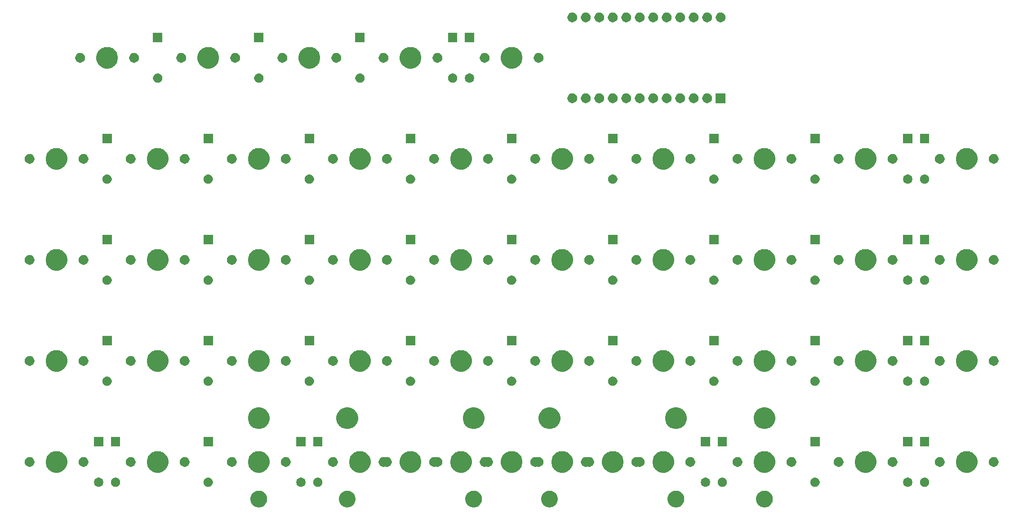
<source format=gbs>
G04 #@! TF.GenerationSoftware,KiCad,Pcbnew,(5.1.4)-1*
G04 #@! TF.CreationDate,2021-08-29T21:23:07-10:00*
G04 #@! TF.ProjectId,oya45,6f796134-352e-46b6-9963-61645f706362,rev?*
G04 #@! TF.SameCoordinates,Original*
G04 #@! TF.FileFunction,Soldermask,Bot*
G04 #@! TF.FilePolarity,Negative*
%FSLAX46Y46*%
G04 Gerber Fmt 4.6, Leading zero omitted, Abs format (unit mm)*
G04 Created by KiCad (PCBNEW (5.1.4)-1) date 2021-08-29 21:23:07*
%MOMM*%
%LPD*%
G04 APERTURE LIST*
%ADD10C,0.100000*%
G04 APERTURE END LIST*
D10*
G36*
X190807267Y-119740263D02*
G01*
X190959411Y-119770526D01*
X191078137Y-119819704D01*
X191246041Y-119889252D01*
X191246042Y-119889253D01*
X191504004Y-120061617D01*
X191723383Y-120280996D01*
X191838553Y-120453361D01*
X191895748Y-120538959D01*
X192014474Y-120825590D01*
X192075000Y-121129875D01*
X192075000Y-121440125D01*
X192014474Y-121744410D01*
X191895748Y-122031041D01*
X191895747Y-122031042D01*
X191723383Y-122289004D01*
X191504004Y-122508383D01*
X191331639Y-122623553D01*
X191246041Y-122680748D01*
X191078137Y-122750296D01*
X190959411Y-122799474D01*
X190655125Y-122860000D01*
X190344875Y-122860000D01*
X190040589Y-122799474D01*
X189921863Y-122750296D01*
X189753959Y-122680748D01*
X189668361Y-122623553D01*
X189495996Y-122508383D01*
X189276617Y-122289004D01*
X189104253Y-122031042D01*
X189104252Y-122031041D01*
X188985526Y-121744410D01*
X188925000Y-121440125D01*
X188925000Y-121129875D01*
X188985526Y-120825590D01*
X189104252Y-120538959D01*
X189161447Y-120453361D01*
X189276617Y-120280996D01*
X189495996Y-120061617D01*
X189753958Y-119889253D01*
X189753959Y-119889252D01*
X189921863Y-119819704D01*
X190040589Y-119770526D01*
X190192733Y-119740263D01*
X190344875Y-119710000D01*
X190655125Y-119710000D01*
X190807267Y-119740263D01*
X190807267Y-119740263D01*
G37*
G36*
X150326017Y-119740263D02*
G01*
X150478161Y-119770526D01*
X150596887Y-119819704D01*
X150764791Y-119889252D01*
X150764792Y-119889253D01*
X151022754Y-120061617D01*
X151242133Y-120280996D01*
X151357303Y-120453361D01*
X151414498Y-120538959D01*
X151533224Y-120825590D01*
X151593750Y-121129875D01*
X151593750Y-121440125D01*
X151533224Y-121744410D01*
X151414498Y-122031041D01*
X151414497Y-122031042D01*
X151242133Y-122289004D01*
X151022754Y-122508383D01*
X150850389Y-122623553D01*
X150764791Y-122680748D01*
X150596887Y-122750296D01*
X150478161Y-122799474D01*
X150173875Y-122860000D01*
X149863625Y-122860000D01*
X149559339Y-122799474D01*
X149440613Y-122750296D01*
X149272709Y-122680748D01*
X149187111Y-122623553D01*
X149014746Y-122508383D01*
X148795367Y-122289004D01*
X148623003Y-122031042D01*
X148623002Y-122031041D01*
X148504276Y-121744410D01*
X148443750Y-121440125D01*
X148443750Y-121129875D01*
X148504276Y-120825590D01*
X148623002Y-120538959D01*
X148680197Y-120453361D01*
X148795367Y-120280996D01*
X149014746Y-120061617D01*
X149272708Y-119889253D01*
X149272709Y-119889252D01*
X149440613Y-119819704D01*
X149559339Y-119770526D01*
X149711483Y-119740263D01*
X149863625Y-119710000D01*
X150173875Y-119710000D01*
X150326017Y-119740263D01*
X150326017Y-119740263D01*
G37*
G36*
X136038517Y-119740263D02*
G01*
X136190661Y-119770526D01*
X136309387Y-119819704D01*
X136477291Y-119889252D01*
X136477292Y-119889253D01*
X136735254Y-120061617D01*
X136954633Y-120280996D01*
X137069803Y-120453361D01*
X137126998Y-120538959D01*
X137245724Y-120825590D01*
X137306250Y-121129875D01*
X137306250Y-121440125D01*
X137245724Y-121744410D01*
X137126998Y-122031041D01*
X137126997Y-122031042D01*
X136954633Y-122289004D01*
X136735254Y-122508383D01*
X136562889Y-122623553D01*
X136477291Y-122680748D01*
X136309387Y-122750296D01*
X136190661Y-122799474D01*
X135886375Y-122860000D01*
X135576125Y-122860000D01*
X135271839Y-122799474D01*
X135153113Y-122750296D01*
X134985209Y-122680748D01*
X134899611Y-122623553D01*
X134727246Y-122508383D01*
X134507867Y-122289004D01*
X134335503Y-122031042D01*
X134335502Y-122031041D01*
X134216776Y-121744410D01*
X134156250Y-121440125D01*
X134156250Y-121129875D01*
X134216776Y-120825590D01*
X134335502Y-120538959D01*
X134392697Y-120453361D01*
X134507867Y-120280996D01*
X134727246Y-120061617D01*
X134985208Y-119889253D01*
X134985209Y-119889252D01*
X135153113Y-119819704D01*
X135271839Y-119770526D01*
X135423983Y-119740263D01*
X135576125Y-119710000D01*
X135886375Y-119710000D01*
X136038517Y-119740263D01*
X136038517Y-119740263D01*
G37*
G36*
X112226017Y-119740263D02*
G01*
X112378161Y-119770526D01*
X112496887Y-119819704D01*
X112664791Y-119889252D01*
X112664792Y-119889253D01*
X112922754Y-120061617D01*
X113142133Y-120280996D01*
X113257303Y-120453361D01*
X113314498Y-120538959D01*
X113433224Y-120825590D01*
X113493750Y-121129875D01*
X113493750Y-121440125D01*
X113433224Y-121744410D01*
X113314498Y-122031041D01*
X113314497Y-122031042D01*
X113142133Y-122289004D01*
X112922754Y-122508383D01*
X112750389Y-122623553D01*
X112664791Y-122680748D01*
X112496887Y-122750296D01*
X112378161Y-122799474D01*
X112073875Y-122860000D01*
X111763625Y-122860000D01*
X111459339Y-122799474D01*
X111340613Y-122750296D01*
X111172709Y-122680748D01*
X111087111Y-122623553D01*
X110914746Y-122508383D01*
X110695367Y-122289004D01*
X110523003Y-122031042D01*
X110523002Y-122031041D01*
X110404276Y-121744410D01*
X110343750Y-121440125D01*
X110343750Y-121129875D01*
X110404276Y-120825590D01*
X110523002Y-120538959D01*
X110580197Y-120453361D01*
X110695367Y-120280996D01*
X110914746Y-120061617D01*
X111172708Y-119889253D01*
X111172709Y-119889252D01*
X111340613Y-119819704D01*
X111459339Y-119770526D01*
X111611483Y-119740263D01*
X111763625Y-119710000D01*
X112073875Y-119710000D01*
X112226017Y-119740263D01*
X112226017Y-119740263D01*
G37*
G36*
X95557267Y-119740263D02*
G01*
X95709411Y-119770526D01*
X95828137Y-119819704D01*
X95996041Y-119889252D01*
X95996042Y-119889253D01*
X96254004Y-120061617D01*
X96473383Y-120280996D01*
X96588553Y-120453361D01*
X96645748Y-120538959D01*
X96764474Y-120825590D01*
X96825000Y-121129875D01*
X96825000Y-121440125D01*
X96764474Y-121744410D01*
X96645748Y-122031041D01*
X96645747Y-122031042D01*
X96473383Y-122289004D01*
X96254004Y-122508383D01*
X96081639Y-122623553D01*
X95996041Y-122680748D01*
X95828137Y-122750296D01*
X95709411Y-122799474D01*
X95405125Y-122860000D01*
X95094875Y-122860000D01*
X94790589Y-122799474D01*
X94671863Y-122750296D01*
X94503959Y-122680748D01*
X94418361Y-122623553D01*
X94245996Y-122508383D01*
X94026617Y-122289004D01*
X93854253Y-122031042D01*
X93854252Y-122031041D01*
X93735526Y-121744410D01*
X93675000Y-121440125D01*
X93675000Y-121129875D01*
X93735526Y-120825590D01*
X93854252Y-120538959D01*
X93911447Y-120453361D01*
X94026617Y-120280996D01*
X94245996Y-120061617D01*
X94503958Y-119889253D01*
X94503959Y-119889252D01*
X94671863Y-119819704D01*
X94790589Y-119770526D01*
X94942733Y-119740263D01*
X95094875Y-119710000D01*
X95405125Y-119710000D01*
X95557267Y-119740263D01*
X95557267Y-119740263D01*
G37*
G36*
X174138517Y-119740263D02*
G01*
X174290661Y-119770526D01*
X174409387Y-119819704D01*
X174577291Y-119889252D01*
X174577292Y-119889253D01*
X174835254Y-120061617D01*
X175054633Y-120280996D01*
X175169803Y-120453361D01*
X175226998Y-120538959D01*
X175345724Y-120825590D01*
X175406250Y-121129875D01*
X175406250Y-121440125D01*
X175345724Y-121744410D01*
X175226998Y-122031041D01*
X175226997Y-122031042D01*
X175054633Y-122289004D01*
X174835254Y-122508383D01*
X174662889Y-122623553D01*
X174577291Y-122680748D01*
X174409387Y-122750296D01*
X174290661Y-122799474D01*
X173986375Y-122860000D01*
X173676125Y-122860000D01*
X173371839Y-122799474D01*
X173253113Y-122750296D01*
X173085209Y-122680748D01*
X172999611Y-122623553D01*
X172827246Y-122508383D01*
X172607867Y-122289004D01*
X172435503Y-122031042D01*
X172435502Y-122031041D01*
X172316776Y-121744410D01*
X172256250Y-121440125D01*
X172256250Y-121129875D01*
X172316776Y-120825590D01*
X172435502Y-120538959D01*
X172492697Y-120453361D01*
X172607867Y-120280996D01*
X172827246Y-120061617D01*
X173085208Y-119889253D01*
X173085209Y-119889252D01*
X173253113Y-119819704D01*
X173371839Y-119770526D01*
X173523983Y-119740263D01*
X173676125Y-119710000D01*
X173986375Y-119710000D01*
X174138517Y-119740263D01*
X174138517Y-119740263D01*
G37*
G36*
X106533497Y-117250341D02*
G01*
X106618166Y-117267183D01*
X106684238Y-117294551D01*
X106777677Y-117333255D01*
X106921236Y-117429178D01*
X107043322Y-117551264D01*
X107139245Y-117694823D01*
X107205317Y-117854335D01*
X107239000Y-118023671D01*
X107239000Y-118196329D01*
X107205317Y-118365665D01*
X107139245Y-118525177D01*
X107043322Y-118668736D01*
X106921236Y-118790822D01*
X106777677Y-118886745D01*
X106684238Y-118925449D01*
X106618166Y-118952817D01*
X106533497Y-118969659D01*
X106448829Y-118986500D01*
X106276171Y-118986500D01*
X106191503Y-118969659D01*
X106106834Y-118952817D01*
X106040762Y-118925449D01*
X105947323Y-118886745D01*
X105803764Y-118790822D01*
X105681678Y-118668736D01*
X105585755Y-118525177D01*
X105519683Y-118365665D01*
X105486000Y-118196329D01*
X105486000Y-118023671D01*
X105519683Y-117854335D01*
X105585755Y-117694823D01*
X105681678Y-117551264D01*
X105803764Y-117429178D01*
X105947323Y-117333255D01*
X106040762Y-117294551D01*
X106106834Y-117267183D01*
X106191503Y-117250341D01*
X106276171Y-117233500D01*
X106448829Y-117233500D01*
X106533497Y-117250341D01*
X106533497Y-117250341D01*
G37*
G36*
X65258497Y-117250341D02*
G01*
X65343166Y-117267183D01*
X65409238Y-117294551D01*
X65502677Y-117333255D01*
X65646236Y-117429178D01*
X65768322Y-117551264D01*
X65864245Y-117694823D01*
X65930317Y-117854335D01*
X65964000Y-118023671D01*
X65964000Y-118196329D01*
X65930317Y-118365665D01*
X65864245Y-118525177D01*
X65768322Y-118668736D01*
X65646236Y-118790822D01*
X65502677Y-118886745D01*
X65409238Y-118925449D01*
X65343166Y-118952817D01*
X65258497Y-118969659D01*
X65173829Y-118986500D01*
X65001171Y-118986500D01*
X64916503Y-118969659D01*
X64831834Y-118952817D01*
X64765762Y-118925449D01*
X64672323Y-118886745D01*
X64528764Y-118790822D01*
X64406678Y-118668736D01*
X64310755Y-118525177D01*
X64244683Y-118365665D01*
X64211000Y-118196329D01*
X64211000Y-118023671D01*
X64244683Y-117854335D01*
X64310755Y-117694823D01*
X64406678Y-117551264D01*
X64528764Y-117429178D01*
X64672323Y-117333255D01*
X64765762Y-117294551D01*
X64831834Y-117267183D01*
X64916503Y-117250341D01*
X65001171Y-117233500D01*
X65173829Y-117233500D01*
X65258497Y-117250341D01*
X65258497Y-117250341D01*
G37*
G36*
X68433497Y-117250341D02*
G01*
X68518166Y-117267183D01*
X68584238Y-117294551D01*
X68677677Y-117333255D01*
X68821236Y-117429178D01*
X68943322Y-117551264D01*
X69039245Y-117694823D01*
X69105317Y-117854335D01*
X69139000Y-118023671D01*
X69139000Y-118196329D01*
X69105317Y-118365665D01*
X69039245Y-118525177D01*
X68943322Y-118668736D01*
X68821236Y-118790822D01*
X68677677Y-118886745D01*
X68584238Y-118925449D01*
X68518166Y-118952817D01*
X68433497Y-118969659D01*
X68348829Y-118986500D01*
X68176171Y-118986500D01*
X68091503Y-118969659D01*
X68006834Y-118952817D01*
X67940762Y-118925449D01*
X67847323Y-118886745D01*
X67703764Y-118790822D01*
X67581678Y-118668736D01*
X67485755Y-118525177D01*
X67419683Y-118365665D01*
X67386000Y-118196329D01*
X67386000Y-118023671D01*
X67419683Y-117854335D01*
X67485755Y-117694823D01*
X67581678Y-117551264D01*
X67703764Y-117429178D01*
X67847323Y-117333255D01*
X67940762Y-117294551D01*
X68006834Y-117267183D01*
X68091503Y-117250341D01*
X68176171Y-117233500D01*
X68348829Y-117233500D01*
X68433497Y-117250341D01*
X68433497Y-117250341D01*
G37*
G36*
X85895997Y-117250341D02*
G01*
X85980666Y-117267183D01*
X86046738Y-117294551D01*
X86140177Y-117333255D01*
X86283736Y-117429178D01*
X86405822Y-117551264D01*
X86501745Y-117694823D01*
X86567817Y-117854335D01*
X86601500Y-118023671D01*
X86601500Y-118196329D01*
X86567817Y-118365665D01*
X86501745Y-118525177D01*
X86405822Y-118668736D01*
X86283736Y-118790822D01*
X86140177Y-118886745D01*
X86046738Y-118925449D01*
X85980666Y-118952817D01*
X85895997Y-118969659D01*
X85811329Y-118986500D01*
X85638671Y-118986500D01*
X85554003Y-118969659D01*
X85469334Y-118952817D01*
X85403262Y-118925449D01*
X85309823Y-118886745D01*
X85166264Y-118790822D01*
X85044178Y-118668736D01*
X84948255Y-118525177D01*
X84882183Y-118365665D01*
X84848500Y-118196329D01*
X84848500Y-118023671D01*
X84882183Y-117854335D01*
X84948255Y-117694823D01*
X85044178Y-117551264D01*
X85166264Y-117429178D01*
X85309823Y-117333255D01*
X85403262Y-117294551D01*
X85469334Y-117267183D01*
X85554003Y-117250341D01*
X85638671Y-117233500D01*
X85811329Y-117233500D01*
X85895997Y-117250341D01*
X85895997Y-117250341D01*
G37*
G36*
X103358497Y-117250341D02*
G01*
X103443166Y-117267183D01*
X103509238Y-117294551D01*
X103602677Y-117333255D01*
X103746236Y-117429178D01*
X103868322Y-117551264D01*
X103964245Y-117694823D01*
X104030317Y-117854335D01*
X104064000Y-118023671D01*
X104064000Y-118196329D01*
X104030317Y-118365665D01*
X103964245Y-118525177D01*
X103868322Y-118668736D01*
X103746236Y-118790822D01*
X103602677Y-118886745D01*
X103509238Y-118925449D01*
X103443166Y-118952817D01*
X103358497Y-118969659D01*
X103273829Y-118986500D01*
X103101171Y-118986500D01*
X103016503Y-118969659D01*
X102931834Y-118952817D01*
X102865762Y-118925449D01*
X102772323Y-118886745D01*
X102628764Y-118790822D01*
X102506678Y-118668736D01*
X102410755Y-118525177D01*
X102344683Y-118365665D01*
X102311000Y-118196329D01*
X102311000Y-118023671D01*
X102344683Y-117854335D01*
X102410755Y-117694823D01*
X102506678Y-117551264D01*
X102628764Y-117429178D01*
X102772323Y-117333255D01*
X102865762Y-117294551D01*
X102931834Y-117267183D01*
X103016503Y-117250341D01*
X103101171Y-117233500D01*
X103273829Y-117233500D01*
X103358497Y-117250341D01*
X103358497Y-117250341D01*
G37*
G36*
X179558497Y-117250341D02*
G01*
X179643166Y-117267183D01*
X179709238Y-117294551D01*
X179802677Y-117333255D01*
X179946236Y-117429178D01*
X180068322Y-117551264D01*
X180164245Y-117694823D01*
X180230317Y-117854335D01*
X180264000Y-118023671D01*
X180264000Y-118196329D01*
X180230317Y-118365665D01*
X180164245Y-118525177D01*
X180068322Y-118668736D01*
X179946236Y-118790822D01*
X179802677Y-118886745D01*
X179709238Y-118925449D01*
X179643166Y-118952817D01*
X179558497Y-118969659D01*
X179473829Y-118986500D01*
X179301171Y-118986500D01*
X179216503Y-118969659D01*
X179131834Y-118952817D01*
X179065762Y-118925449D01*
X178972323Y-118886745D01*
X178828764Y-118790822D01*
X178706678Y-118668736D01*
X178610755Y-118525177D01*
X178544683Y-118365665D01*
X178511000Y-118196329D01*
X178511000Y-118023671D01*
X178544683Y-117854335D01*
X178610755Y-117694823D01*
X178706678Y-117551264D01*
X178828764Y-117429178D01*
X178972323Y-117333255D01*
X179065762Y-117294551D01*
X179131834Y-117267183D01*
X179216503Y-117250341D01*
X179301171Y-117233500D01*
X179473829Y-117233500D01*
X179558497Y-117250341D01*
X179558497Y-117250341D01*
G37*
G36*
X182733497Y-117250341D02*
G01*
X182818166Y-117267183D01*
X182884238Y-117294551D01*
X182977677Y-117333255D01*
X183121236Y-117429178D01*
X183243322Y-117551264D01*
X183339245Y-117694823D01*
X183405317Y-117854335D01*
X183439000Y-118023671D01*
X183439000Y-118196329D01*
X183405317Y-118365665D01*
X183339245Y-118525177D01*
X183243322Y-118668736D01*
X183121236Y-118790822D01*
X182977677Y-118886745D01*
X182884238Y-118925449D01*
X182818166Y-118952817D01*
X182733497Y-118969659D01*
X182648829Y-118986500D01*
X182476171Y-118986500D01*
X182391503Y-118969659D01*
X182306834Y-118952817D01*
X182240762Y-118925449D01*
X182147323Y-118886745D01*
X182003764Y-118790822D01*
X181881678Y-118668736D01*
X181785755Y-118525177D01*
X181719683Y-118365665D01*
X181686000Y-118196329D01*
X181686000Y-118023671D01*
X181719683Y-117854335D01*
X181785755Y-117694823D01*
X181881678Y-117551264D01*
X182003764Y-117429178D01*
X182147323Y-117333255D01*
X182240762Y-117294551D01*
X182306834Y-117267183D01*
X182391503Y-117250341D01*
X182476171Y-117233500D01*
X182648829Y-117233500D01*
X182733497Y-117250341D01*
X182733497Y-117250341D01*
G37*
G36*
X220833497Y-117250341D02*
G01*
X220918166Y-117267183D01*
X220984238Y-117294551D01*
X221077677Y-117333255D01*
X221221236Y-117429178D01*
X221343322Y-117551264D01*
X221439245Y-117694823D01*
X221505317Y-117854335D01*
X221539000Y-118023671D01*
X221539000Y-118196329D01*
X221505317Y-118365665D01*
X221439245Y-118525177D01*
X221343322Y-118668736D01*
X221221236Y-118790822D01*
X221077677Y-118886745D01*
X220984238Y-118925449D01*
X220918166Y-118952817D01*
X220833497Y-118969659D01*
X220748829Y-118986500D01*
X220576171Y-118986500D01*
X220491503Y-118969659D01*
X220406834Y-118952817D01*
X220340762Y-118925449D01*
X220247323Y-118886745D01*
X220103764Y-118790822D01*
X219981678Y-118668736D01*
X219885755Y-118525177D01*
X219819683Y-118365665D01*
X219786000Y-118196329D01*
X219786000Y-118023671D01*
X219819683Y-117854335D01*
X219885755Y-117694823D01*
X219981678Y-117551264D01*
X220103764Y-117429178D01*
X220247323Y-117333255D01*
X220340762Y-117294551D01*
X220406834Y-117267183D01*
X220491503Y-117250341D01*
X220576171Y-117233500D01*
X220748829Y-117233500D01*
X220833497Y-117250341D01*
X220833497Y-117250341D01*
G37*
G36*
X217658497Y-117250341D02*
G01*
X217743166Y-117267183D01*
X217809238Y-117294551D01*
X217902677Y-117333255D01*
X218046236Y-117429178D01*
X218168322Y-117551264D01*
X218264245Y-117694823D01*
X218330317Y-117854335D01*
X218364000Y-118023671D01*
X218364000Y-118196329D01*
X218330317Y-118365665D01*
X218264245Y-118525177D01*
X218168322Y-118668736D01*
X218046236Y-118790822D01*
X217902677Y-118886745D01*
X217809238Y-118925449D01*
X217743166Y-118952817D01*
X217658497Y-118969659D01*
X217573829Y-118986500D01*
X217401171Y-118986500D01*
X217316503Y-118969659D01*
X217231834Y-118952817D01*
X217165762Y-118925449D01*
X217072323Y-118886745D01*
X216928764Y-118790822D01*
X216806678Y-118668736D01*
X216710755Y-118525177D01*
X216644683Y-118365665D01*
X216611000Y-118196329D01*
X216611000Y-118023671D01*
X216644683Y-117854335D01*
X216710755Y-117694823D01*
X216806678Y-117551264D01*
X216928764Y-117429178D01*
X217072323Y-117333255D01*
X217165762Y-117294551D01*
X217231834Y-117267183D01*
X217316503Y-117250341D01*
X217401171Y-117233500D01*
X217573829Y-117233500D01*
X217658497Y-117250341D01*
X217658497Y-117250341D01*
G37*
G36*
X200195997Y-117250341D02*
G01*
X200280666Y-117267183D01*
X200346738Y-117294551D01*
X200440177Y-117333255D01*
X200583736Y-117429178D01*
X200705822Y-117551264D01*
X200801745Y-117694823D01*
X200867817Y-117854335D01*
X200901500Y-118023671D01*
X200901500Y-118196329D01*
X200867817Y-118365665D01*
X200801745Y-118525177D01*
X200705822Y-118668736D01*
X200583736Y-118790822D01*
X200440177Y-118886745D01*
X200346738Y-118925449D01*
X200280666Y-118952817D01*
X200195997Y-118969659D01*
X200111329Y-118986500D01*
X199938671Y-118986500D01*
X199854003Y-118969659D01*
X199769334Y-118952817D01*
X199703262Y-118925449D01*
X199609823Y-118886745D01*
X199466264Y-118790822D01*
X199344178Y-118668736D01*
X199248255Y-118525177D01*
X199182183Y-118365665D01*
X199148500Y-118196329D01*
X199148500Y-118023671D01*
X199182183Y-117854335D01*
X199248255Y-117694823D01*
X199344178Y-117551264D01*
X199466264Y-117429178D01*
X199609823Y-117333255D01*
X199703262Y-117294551D01*
X199769334Y-117267183D01*
X199854003Y-117250341D01*
X199938671Y-117233500D01*
X200111329Y-117233500D01*
X200195997Y-117250341D01*
X200195997Y-117250341D01*
G37*
G36*
X57746474Y-112333684D02*
G01*
X57964474Y-112423983D01*
X58118623Y-112487833D01*
X58453548Y-112711623D01*
X58738377Y-112996452D01*
X58962167Y-113331377D01*
X58997433Y-113416518D01*
X59116316Y-113703526D01*
X59194900Y-114098594D01*
X59194900Y-114501406D01*
X59116316Y-114896474D01*
X59065451Y-115019272D01*
X58962167Y-115268623D01*
X58738377Y-115603548D01*
X58453548Y-115888377D01*
X58118623Y-116112167D01*
X57964474Y-116176017D01*
X57746474Y-116266316D01*
X57351406Y-116344900D01*
X56948594Y-116344900D01*
X56553526Y-116266316D01*
X56335526Y-116176017D01*
X56181377Y-116112167D01*
X55846452Y-115888377D01*
X55561623Y-115603548D01*
X55337833Y-115268623D01*
X55234549Y-115019272D01*
X55183684Y-114896474D01*
X55105100Y-114501406D01*
X55105100Y-114098594D01*
X55183684Y-113703526D01*
X55302567Y-113416518D01*
X55337833Y-113331377D01*
X55561623Y-112996452D01*
X55846452Y-112711623D01*
X56181377Y-112487833D01*
X56335526Y-112423983D01*
X56553526Y-112333684D01*
X56948594Y-112255100D01*
X57351406Y-112255100D01*
X57746474Y-112333684D01*
X57746474Y-112333684D01*
G37*
G36*
X76796474Y-112333684D02*
G01*
X77014474Y-112423983D01*
X77168623Y-112487833D01*
X77503548Y-112711623D01*
X77788377Y-112996452D01*
X78012167Y-113331377D01*
X78047433Y-113416518D01*
X78166316Y-113703526D01*
X78244900Y-114098594D01*
X78244900Y-114501406D01*
X78166316Y-114896474D01*
X78115451Y-115019272D01*
X78012167Y-115268623D01*
X77788377Y-115603548D01*
X77503548Y-115888377D01*
X77168623Y-116112167D01*
X77014474Y-116176017D01*
X76796474Y-116266316D01*
X76401406Y-116344900D01*
X75998594Y-116344900D01*
X75603526Y-116266316D01*
X75385526Y-116176017D01*
X75231377Y-116112167D01*
X74896452Y-115888377D01*
X74611623Y-115603548D01*
X74387833Y-115268623D01*
X74284549Y-115019272D01*
X74233684Y-114896474D01*
X74155100Y-114501406D01*
X74155100Y-114098594D01*
X74233684Y-113703526D01*
X74352567Y-113416518D01*
X74387833Y-113331377D01*
X74611623Y-112996452D01*
X74896452Y-112711623D01*
X75231377Y-112487833D01*
X75385526Y-112423983D01*
X75603526Y-112333684D01*
X75998594Y-112255100D01*
X76401406Y-112255100D01*
X76796474Y-112333684D01*
X76796474Y-112333684D01*
G37*
G36*
X229196474Y-112333684D02*
G01*
X229414474Y-112423983D01*
X229568623Y-112487833D01*
X229903548Y-112711623D01*
X230188377Y-112996452D01*
X230412167Y-113331377D01*
X230447433Y-113416518D01*
X230566316Y-113703526D01*
X230644900Y-114098594D01*
X230644900Y-114501406D01*
X230566316Y-114896474D01*
X230515451Y-115019272D01*
X230412167Y-115268623D01*
X230188377Y-115603548D01*
X229903548Y-115888377D01*
X229568623Y-116112167D01*
X229414474Y-116176017D01*
X229196474Y-116266316D01*
X228801406Y-116344900D01*
X228398594Y-116344900D01*
X228003526Y-116266316D01*
X227785526Y-116176017D01*
X227631377Y-116112167D01*
X227296452Y-115888377D01*
X227011623Y-115603548D01*
X226787833Y-115268623D01*
X226684549Y-115019272D01*
X226633684Y-114896474D01*
X226555100Y-114501406D01*
X226555100Y-114098594D01*
X226633684Y-113703526D01*
X226752567Y-113416518D01*
X226787833Y-113331377D01*
X227011623Y-112996452D01*
X227296452Y-112711623D01*
X227631377Y-112487833D01*
X227785526Y-112423983D01*
X228003526Y-112333684D01*
X228398594Y-112255100D01*
X228801406Y-112255100D01*
X229196474Y-112333684D01*
X229196474Y-112333684D01*
G37*
G36*
X210146474Y-112333684D02*
G01*
X210364474Y-112423983D01*
X210518623Y-112487833D01*
X210853548Y-112711623D01*
X211138377Y-112996452D01*
X211362167Y-113331377D01*
X211397433Y-113416518D01*
X211516316Y-113703526D01*
X211594900Y-114098594D01*
X211594900Y-114501406D01*
X211516316Y-114896474D01*
X211465451Y-115019272D01*
X211362167Y-115268623D01*
X211138377Y-115603548D01*
X210853548Y-115888377D01*
X210518623Y-116112167D01*
X210364474Y-116176017D01*
X210146474Y-116266316D01*
X209751406Y-116344900D01*
X209348594Y-116344900D01*
X208953526Y-116266316D01*
X208735526Y-116176017D01*
X208581377Y-116112167D01*
X208246452Y-115888377D01*
X207961623Y-115603548D01*
X207737833Y-115268623D01*
X207634549Y-115019272D01*
X207583684Y-114896474D01*
X207505100Y-114501406D01*
X207505100Y-114098594D01*
X207583684Y-113703526D01*
X207702567Y-113416518D01*
X207737833Y-113331377D01*
X207961623Y-112996452D01*
X208246452Y-112711623D01*
X208581377Y-112487833D01*
X208735526Y-112423983D01*
X208953526Y-112333684D01*
X209348594Y-112255100D01*
X209751406Y-112255100D01*
X210146474Y-112333684D01*
X210146474Y-112333684D01*
G37*
G36*
X124421474Y-112333684D02*
G01*
X124639474Y-112423983D01*
X124793623Y-112487833D01*
X125128548Y-112711623D01*
X125413377Y-112996452D01*
X125637167Y-113331377D01*
X125672433Y-113416518D01*
X125791316Y-113703526D01*
X125869900Y-114098594D01*
X125869900Y-114501406D01*
X125791316Y-114896474D01*
X125740451Y-115019272D01*
X125637167Y-115268623D01*
X125413377Y-115603548D01*
X125128548Y-115888377D01*
X124793623Y-116112167D01*
X124639474Y-116176017D01*
X124421474Y-116266316D01*
X124026406Y-116344900D01*
X123623594Y-116344900D01*
X123228526Y-116266316D01*
X123010526Y-116176017D01*
X122856377Y-116112167D01*
X122521452Y-115888377D01*
X122236623Y-115603548D01*
X122012833Y-115268623D01*
X121909549Y-115019272D01*
X121858684Y-114896474D01*
X121780100Y-114501406D01*
X121780100Y-114098594D01*
X121858684Y-113703526D01*
X121977567Y-113416518D01*
X122012833Y-113331377D01*
X122236623Y-112996452D01*
X122521452Y-112711623D01*
X122856377Y-112487833D01*
X123010526Y-112423983D01*
X123228526Y-112333684D01*
X123623594Y-112255100D01*
X124026406Y-112255100D01*
X124421474Y-112333684D01*
X124421474Y-112333684D01*
G37*
G36*
X191096474Y-112333684D02*
G01*
X191314474Y-112423983D01*
X191468623Y-112487833D01*
X191803548Y-112711623D01*
X192088377Y-112996452D01*
X192312167Y-113331377D01*
X192347433Y-113416518D01*
X192466316Y-113703526D01*
X192544900Y-114098594D01*
X192544900Y-114501406D01*
X192466316Y-114896474D01*
X192415451Y-115019272D01*
X192312167Y-115268623D01*
X192088377Y-115603548D01*
X191803548Y-115888377D01*
X191468623Y-116112167D01*
X191314474Y-116176017D01*
X191096474Y-116266316D01*
X190701406Y-116344900D01*
X190298594Y-116344900D01*
X189903526Y-116266316D01*
X189685526Y-116176017D01*
X189531377Y-116112167D01*
X189196452Y-115888377D01*
X188911623Y-115603548D01*
X188687833Y-115268623D01*
X188584549Y-115019272D01*
X188533684Y-114896474D01*
X188455100Y-114501406D01*
X188455100Y-114098594D01*
X188533684Y-113703526D01*
X188652567Y-113416518D01*
X188687833Y-113331377D01*
X188911623Y-112996452D01*
X189196452Y-112711623D01*
X189531377Y-112487833D01*
X189685526Y-112423983D01*
X189903526Y-112333684D01*
X190298594Y-112255100D01*
X190701406Y-112255100D01*
X191096474Y-112333684D01*
X191096474Y-112333684D01*
G37*
G36*
X162521474Y-112333684D02*
G01*
X162739474Y-112423983D01*
X162893623Y-112487833D01*
X163228548Y-112711623D01*
X163513377Y-112996452D01*
X163737167Y-113331377D01*
X163772433Y-113416518D01*
X163891316Y-113703526D01*
X163969900Y-114098594D01*
X163969900Y-114501406D01*
X163891316Y-114896474D01*
X163840451Y-115019272D01*
X163737167Y-115268623D01*
X163513377Y-115603548D01*
X163228548Y-115888377D01*
X162893623Y-116112167D01*
X162739474Y-116176017D01*
X162521474Y-116266316D01*
X162126406Y-116344900D01*
X161723594Y-116344900D01*
X161328526Y-116266316D01*
X161110526Y-116176017D01*
X160956377Y-116112167D01*
X160621452Y-115888377D01*
X160336623Y-115603548D01*
X160112833Y-115268623D01*
X160009549Y-115019272D01*
X159958684Y-114896474D01*
X159880100Y-114501406D01*
X159880100Y-114098594D01*
X159958684Y-113703526D01*
X160077567Y-113416518D01*
X160112833Y-113331377D01*
X160336623Y-112996452D01*
X160621452Y-112711623D01*
X160956377Y-112487833D01*
X161110526Y-112423983D01*
X161328526Y-112333684D01*
X161723594Y-112255100D01*
X162126406Y-112255100D01*
X162521474Y-112333684D01*
X162521474Y-112333684D01*
G37*
G36*
X152996474Y-112333684D02*
G01*
X153214474Y-112423983D01*
X153368623Y-112487833D01*
X153703548Y-112711623D01*
X153988377Y-112996452D01*
X154212167Y-113331377D01*
X154247433Y-113416518D01*
X154366316Y-113703526D01*
X154444900Y-114098594D01*
X154444900Y-114501406D01*
X154366316Y-114896474D01*
X154315451Y-115019272D01*
X154212167Y-115268623D01*
X153988377Y-115603548D01*
X153703548Y-115888377D01*
X153368623Y-116112167D01*
X153214474Y-116176017D01*
X152996474Y-116266316D01*
X152601406Y-116344900D01*
X152198594Y-116344900D01*
X151803526Y-116266316D01*
X151585526Y-116176017D01*
X151431377Y-116112167D01*
X151096452Y-115888377D01*
X150811623Y-115603548D01*
X150587833Y-115268623D01*
X150484549Y-115019272D01*
X150433684Y-114896474D01*
X150355100Y-114501406D01*
X150355100Y-114098594D01*
X150433684Y-113703526D01*
X150552567Y-113416518D01*
X150587833Y-113331377D01*
X150811623Y-112996452D01*
X151096452Y-112711623D01*
X151431377Y-112487833D01*
X151585526Y-112423983D01*
X151803526Y-112333684D01*
X152198594Y-112255100D01*
X152601406Y-112255100D01*
X152996474Y-112333684D01*
X152996474Y-112333684D01*
G37*
G36*
X143471474Y-112333684D02*
G01*
X143689474Y-112423983D01*
X143843623Y-112487833D01*
X144178548Y-112711623D01*
X144463377Y-112996452D01*
X144687167Y-113331377D01*
X144722433Y-113416518D01*
X144841316Y-113703526D01*
X144919900Y-114098594D01*
X144919900Y-114501406D01*
X144841316Y-114896474D01*
X144790451Y-115019272D01*
X144687167Y-115268623D01*
X144463377Y-115603548D01*
X144178548Y-115888377D01*
X143843623Y-116112167D01*
X143689474Y-116176017D01*
X143471474Y-116266316D01*
X143076406Y-116344900D01*
X142673594Y-116344900D01*
X142278526Y-116266316D01*
X142060526Y-116176017D01*
X141906377Y-116112167D01*
X141571452Y-115888377D01*
X141286623Y-115603548D01*
X141062833Y-115268623D01*
X140959549Y-115019272D01*
X140908684Y-114896474D01*
X140830100Y-114501406D01*
X140830100Y-114098594D01*
X140908684Y-113703526D01*
X141027567Y-113416518D01*
X141062833Y-113331377D01*
X141286623Y-112996452D01*
X141571452Y-112711623D01*
X141906377Y-112487833D01*
X142060526Y-112423983D01*
X142278526Y-112333684D01*
X142673594Y-112255100D01*
X143076406Y-112255100D01*
X143471474Y-112333684D01*
X143471474Y-112333684D01*
G37*
G36*
X114896474Y-112333684D02*
G01*
X115114474Y-112423983D01*
X115268623Y-112487833D01*
X115603548Y-112711623D01*
X115888377Y-112996452D01*
X116112167Y-113331377D01*
X116147433Y-113416518D01*
X116266316Y-113703526D01*
X116344900Y-114098594D01*
X116344900Y-114501406D01*
X116266316Y-114896474D01*
X116215451Y-115019272D01*
X116112167Y-115268623D01*
X115888377Y-115603548D01*
X115603548Y-115888377D01*
X115268623Y-116112167D01*
X115114474Y-116176017D01*
X114896474Y-116266316D01*
X114501406Y-116344900D01*
X114098594Y-116344900D01*
X113703526Y-116266316D01*
X113485526Y-116176017D01*
X113331377Y-116112167D01*
X112996452Y-115888377D01*
X112711623Y-115603548D01*
X112487833Y-115268623D01*
X112384549Y-115019272D01*
X112333684Y-114896474D01*
X112255100Y-114501406D01*
X112255100Y-114098594D01*
X112333684Y-113703526D01*
X112452567Y-113416518D01*
X112487833Y-113331377D01*
X112711623Y-112996452D01*
X112996452Y-112711623D01*
X113331377Y-112487833D01*
X113485526Y-112423983D01*
X113703526Y-112333684D01*
X114098594Y-112255100D01*
X114501406Y-112255100D01*
X114896474Y-112333684D01*
X114896474Y-112333684D01*
G37*
G36*
X95846474Y-112333684D02*
G01*
X96064474Y-112423983D01*
X96218623Y-112487833D01*
X96553548Y-112711623D01*
X96838377Y-112996452D01*
X97062167Y-113331377D01*
X97097433Y-113416518D01*
X97216316Y-113703526D01*
X97294900Y-114098594D01*
X97294900Y-114501406D01*
X97216316Y-114896474D01*
X97165451Y-115019272D01*
X97062167Y-115268623D01*
X96838377Y-115603548D01*
X96553548Y-115888377D01*
X96218623Y-116112167D01*
X96064474Y-116176017D01*
X95846474Y-116266316D01*
X95451406Y-116344900D01*
X95048594Y-116344900D01*
X94653526Y-116266316D01*
X94435526Y-116176017D01*
X94281377Y-116112167D01*
X93946452Y-115888377D01*
X93661623Y-115603548D01*
X93437833Y-115268623D01*
X93334549Y-115019272D01*
X93283684Y-114896474D01*
X93205100Y-114501406D01*
X93205100Y-114098594D01*
X93283684Y-113703526D01*
X93402567Y-113416518D01*
X93437833Y-113331377D01*
X93661623Y-112996452D01*
X93946452Y-112711623D01*
X94281377Y-112487833D01*
X94435526Y-112423983D01*
X94653526Y-112333684D01*
X95048594Y-112255100D01*
X95451406Y-112255100D01*
X95846474Y-112333684D01*
X95846474Y-112333684D01*
G37*
G36*
X172046474Y-112333684D02*
G01*
X172264474Y-112423983D01*
X172418623Y-112487833D01*
X172753548Y-112711623D01*
X173038377Y-112996452D01*
X173262167Y-113331377D01*
X173297433Y-113416518D01*
X173416316Y-113703526D01*
X173494900Y-114098594D01*
X173494900Y-114501406D01*
X173416316Y-114896474D01*
X173365451Y-115019272D01*
X173262167Y-115268623D01*
X173038377Y-115603548D01*
X172753548Y-115888377D01*
X172418623Y-116112167D01*
X172264474Y-116176017D01*
X172046474Y-116266316D01*
X171651406Y-116344900D01*
X171248594Y-116344900D01*
X170853526Y-116266316D01*
X170635526Y-116176017D01*
X170481377Y-116112167D01*
X170146452Y-115888377D01*
X169861623Y-115603548D01*
X169637833Y-115268623D01*
X169534549Y-115019272D01*
X169483684Y-114896474D01*
X169405100Y-114501406D01*
X169405100Y-114098594D01*
X169483684Y-113703526D01*
X169602567Y-113416518D01*
X169637833Y-113331377D01*
X169861623Y-112996452D01*
X170146452Y-112711623D01*
X170481377Y-112487833D01*
X170635526Y-112423983D01*
X170853526Y-112333684D01*
X171248594Y-112255100D01*
X171651406Y-112255100D01*
X172046474Y-112333684D01*
X172046474Y-112333684D01*
G37*
G36*
X133946474Y-112333684D02*
G01*
X134164474Y-112423983D01*
X134318623Y-112487833D01*
X134653548Y-112711623D01*
X134938377Y-112996452D01*
X135162167Y-113331377D01*
X135197433Y-113416518D01*
X135316316Y-113703526D01*
X135394900Y-114098594D01*
X135394900Y-114501406D01*
X135316316Y-114896474D01*
X135265451Y-115019272D01*
X135162167Y-115268623D01*
X134938377Y-115603548D01*
X134653548Y-115888377D01*
X134318623Y-116112167D01*
X134164474Y-116176017D01*
X133946474Y-116266316D01*
X133551406Y-116344900D01*
X133148594Y-116344900D01*
X132753526Y-116266316D01*
X132535526Y-116176017D01*
X132381377Y-116112167D01*
X132046452Y-115888377D01*
X131761623Y-115603548D01*
X131537833Y-115268623D01*
X131434549Y-115019272D01*
X131383684Y-114896474D01*
X131305100Y-114501406D01*
X131305100Y-114098594D01*
X131383684Y-113703526D01*
X131502567Y-113416518D01*
X131537833Y-113331377D01*
X131761623Y-112996452D01*
X132046452Y-112711623D01*
X132381377Y-112487833D01*
X132535526Y-112423983D01*
X132753526Y-112333684D01*
X133148594Y-112255100D01*
X133551406Y-112255100D01*
X133946474Y-112333684D01*
X133946474Y-112333684D01*
G37*
G36*
X128540104Y-113409585D02*
G01*
X128540110Y-113409588D01*
X128540565Y-113409678D01*
X128563118Y-113416518D01*
X128587504Y-113418919D01*
X128611890Y-113416516D01*
X128634435Y-113409678D01*
X128634890Y-113409588D01*
X128634896Y-113409585D01*
X128813797Y-113374000D01*
X128996203Y-113374000D01*
X129175104Y-113409585D01*
X129343626Y-113479389D01*
X129495291Y-113580728D01*
X129624272Y-113709709D01*
X129725611Y-113861374D01*
X129795415Y-114029896D01*
X129831000Y-114208797D01*
X129831000Y-114391203D01*
X129795415Y-114570104D01*
X129725611Y-114738626D01*
X129624272Y-114890291D01*
X129495291Y-115019272D01*
X129343626Y-115120611D01*
X129175104Y-115190415D01*
X128996203Y-115226000D01*
X128813797Y-115226000D01*
X128634896Y-115190415D01*
X128634890Y-115190412D01*
X128634435Y-115190322D01*
X128611882Y-115183482D01*
X128587496Y-115181081D01*
X128563110Y-115183484D01*
X128540565Y-115190322D01*
X128540110Y-115190412D01*
X128540104Y-115190415D01*
X128361203Y-115226000D01*
X128178797Y-115226000D01*
X127999896Y-115190415D01*
X127831374Y-115120611D01*
X127679709Y-115019272D01*
X127550728Y-114890291D01*
X127449389Y-114738626D01*
X127379585Y-114570104D01*
X127344000Y-114391203D01*
X127344000Y-114208797D01*
X127379585Y-114029896D01*
X127449389Y-113861374D01*
X127550728Y-113709709D01*
X127679709Y-113580728D01*
X127831374Y-113479389D01*
X127999896Y-113409585D01*
X128178797Y-113374000D01*
X128361203Y-113374000D01*
X128540104Y-113409585D01*
X128540104Y-113409585D01*
G37*
G36*
X185690104Y-113409585D02*
G01*
X185858626Y-113479389D01*
X186010291Y-113580728D01*
X186139272Y-113709709D01*
X186240611Y-113861374D01*
X186310415Y-114029896D01*
X186346000Y-114208797D01*
X186346000Y-114391203D01*
X186310415Y-114570104D01*
X186240611Y-114738626D01*
X186139272Y-114890291D01*
X186010291Y-115019272D01*
X185858626Y-115120611D01*
X185690104Y-115190415D01*
X185511203Y-115226000D01*
X185328797Y-115226000D01*
X185149896Y-115190415D01*
X184981374Y-115120611D01*
X184829709Y-115019272D01*
X184700728Y-114890291D01*
X184599389Y-114738626D01*
X184529585Y-114570104D01*
X184494000Y-114391203D01*
X184494000Y-114208797D01*
X184529585Y-114029896D01*
X184599389Y-113861374D01*
X184700728Y-113709709D01*
X184829709Y-113580728D01*
X184981374Y-113479389D01*
X185149896Y-113409585D01*
X185328797Y-113374000D01*
X185511203Y-113374000D01*
X185690104Y-113409585D01*
X185690104Y-113409585D01*
G37*
G36*
X223790104Y-113409585D02*
G01*
X223958626Y-113479389D01*
X224110291Y-113580728D01*
X224239272Y-113709709D01*
X224340611Y-113861374D01*
X224410415Y-114029896D01*
X224446000Y-114208797D01*
X224446000Y-114391203D01*
X224410415Y-114570104D01*
X224340611Y-114738626D01*
X224239272Y-114890291D01*
X224110291Y-115019272D01*
X223958626Y-115120611D01*
X223790104Y-115190415D01*
X223611203Y-115226000D01*
X223428797Y-115226000D01*
X223249896Y-115190415D01*
X223081374Y-115120611D01*
X222929709Y-115019272D01*
X222800728Y-114890291D01*
X222699389Y-114738626D01*
X222629585Y-114570104D01*
X222594000Y-114391203D01*
X222594000Y-114208797D01*
X222629585Y-114029896D01*
X222699389Y-113861374D01*
X222800728Y-113709709D01*
X222929709Y-113580728D01*
X223081374Y-113479389D01*
X223249896Y-113409585D01*
X223428797Y-113374000D01*
X223611203Y-113374000D01*
X223790104Y-113409585D01*
X223790104Y-113409585D01*
G37*
G36*
X147590104Y-113409585D02*
G01*
X147590110Y-113409588D01*
X147590565Y-113409678D01*
X147613118Y-113416518D01*
X147637504Y-113418919D01*
X147661890Y-113416516D01*
X147684435Y-113409678D01*
X147684890Y-113409588D01*
X147684896Y-113409585D01*
X147863797Y-113374000D01*
X148046203Y-113374000D01*
X148225104Y-113409585D01*
X148393626Y-113479389D01*
X148545291Y-113580728D01*
X148674272Y-113709709D01*
X148775611Y-113861374D01*
X148845415Y-114029896D01*
X148881000Y-114208797D01*
X148881000Y-114391203D01*
X148845415Y-114570104D01*
X148775611Y-114738626D01*
X148674272Y-114890291D01*
X148545291Y-115019272D01*
X148393626Y-115120611D01*
X148225104Y-115190415D01*
X148046203Y-115226000D01*
X147863797Y-115226000D01*
X147684896Y-115190415D01*
X147684890Y-115190412D01*
X147684435Y-115190322D01*
X147661882Y-115183482D01*
X147637496Y-115181081D01*
X147613110Y-115183484D01*
X147590565Y-115190322D01*
X147590110Y-115190412D01*
X147590104Y-115190415D01*
X147411203Y-115226000D01*
X147228797Y-115226000D01*
X147049896Y-115190415D01*
X146881374Y-115120611D01*
X146729709Y-115019272D01*
X146600728Y-114890291D01*
X146499389Y-114738626D01*
X146429585Y-114570104D01*
X146394000Y-114391203D01*
X146394000Y-114208797D01*
X146429585Y-114029896D01*
X146499389Y-113861374D01*
X146600728Y-113709709D01*
X146729709Y-113580728D01*
X146881374Y-113479389D01*
X147049896Y-113409585D01*
X147228797Y-113374000D01*
X147411203Y-113374000D01*
X147590104Y-113409585D01*
X147590104Y-113409585D01*
G37*
G36*
X81550104Y-113409585D02*
G01*
X81718626Y-113479389D01*
X81870291Y-113580728D01*
X81999272Y-113709709D01*
X82100611Y-113861374D01*
X82170415Y-114029896D01*
X82206000Y-114208797D01*
X82206000Y-114391203D01*
X82170415Y-114570104D01*
X82100611Y-114738626D01*
X81999272Y-114890291D01*
X81870291Y-115019272D01*
X81718626Y-115120611D01*
X81550104Y-115190415D01*
X81371203Y-115226000D01*
X81188797Y-115226000D01*
X81009896Y-115190415D01*
X80841374Y-115120611D01*
X80689709Y-115019272D01*
X80560728Y-114890291D01*
X80459389Y-114738626D01*
X80389585Y-114570104D01*
X80354000Y-114391203D01*
X80354000Y-114208797D01*
X80389585Y-114029896D01*
X80459389Y-113861374D01*
X80560728Y-113709709D01*
X80689709Y-113580728D01*
X80841374Y-113479389D01*
X81009896Y-113409585D01*
X81188797Y-113374000D01*
X81371203Y-113374000D01*
X81550104Y-113409585D01*
X81550104Y-113409585D01*
G37*
G36*
X176800104Y-113409585D02*
G01*
X176968626Y-113479389D01*
X177120291Y-113580728D01*
X177249272Y-113709709D01*
X177350611Y-113861374D01*
X177420415Y-114029896D01*
X177456000Y-114208797D01*
X177456000Y-114391203D01*
X177420415Y-114570104D01*
X177350611Y-114738626D01*
X177249272Y-114890291D01*
X177120291Y-115019272D01*
X176968626Y-115120611D01*
X176800104Y-115190415D01*
X176621203Y-115226000D01*
X176438797Y-115226000D01*
X176259896Y-115190415D01*
X176091374Y-115120611D01*
X175939709Y-115019272D01*
X175810728Y-114890291D01*
X175709389Y-114738626D01*
X175639585Y-114570104D01*
X175604000Y-114391203D01*
X175604000Y-114208797D01*
X175639585Y-114029896D01*
X175709389Y-113861374D01*
X175810728Y-113709709D01*
X175939709Y-113580728D01*
X176091374Y-113479389D01*
X176259896Y-113409585D01*
X176438797Y-113374000D01*
X176621203Y-113374000D01*
X176800104Y-113409585D01*
X176800104Y-113409585D01*
G37*
G36*
X157115104Y-113409585D02*
G01*
X157115110Y-113409588D01*
X157115565Y-113409678D01*
X157138118Y-113416518D01*
X157162504Y-113418919D01*
X157186890Y-113416516D01*
X157209435Y-113409678D01*
X157209890Y-113409588D01*
X157209896Y-113409585D01*
X157388797Y-113374000D01*
X157571203Y-113374000D01*
X157750104Y-113409585D01*
X157918626Y-113479389D01*
X158070291Y-113580728D01*
X158199272Y-113709709D01*
X158300611Y-113861374D01*
X158370415Y-114029896D01*
X158406000Y-114208797D01*
X158406000Y-114391203D01*
X158370415Y-114570104D01*
X158300611Y-114738626D01*
X158199272Y-114890291D01*
X158070291Y-115019272D01*
X157918626Y-115120611D01*
X157750104Y-115190415D01*
X157571203Y-115226000D01*
X157388797Y-115226000D01*
X157209896Y-115190415D01*
X157209890Y-115190412D01*
X157209435Y-115190322D01*
X157186882Y-115183482D01*
X157162496Y-115181081D01*
X157138110Y-115183484D01*
X157115565Y-115190322D01*
X157115110Y-115190412D01*
X157115104Y-115190415D01*
X156936203Y-115226000D01*
X156753797Y-115226000D01*
X156574896Y-115190415D01*
X156406374Y-115120611D01*
X156254709Y-115019272D01*
X156125728Y-114890291D01*
X156024389Y-114738626D01*
X155954585Y-114570104D01*
X155919000Y-114391203D01*
X155919000Y-114208797D01*
X155954585Y-114029896D01*
X156024389Y-113861374D01*
X156125728Y-113709709D01*
X156254709Y-113580728D01*
X156406374Y-113479389D01*
X156574896Y-113409585D01*
X156753797Y-113374000D01*
X156936203Y-113374000D01*
X157115104Y-113409585D01*
X157115104Y-113409585D01*
G37*
G36*
X214900104Y-113409585D02*
G01*
X215068626Y-113479389D01*
X215220291Y-113580728D01*
X215349272Y-113709709D01*
X215450611Y-113861374D01*
X215520415Y-114029896D01*
X215556000Y-114208797D01*
X215556000Y-114391203D01*
X215520415Y-114570104D01*
X215450611Y-114738626D01*
X215349272Y-114890291D01*
X215220291Y-115019272D01*
X215068626Y-115120611D01*
X214900104Y-115190415D01*
X214721203Y-115226000D01*
X214538797Y-115226000D01*
X214359896Y-115190415D01*
X214191374Y-115120611D01*
X214039709Y-115019272D01*
X213910728Y-114890291D01*
X213809389Y-114738626D01*
X213739585Y-114570104D01*
X213704000Y-114391203D01*
X213704000Y-114208797D01*
X213739585Y-114029896D01*
X213809389Y-113861374D01*
X213910728Y-113709709D01*
X214039709Y-113580728D01*
X214191374Y-113479389D01*
X214359896Y-113409585D01*
X214538797Y-113374000D01*
X214721203Y-113374000D01*
X214900104Y-113409585D01*
X214900104Y-113409585D01*
G37*
G36*
X204740104Y-113409585D02*
G01*
X204908626Y-113479389D01*
X205060291Y-113580728D01*
X205189272Y-113709709D01*
X205290611Y-113861374D01*
X205360415Y-114029896D01*
X205396000Y-114208797D01*
X205396000Y-114391203D01*
X205360415Y-114570104D01*
X205290611Y-114738626D01*
X205189272Y-114890291D01*
X205060291Y-115019272D01*
X204908626Y-115120611D01*
X204740104Y-115190415D01*
X204561203Y-115226000D01*
X204378797Y-115226000D01*
X204199896Y-115190415D01*
X204031374Y-115120611D01*
X203879709Y-115019272D01*
X203750728Y-114890291D01*
X203649389Y-114738626D01*
X203579585Y-114570104D01*
X203544000Y-114391203D01*
X203544000Y-114208797D01*
X203579585Y-114029896D01*
X203649389Y-113861374D01*
X203750728Y-113709709D01*
X203879709Y-113580728D01*
X204031374Y-113479389D01*
X204199896Y-113409585D01*
X204378797Y-113374000D01*
X204561203Y-113374000D01*
X204740104Y-113409585D01*
X204740104Y-113409585D01*
G37*
G36*
X109490104Y-113409585D02*
G01*
X109658626Y-113479389D01*
X109810291Y-113580728D01*
X109939272Y-113709709D01*
X110040611Y-113861374D01*
X110110415Y-114029896D01*
X110146000Y-114208797D01*
X110146000Y-114391203D01*
X110110415Y-114570104D01*
X110040611Y-114738626D01*
X109939272Y-114890291D01*
X109810291Y-115019272D01*
X109658626Y-115120611D01*
X109490104Y-115190415D01*
X109311203Y-115226000D01*
X109128797Y-115226000D01*
X108949896Y-115190415D01*
X108781374Y-115120611D01*
X108629709Y-115019272D01*
X108500728Y-114890291D01*
X108399389Y-114738626D01*
X108329585Y-114570104D01*
X108294000Y-114391203D01*
X108294000Y-114208797D01*
X108329585Y-114029896D01*
X108399389Y-113861374D01*
X108500728Y-113709709D01*
X108629709Y-113580728D01*
X108781374Y-113479389D01*
X108949896Y-113409585D01*
X109128797Y-113374000D01*
X109311203Y-113374000D01*
X109490104Y-113409585D01*
X109490104Y-113409585D01*
G37*
G36*
X195850104Y-113409585D02*
G01*
X196018626Y-113479389D01*
X196170291Y-113580728D01*
X196299272Y-113709709D01*
X196400611Y-113861374D01*
X196470415Y-114029896D01*
X196506000Y-114208797D01*
X196506000Y-114391203D01*
X196470415Y-114570104D01*
X196400611Y-114738626D01*
X196299272Y-114890291D01*
X196170291Y-115019272D01*
X196018626Y-115120611D01*
X195850104Y-115190415D01*
X195671203Y-115226000D01*
X195488797Y-115226000D01*
X195309896Y-115190415D01*
X195141374Y-115120611D01*
X194989709Y-115019272D01*
X194860728Y-114890291D01*
X194759389Y-114738626D01*
X194689585Y-114570104D01*
X194654000Y-114391203D01*
X194654000Y-114208797D01*
X194689585Y-114029896D01*
X194759389Y-113861374D01*
X194860728Y-113709709D01*
X194989709Y-113580728D01*
X195141374Y-113479389D01*
X195309896Y-113409585D01*
X195488797Y-113374000D01*
X195671203Y-113374000D01*
X195850104Y-113409585D01*
X195850104Y-113409585D01*
G37*
G36*
X52340104Y-113409585D02*
G01*
X52508626Y-113479389D01*
X52660291Y-113580728D01*
X52789272Y-113709709D01*
X52890611Y-113861374D01*
X52960415Y-114029896D01*
X52996000Y-114208797D01*
X52996000Y-114391203D01*
X52960415Y-114570104D01*
X52890611Y-114738626D01*
X52789272Y-114890291D01*
X52660291Y-115019272D01*
X52508626Y-115120611D01*
X52340104Y-115190415D01*
X52161203Y-115226000D01*
X51978797Y-115226000D01*
X51799896Y-115190415D01*
X51631374Y-115120611D01*
X51479709Y-115019272D01*
X51350728Y-114890291D01*
X51249389Y-114738626D01*
X51179585Y-114570104D01*
X51144000Y-114391203D01*
X51144000Y-114208797D01*
X51179585Y-114029896D01*
X51249389Y-113861374D01*
X51350728Y-113709709D01*
X51479709Y-113580728D01*
X51631374Y-113479389D01*
X51799896Y-113409585D01*
X51978797Y-113374000D01*
X52161203Y-113374000D01*
X52340104Y-113409585D01*
X52340104Y-113409585D01*
G37*
G36*
X233950104Y-113409585D02*
G01*
X234118626Y-113479389D01*
X234270291Y-113580728D01*
X234399272Y-113709709D01*
X234500611Y-113861374D01*
X234570415Y-114029896D01*
X234606000Y-114208797D01*
X234606000Y-114391203D01*
X234570415Y-114570104D01*
X234500611Y-114738626D01*
X234399272Y-114890291D01*
X234270291Y-115019272D01*
X234118626Y-115120611D01*
X233950104Y-115190415D01*
X233771203Y-115226000D01*
X233588797Y-115226000D01*
X233409896Y-115190415D01*
X233241374Y-115120611D01*
X233089709Y-115019272D01*
X232960728Y-114890291D01*
X232859389Y-114738626D01*
X232789585Y-114570104D01*
X232754000Y-114391203D01*
X232754000Y-114208797D01*
X232789585Y-114029896D01*
X232859389Y-113861374D01*
X232960728Y-113709709D01*
X233089709Y-113580728D01*
X233241374Y-113479389D01*
X233409896Y-113409585D01*
X233588797Y-113374000D01*
X233771203Y-113374000D01*
X233950104Y-113409585D01*
X233950104Y-113409585D01*
G37*
G36*
X119015104Y-113409585D02*
G01*
X119015110Y-113409588D01*
X119015565Y-113409678D01*
X119038118Y-113416518D01*
X119062504Y-113418919D01*
X119086890Y-113416516D01*
X119109435Y-113409678D01*
X119109890Y-113409588D01*
X119109896Y-113409585D01*
X119288797Y-113374000D01*
X119471203Y-113374000D01*
X119650104Y-113409585D01*
X119818626Y-113479389D01*
X119970291Y-113580728D01*
X120099272Y-113709709D01*
X120200611Y-113861374D01*
X120270415Y-114029896D01*
X120306000Y-114208797D01*
X120306000Y-114391203D01*
X120270415Y-114570104D01*
X120200611Y-114738626D01*
X120099272Y-114890291D01*
X119970291Y-115019272D01*
X119818626Y-115120611D01*
X119650104Y-115190415D01*
X119471203Y-115226000D01*
X119288797Y-115226000D01*
X119109896Y-115190415D01*
X119109890Y-115190412D01*
X119109435Y-115190322D01*
X119086882Y-115183482D01*
X119062496Y-115181081D01*
X119038110Y-115183484D01*
X119015565Y-115190322D01*
X119015110Y-115190412D01*
X119015104Y-115190415D01*
X118836203Y-115226000D01*
X118653797Y-115226000D01*
X118474896Y-115190415D01*
X118306374Y-115120611D01*
X118154709Y-115019272D01*
X118025728Y-114890291D01*
X117924389Y-114738626D01*
X117854585Y-114570104D01*
X117819000Y-114391203D01*
X117819000Y-114208797D01*
X117854585Y-114029896D01*
X117924389Y-113861374D01*
X118025728Y-113709709D01*
X118154709Y-113580728D01*
X118306374Y-113479389D01*
X118474896Y-113409585D01*
X118653797Y-113374000D01*
X118836203Y-113374000D01*
X119015104Y-113409585D01*
X119015104Y-113409585D01*
G37*
G36*
X62500104Y-113409585D02*
G01*
X62668626Y-113479389D01*
X62820291Y-113580728D01*
X62949272Y-113709709D01*
X63050611Y-113861374D01*
X63120415Y-114029896D01*
X63156000Y-114208797D01*
X63156000Y-114391203D01*
X63120415Y-114570104D01*
X63050611Y-114738626D01*
X62949272Y-114890291D01*
X62820291Y-115019272D01*
X62668626Y-115120611D01*
X62500104Y-115190415D01*
X62321203Y-115226000D01*
X62138797Y-115226000D01*
X61959896Y-115190415D01*
X61791374Y-115120611D01*
X61639709Y-115019272D01*
X61510728Y-114890291D01*
X61409389Y-114738626D01*
X61339585Y-114570104D01*
X61304000Y-114391203D01*
X61304000Y-114208797D01*
X61339585Y-114029896D01*
X61409389Y-113861374D01*
X61510728Y-113709709D01*
X61639709Y-113580728D01*
X61791374Y-113479389D01*
X61959896Y-113409585D01*
X62138797Y-113374000D01*
X62321203Y-113374000D01*
X62500104Y-113409585D01*
X62500104Y-113409585D01*
G37*
G36*
X100600104Y-113409585D02*
G01*
X100768626Y-113479389D01*
X100920291Y-113580728D01*
X101049272Y-113709709D01*
X101150611Y-113861374D01*
X101220415Y-114029896D01*
X101256000Y-114208797D01*
X101256000Y-114391203D01*
X101220415Y-114570104D01*
X101150611Y-114738626D01*
X101049272Y-114890291D01*
X100920291Y-115019272D01*
X100768626Y-115120611D01*
X100600104Y-115190415D01*
X100421203Y-115226000D01*
X100238797Y-115226000D01*
X100059896Y-115190415D01*
X99891374Y-115120611D01*
X99739709Y-115019272D01*
X99610728Y-114890291D01*
X99509389Y-114738626D01*
X99439585Y-114570104D01*
X99404000Y-114391203D01*
X99404000Y-114208797D01*
X99439585Y-114029896D01*
X99509389Y-113861374D01*
X99610728Y-113709709D01*
X99739709Y-113580728D01*
X99891374Y-113479389D01*
X100059896Y-113409585D01*
X100238797Y-113374000D01*
X100421203Y-113374000D01*
X100600104Y-113409585D01*
X100600104Y-113409585D01*
G37*
G36*
X90440104Y-113409585D02*
G01*
X90608626Y-113479389D01*
X90760291Y-113580728D01*
X90889272Y-113709709D01*
X90990611Y-113861374D01*
X91060415Y-114029896D01*
X91096000Y-114208797D01*
X91096000Y-114391203D01*
X91060415Y-114570104D01*
X90990611Y-114738626D01*
X90889272Y-114890291D01*
X90760291Y-115019272D01*
X90608626Y-115120611D01*
X90440104Y-115190415D01*
X90261203Y-115226000D01*
X90078797Y-115226000D01*
X89899896Y-115190415D01*
X89731374Y-115120611D01*
X89579709Y-115019272D01*
X89450728Y-114890291D01*
X89349389Y-114738626D01*
X89279585Y-114570104D01*
X89244000Y-114391203D01*
X89244000Y-114208797D01*
X89279585Y-114029896D01*
X89349389Y-113861374D01*
X89450728Y-113709709D01*
X89579709Y-113580728D01*
X89731374Y-113479389D01*
X89899896Y-113409585D01*
X90078797Y-113374000D01*
X90261203Y-113374000D01*
X90440104Y-113409585D01*
X90440104Y-113409585D01*
G37*
G36*
X166640104Y-113409585D02*
G01*
X166640110Y-113409588D01*
X166640565Y-113409678D01*
X166663118Y-113416518D01*
X166687504Y-113418919D01*
X166711890Y-113416516D01*
X166734435Y-113409678D01*
X166734890Y-113409588D01*
X166734896Y-113409585D01*
X166913797Y-113374000D01*
X167096203Y-113374000D01*
X167275104Y-113409585D01*
X167443626Y-113479389D01*
X167595291Y-113580728D01*
X167724272Y-113709709D01*
X167825611Y-113861374D01*
X167895415Y-114029896D01*
X167931000Y-114208797D01*
X167931000Y-114391203D01*
X167895415Y-114570104D01*
X167825611Y-114738626D01*
X167724272Y-114890291D01*
X167595291Y-115019272D01*
X167443626Y-115120611D01*
X167275104Y-115190415D01*
X167096203Y-115226000D01*
X166913797Y-115226000D01*
X166734896Y-115190415D01*
X166734890Y-115190412D01*
X166734435Y-115190322D01*
X166711882Y-115183482D01*
X166687496Y-115181081D01*
X166663110Y-115183484D01*
X166640565Y-115190322D01*
X166640110Y-115190412D01*
X166640104Y-115190415D01*
X166461203Y-115226000D01*
X166278797Y-115226000D01*
X166099896Y-115190415D01*
X165931374Y-115120611D01*
X165779709Y-115019272D01*
X165650728Y-114890291D01*
X165549389Y-114738626D01*
X165479585Y-114570104D01*
X165444000Y-114391203D01*
X165444000Y-114208797D01*
X165479585Y-114029896D01*
X165549389Y-113861374D01*
X165650728Y-113709709D01*
X165779709Y-113580728D01*
X165931374Y-113479389D01*
X166099896Y-113409585D01*
X166278797Y-113374000D01*
X166461203Y-113374000D01*
X166640104Y-113409585D01*
X166640104Y-113409585D01*
G37*
G36*
X71390104Y-113409585D02*
G01*
X71558626Y-113479389D01*
X71710291Y-113580728D01*
X71839272Y-113709709D01*
X71940611Y-113861374D01*
X72010415Y-114029896D01*
X72046000Y-114208797D01*
X72046000Y-114391203D01*
X72010415Y-114570104D01*
X71940611Y-114738626D01*
X71839272Y-114890291D01*
X71710291Y-115019272D01*
X71558626Y-115120611D01*
X71390104Y-115190415D01*
X71211203Y-115226000D01*
X71028797Y-115226000D01*
X70849896Y-115190415D01*
X70681374Y-115120611D01*
X70529709Y-115019272D01*
X70400728Y-114890291D01*
X70299389Y-114738626D01*
X70229585Y-114570104D01*
X70194000Y-114391203D01*
X70194000Y-114208797D01*
X70229585Y-114029896D01*
X70299389Y-113861374D01*
X70400728Y-113709709D01*
X70529709Y-113580728D01*
X70681374Y-113479389D01*
X70849896Y-113409585D01*
X71028797Y-113374000D01*
X71211203Y-113374000D01*
X71390104Y-113409585D01*
X71390104Y-113409585D01*
G37*
G36*
X138065104Y-113409585D02*
G01*
X138065110Y-113409588D01*
X138065565Y-113409678D01*
X138088118Y-113416518D01*
X138112504Y-113418919D01*
X138136890Y-113416516D01*
X138159435Y-113409678D01*
X138159890Y-113409588D01*
X138159896Y-113409585D01*
X138338797Y-113374000D01*
X138521203Y-113374000D01*
X138700104Y-113409585D01*
X138868626Y-113479389D01*
X139020291Y-113580728D01*
X139149272Y-113709709D01*
X139250611Y-113861374D01*
X139320415Y-114029896D01*
X139356000Y-114208797D01*
X139356000Y-114391203D01*
X139320415Y-114570104D01*
X139250611Y-114738626D01*
X139149272Y-114890291D01*
X139020291Y-115019272D01*
X138868626Y-115120611D01*
X138700104Y-115190415D01*
X138521203Y-115226000D01*
X138338797Y-115226000D01*
X138159896Y-115190415D01*
X138159890Y-115190412D01*
X138159435Y-115190322D01*
X138136882Y-115183482D01*
X138112496Y-115181081D01*
X138088110Y-115183484D01*
X138065565Y-115190322D01*
X138065110Y-115190412D01*
X138065104Y-115190415D01*
X137886203Y-115226000D01*
X137703797Y-115226000D01*
X137524896Y-115190415D01*
X137356374Y-115120611D01*
X137204709Y-115019272D01*
X137075728Y-114890291D01*
X136974389Y-114738626D01*
X136904585Y-114570104D01*
X136869000Y-114391203D01*
X136869000Y-114208797D01*
X136904585Y-114029896D01*
X136974389Y-113861374D01*
X137075728Y-113709709D01*
X137204709Y-113580728D01*
X137356374Y-113479389D01*
X137524896Y-113409585D01*
X137703797Y-113374000D01*
X137886203Y-113374000D01*
X138065104Y-113409585D01*
X138065104Y-113409585D01*
G37*
G36*
X104064000Y-111366500D02*
G01*
X102311000Y-111366500D01*
X102311000Y-109613500D01*
X104064000Y-109613500D01*
X104064000Y-111366500D01*
X104064000Y-111366500D01*
G37*
G36*
X218364000Y-111366500D02*
G01*
X216611000Y-111366500D01*
X216611000Y-109613500D01*
X218364000Y-109613500D01*
X218364000Y-111366500D01*
X218364000Y-111366500D01*
G37*
G36*
X221539000Y-111366500D02*
G01*
X219786000Y-111366500D01*
X219786000Y-109613500D01*
X221539000Y-109613500D01*
X221539000Y-111366500D01*
X221539000Y-111366500D01*
G37*
G36*
X200901500Y-111366500D02*
G01*
X199148500Y-111366500D01*
X199148500Y-109613500D01*
X200901500Y-109613500D01*
X200901500Y-111366500D01*
X200901500Y-111366500D01*
G37*
G36*
X69139000Y-111366500D02*
G01*
X67386000Y-111366500D01*
X67386000Y-109613500D01*
X69139000Y-109613500D01*
X69139000Y-111366500D01*
X69139000Y-111366500D01*
G37*
G36*
X86601500Y-111366500D02*
G01*
X84848500Y-111366500D01*
X84848500Y-109613500D01*
X86601500Y-109613500D01*
X86601500Y-111366500D01*
X86601500Y-111366500D01*
G37*
G36*
X107239000Y-111366500D02*
G01*
X105486000Y-111366500D01*
X105486000Y-109613500D01*
X107239000Y-109613500D01*
X107239000Y-111366500D01*
X107239000Y-111366500D01*
G37*
G36*
X180264000Y-111366500D02*
G01*
X178511000Y-111366500D01*
X178511000Y-109613500D01*
X180264000Y-109613500D01*
X180264000Y-111366500D01*
X180264000Y-111366500D01*
G37*
G36*
X183439000Y-111366500D02*
G01*
X181686000Y-111366500D01*
X181686000Y-109613500D01*
X183439000Y-109613500D01*
X183439000Y-111366500D01*
X183439000Y-111366500D01*
G37*
G36*
X65964000Y-111366500D02*
G01*
X64211000Y-111366500D01*
X64211000Y-109613500D01*
X65964000Y-109613500D01*
X65964000Y-111366500D01*
X65964000Y-111366500D01*
G37*
G36*
X95846474Y-104078684D02*
G01*
X96064474Y-104168983D01*
X96218623Y-104232833D01*
X96553548Y-104456623D01*
X96838377Y-104741452D01*
X97062167Y-105076377D01*
X97062167Y-105076378D01*
X97216316Y-105448526D01*
X97294900Y-105843594D01*
X97294900Y-106246406D01*
X97216316Y-106641474D01*
X97126017Y-106859474D01*
X97062167Y-107013623D01*
X96838377Y-107348548D01*
X96553548Y-107633377D01*
X96218623Y-107857167D01*
X96064474Y-107921017D01*
X95846474Y-108011316D01*
X95451406Y-108089900D01*
X95048594Y-108089900D01*
X94653526Y-108011316D01*
X94435526Y-107921017D01*
X94281377Y-107857167D01*
X93946452Y-107633377D01*
X93661623Y-107348548D01*
X93437833Y-107013623D01*
X93373983Y-106859474D01*
X93283684Y-106641474D01*
X93205100Y-106246406D01*
X93205100Y-105843594D01*
X93283684Y-105448526D01*
X93437833Y-105076378D01*
X93437833Y-105076377D01*
X93661623Y-104741452D01*
X93946452Y-104456623D01*
X94281377Y-104232833D01*
X94435526Y-104168983D01*
X94653526Y-104078684D01*
X95048594Y-104000100D01*
X95451406Y-104000100D01*
X95846474Y-104078684D01*
X95846474Y-104078684D01*
G37*
G36*
X191096474Y-104078684D02*
G01*
X191314474Y-104168983D01*
X191468623Y-104232833D01*
X191803548Y-104456623D01*
X192088377Y-104741452D01*
X192312167Y-105076377D01*
X192312167Y-105076378D01*
X192466316Y-105448526D01*
X192544900Y-105843594D01*
X192544900Y-106246406D01*
X192466316Y-106641474D01*
X192376017Y-106859474D01*
X192312167Y-107013623D01*
X192088377Y-107348548D01*
X191803548Y-107633377D01*
X191468623Y-107857167D01*
X191314474Y-107921017D01*
X191096474Y-108011316D01*
X190701406Y-108089900D01*
X190298594Y-108089900D01*
X189903526Y-108011316D01*
X189685526Y-107921017D01*
X189531377Y-107857167D01*
X189196452Y-107633377D01*
X188911623Y-107348548D01*
X188687833Y-107013623D01*
X188623983Y-106859474D01*
X188533684Y-106641474D01*
X188455100Y-106246406D01*
X188455100Y-105843594D01*
X188533684Y-105448526D01*
X188687833Y-105076378D01*
X188687833Y-105076377D01*
X188911623Y-104741452D01*
X189196452Y-104456623D01*
X189531377Y-104232833D01*
X189685526Y-104168983D01*
X189903526Y-104078684D01*
X190298594Y-104000100D01*
X190701406Y-104000100D01*
X191096474Y-104078684D01*
X191096474Y-104078684D01*
G37*
G36*
X112515224Y-104078684D02*
G01*
X112733224Y-104168983D01*
X112887373Y-104232833D01*
X113222298Y-104456623D01*
X113507127Y-104741452D01*
X113730917Y-105076377D01*
X113730917Y-105076378D01*
X113885066Y-105448526D01*
X113963650Y-105843594D01*
X113963650Y-106246406D01*
X113885066Y-106641474D01*
X113794767Y-106859474D01*
X113730917Y-107013623D01*
X113507127Y-107348548D01*
X113222298Y-107633377D01*
X112887373Y-107857167D01*
X112733224Y-107921017D01*
X112515224Y-108011316D01*
X112120156Y-108089900D01*
X111717344Y-108089900D01*
X111322276Y-108011316D01*
X111104276Y-107921017D01*
X110950127Y-107857167D01*
X110615202Y-107633377D01*
X110330373Y-107348548D01*
X110106583Y-107013623D01*
X110042733Y-106859474D01*
X109952434Y-106641474D01*
X109873850Y-106246406D01*
X109873850Y-105843594D01*
X109952434Y-105448526D01*
X110106583Y-105076378D01*
X110106583Y-105076377D01*
X110330373Y-104741452D01*
X110615202Y-104456623D01*
X110950127Y-104232833D01*
X111104276Y-104168983D01*
X111322276Y-104078684D01*
X111717344Y-104000100D01*
X112120156Y-104000100D01*
X112515224Y-104078684D01*
X112515224Y-104078684D01*
G37*
G36*
X150615224Y-104078684D02*
G01*
X150833224Y-104168983D01*
X150987373Y-104232833D01*
X151322298Y-104456623D01*
X151607127Y-104741452D01*
X151830917Y-105076377D01*
X151830917Y-105076378D01*
X151985066Y-105448526D01*
X152063650Y-105843594D01*
X152063650Y-106246406D01*
X151985066Y-106641474D01*
X151894767Y-106859474D01*
X151830917Y-107013623D01*
X151607127Y-107348548D01*
X151322298Y-107633377D01*
X150987373Y-107857167D01*
X150833224Y-107921017D01*
X150615224Y-108011316D01*
X150220156Y-108089900D01*
X149817344Y-108089900D01*
X149422276Y-108011316D01*
X149204276Y-107921017D01*
X149050127Y-107857167D01*
X148715202Y-107633377D01*
X148430373Y-107348548D01*
X148206583Y-107013623D01*
X148142733Y-106859474D01*
X148052434Y-106641474D01*
X147973850Y-106246406D01*
X147973850Y-105843594D01*
X148052434Y-105448526D01*
X148206583Y-105076378D01*
X148206583Y-105076377D01*
X148430373Y-104741452D01*
X148715202Y-104456623D01*
X149050127Y-104232833D01*
X149204276Y-104168983D01*
X149422276Y-104078684D01*
X149817344Y-104000100D01*
X150220156Y-104000100D01*
X150615224Y-104078684D01*
X150615224Y-104078684D01*
G37*
G36*
X174427724Y-104078684D02*
G01*
X174645724Y-104168983D01*
X174799873Y-104232833D01*
X175134798Y-104456623D01*
X175419627Y-104741452D01*
X175643417Y-105076377D01*
X175643417Y-105076378D01*
X175797566Y-105448526D01*
X175876150Y-105843594D01*
X175876150Y-106246406D01*
X175797566Y-106641474D01*
X175707267Y-106859474D01*
X175643417Y-107013623D01*
X175419627Y-107348548D01*
X175134798Y-107633377D01*
X174799873Y-107857167D01*
X174645724Y-107921017D01*
X174427724Y-108011316D01*
X174032656Y-108089900D01*
X173629844Y-108089900D01*
X173234776Y-108011316D01*
X173016776Y-107921017D01*
X172862627Y-107857167D01*
X172527702Y-107633377D01*
X172242873Y-107348548D01*
X172019083Y-107013623D01*
X171955233Y-106859474D01*
X171864934Y-106641474D01*
X171786350Y-106246406D01*
X171786350Y-105843594D01*
X171864934Y-105448526D01*
X172019083Y-105076378D01*
X172019083Y-105076377D01*
X172242873Y-104741452D01*
X172527702Y-104456623D01*
X172862627Y-104232833D01*
X173016776Y-104168983D01*
X173234776Y-104078684D01*
X173629844Y-104000100D01*
X174032656Y-104000100D01*
X174427724Y-104078684D01*
X174427724Y-104078684D01*
G37*
G36*
X136327724Y-104078684D02*
G01*
X136545724Y-104168983D01*
X136699873Y-104232833D01*
X137034798Y-104456623D01*
X137319627Y-104741452D01*
X137543417Y-105076377D01*
X137543417Y-105076378D01*
X137697566Y-105448526D01*
X137776150Y-105843594D01*
X137776150Y-106246406D01*
X137697566Y-106641474D01*
X137607267Y-106859474D01*
X137543417Y-107013623D01*
X137319627Y-107348548D01*
X137034798Y-107633377D01*
X136699873Y-107857167D01*
X136545724Y-107921017D01*
X136327724Y-108011316D01*
X135932656Y-108089900D01*
X135529844Y-108089900D01*
X135134776Y-108011316D01*
X134916776Y-107921017D01*
X134762627Y-107857167D01*
X134427702Y-107633377D01*
X134142873Y-107348548D01*
X133919083Y-107013623D01*
X133855233Y-106859474D01*
X133764934Y-106641474D01*
X133686350Y-106246406D01*
X133686350Y-105843594D01*
X133764934Y-105448526D01*
X133919083Y-105076378D01*
X133919083Y-105076377D01*
X134142873Y-104741452D01*
X134427702Y-104456623D01*
X134762627Y-104232833D01*
X134916776Y-104168983D01*
X135134776Y-104078684D01*
X135529844Y-104000100D01*
X135932656Y-104000100D01*
X136327724Y-104078684D01*
X136327724Y-104078684D01*
G37*
G36*
X104945997Y-98200341D02*
G01*
X105030666Y-98217183D01*
X105096738Y-98244551D01*
X105190177Y-98283255D01*
X105333736Y-98379178D01*
X105455822Y-98501264D01*
X105551745Y-98644823D01*
X105617817Y-98804335D01*
X105651500Y-98973671D01*
X105651500Y-99146329D01*
X105617817Y-99315665D01*
X105551745Y-99475177D01*
X105455822Y-99618736D01*
X105333736Y-99740822D01*
X105190177Y-99836745D01*
X105096738Y-99875449D01*
X105030666Y-99902817D01*
X104945997Y-99919658D01*
X104861329Y-99936500D01*
X104688671Y-99936500D01*
X104604003Y-99919658D01*
X104519334Y-99902817D01*
X104453262Y-99875449D01*
X104359823Y-99836745D01*
X104216264Y-99740822D01*
X104094178Y-99618736D01*
X103998255Y-99475177D01*
X103932183Y-99315665D01*
X103898500Y-99146329D01*
X103898500Y-98973671D01*
X103932183Y-98804335D01*
X103998255Y-98644823D01*
X104094178Y-98501264D01*
X104216264Y-98379178D01*
X104359823Y-98283255D01*
X104453262Y-98244551D01*
X104519334Y-98217183D01*
X104604003Y-98200341D01*
X104688671Y-98183500D01*
X104861329Y-98183500D01*
X104945997Y-98200341D01*
X104945997Y-98200341D01*
G37*
G36*
X85895997Y-98200341D02*
G01*
X85980666Y-98217183D01*
X86046738Y-98244551D01*
X86140177Y-98283255D01*
X86283736Y-98379178D01*
X86405822Y-98501264D01*
X86501745Y-98644823D01*
X86567817Y-98804335D01*
X86601500Y-98973671D01*
X86601500Y-99146329D01*
X86567817Y-99315665D01*
X86501745Y-99475177D01*
X86405822Y-99618736D01*
X86283736Y-99740822D01*
X86140177Y-99836745D01*
X86046738Y-99875449D01*
X85980666Y-99902817D01*
X85895997Y-99919658D01*
X85811329Y-99936500D01*
X85638671Y-99936500D01*
X85554003Y-99919658D01*
X85469334Y-99902817D01*
X85403262Y-99875449D01*
X85309823Y-99836745D01*
X85166264Y-99740822D01*
X85044178Y-99618736D01*
X84948255Y-99475177D01*
X84882183Y-99315665D01*
X84848500Y-99146329D01*
X84848500Y-98973671D01*
X84882183Y-98804335D01*
X84948255Y-98644823D01*
X85044178Y-98501264D01*
X85166264Y-98379178D01*
X85309823Y-98283255D01*
X85403262Y-98244551D01*
X85469334Y-98217183D01*
X85554003Y-98200341D01*
X85638671Y-98183500D01*
X85811329Y-98183500D01*
X85895997Y-98200341D01*
X85895997Y-98200341D01*
G37*
G36*
X220833497Y-98200341D02*
G01*
X220918166Y-98217183D01*
X220984238Y-98244551D01*
X221077677Y-98283255D01*
X221221236Y-98379178D01*
X221343322Y-98501264D01*
X221439245Y-98644823D01*
X221505317Y-98804335D01*
X221539000Y-98973671D01*
X221539000Y-99146329D01*
X221505317Y-99315665D01*
X221439245Y-99475177D01*
X221343322Y-99618736D01*
X221221236Y-99740822D01*
X221077677Y-99836745D01*
X220984238Y-99875449D01*
X220918166Y-99902817D01*
X220833497Y-99919658D01*
X220748829Y-99936500D01*
X220576171Y-99936500D01*
X220491503Y-99919658D01*
X220406834Y-99902817D01*
X220340762Y-99875449D01*
X220247323Y-99836745D01*
X220103764Y-99740822D01*
X219981678Y-99618736D01*
X219885755Y-99475177D01*
X219819683Y-99315665D01*
X219786000Y-99146329D01*
X219786000Y-98973671D01*
X219819683Y-98804335D01*
X219885755Y-98644823D01*
X219981678Y-98501264D01*
X220103764Y-98379178D01*
X220247323Y-98283255D01*
X220340762Y-98244551D01*
X220406834Y-98217183D01*
X220491503Y-98200341D01*
X220576171Y-98183500D01*
X220748829Y-98183500D01*
X220833497Y-98200341D01*
X220833497Y-98200341D01*
G37*
G36*
X217658497Y-98200341D02*
G01*
X217743166Y-98217183D01*
X217809238Y-98244551D01*
X217902677Y-98283255D01*
X218046236Y-98379178D01*
X218168322Y-98501264D01*
X218264245Y-98644823D01*
X218330317Y-98804335D01*
X218364000Y-98973671D01*
X218364000Y-99146329D01*
X218330317Y-99315665D01*
X218264245Y-99475177D01*
X218168322Y-99618736D01*
X218046236Y-99740822D01*
X217902677Y-99836745D01*
X217809238Y-99875449D01*
X217743166Y-99902817D01*
X217658497Y-99919658D01*
X217573829Y-99936500D01*
X217401171Y-99936500D01*
X217316503Y-99919658D01*
X217231834Y-99902817D01*
X217165762Y-99875449D01*
X217072323Y-99836745D01*
X216928764Y-99740822D01*
X216806678Y-99618736D01*
X216710755Y-99475177D01*
X216644683Y-99315665D01*
X216611000Y-99146329D01*
X216611000Y-98973671D01*
X216644683Y-98804335D01*
X216710755Y-98644823D01*
X216806678Y-98501264D01*
X216928764Y-98379178D01*
X217072323Y-98283255D01*
X217165762Y-98244551D01*
X217231834Y-98217183D01*
X217316503Y-98200341D01*
X217401171Y-98183500D01*
X217573829Y-98183500D01*
X217658497Y-98200341D01*
X217658497Y-98200341D01*
G37*
G36*
X123995997Y-98200341D02*
G01*
X124080666Y-98217183D01*
X124146738Y-98244551D01*
X124240177Y-98283255D01*
X124383736Y-98379178D01*
X124505822Y-98501264D01*
X124601745Y-98644823D01*
X124667817Y-98804335D01*
X124701500Y-98973671D01*
X124701500Y-99146329D01*
X124667817Y-99315665D01*
X124601745Y-99475177D01*
X124505822Y-99618736D01*
X124383736Y-99740822D01*
X124240177Y-99836745D01*
X124146738Y-99875449D01*
X124080666Y-99902817D01*
X123995997Y-99919658D01*
X123911329Y-99936500D01*
X123738671Y-99936500D01*
X123654003Y-99919658D01*
X123569334Y-99902817D01*
X123503262Y-99875449D01*
X123409823Y-99836745D01*
X123266264Y-99740822D01*
X123144178Y-99618736D01*
X123048255Y-99475177D01*
X122982183Y-99315665D01*
X122948500Y-99146329D01*
X122948500Y-98973671D01*
X122982183Y-98804335D01*
X123048255Y-98644823D01*
X123144178Y-98501264D01*
X123266264Y-98379178D01*
X123409823Y-98283255D01*
X123503262Y-98244551D01*
X123569334Y-98217183D01*
X123654003Y-98200341D01*
X123738671Y-98183500D01*
X123911329Y-98183500D01*
X123995997Y-98200341D01*
X123995997Y-98200341D01*
G37*
G36*
X143045997Y-98200341D02*
G01*
X143130666Y-98217183D01*
X143196738Y-98244551D01*
X143290177Y-98283255D01*
X143433736Y-98379178D01*
X143555822Y-98501264D01*
X143651745Y-98644823D01*
X143717817Y-98804335D01*
X143751500Y-98973671D01*
X143751500Y-99146329D01*
X143717817Y-99315665D01*
X143651745Y-99475177D01*
X143555822Y-99618736D01*
X143433736Y-99740822D01*
X143290177Y-99836745D01*
X143196738Y-99875449D01*
X143130666Y-99902817D01*
X143045997Y-99919658D01*
X142961329Y-99936500D01*
X142788671Y-99936500D01*
X142704003Y-99919658D01*
X142619334Y-99902817D01*
X142553262Y-99875449D01*
X142459823Y-99836745D01*
X142316264Y-99740822D01*
X142194178Y-99618736D01*
X142098255Y-99475177D01*
X142032183Y-99315665D01*
X141998500Y-99146329D01*
X141998500Y-98973671D01*
X142032183Y-98804335D01*
X142098255Y-98644823D01*
X142194178Y-98501264D01*
X142316264Y-98379178D01*
X142459823Y-98283255D01*
X142553262Y-98244551D01*
X142619334Y-98217183D01*
X142704003Y-98200341D01*
X142788671Y-98183500D01*
X142961329Y-98183500D01*
X143045997Y-98200341D01*
X143045997Y-98200341D01*
G37*
G36*
X162095997Y-98200341D02*
G01*
X162180666Y-98217183D01*
X162246738Y-98244551D01*
X162340177Y-98283255D01*
X162483736Y-98379178D01*
X162605822Y-98501264D01*
X162701745Y-98644823D01*
X162767817Y-98804335D01*
X162801500Y-98973671D01*
X162801500Y-99146329D01*
X162767817Y-99315665D01*
X162701745Y-99475177D01*
X162605822Y-99618736D01*
X162483736Y-99740822D01*
X162340177Y-99836745D01*
X162246738Y-99875449D01*
X162180666Y-99902817D01*
X162095997Y-99919658D01*
X162011329Y-99936500D01*
X161838671Y-99936500D01*
X161754003Y-99919658D01*
X161669334Y-99902817D01*
X161603262Y-99875449D01*
X161509823Y-99836745D01*
X161366264Y-99740822D01*
X161244178Y-99618736D01*
X161148255Y-99475177D01*
X161082183Y-99315665D01*
X161048500Y-99146329D01*
X161048500Y-98973671D01*
X161082183Y-98804335D01*
X161148255Y-98644823D01*
X161244178Y-98501264D01*
X161366264Y-98379178D01*
X161509823Y-98283255D01*
X161603262Y-98244551D01*
X161669334Y-98217183D01*
X161754003Y-98200341D01*
X161838671Y-98183500D01*
X162011329Y-98183500D01*
X162095997Y-98200341D01*
X162095997Y-98200341D01*
G37*
G36*
X181145997Y-98200341D02*
G01*
X181230666Y-98217183D01*
X181296738Y-98244551D01*
X181390177Y-98283255D01*
X181533736Y-98379178D01*
X181655822Y-98501264D01*
X181751745Y-98644823D01*
X181817817Y-98804335D01*
X181851500Y-98973671D01*
X181851500Y-99146329D01*
X181817817Y-99315665D01*
X181751745Y-99475177D01*
X181655822Y-99618736D01*
X181533736Y-99740822D01*
X181390177Y-99836745D01*
X181296738Y-99875449D01*
X181230666Y-99902817D01*
X181145997Y-99919658D01*
X181061329Y-99936500D01*
X180888671Y-99936500D01*
X180804003Y-99919658D01*
X180719334Y-99902817D01*
X180653262Y-99875449D01*
X180559823Y-99836745D01*
X180416264Y-99740822D01*
X180294178Y-99618736D01*
X180198255Y-99475177D01*
X180132183Y-99315665D01*
X180098500Y-99146329D01*
X180098500Y-98973671D01*
X180132183Y-98804335D01*
X180198255Y-98644823D01*
X180294178Y-98501264D01*
X180416264Y-98379178D01*
X180559823Y-98283255D01*
X180653262Y-98244551D01*
X180719334Y-98217183D01*
X180804003Y-98200341D01*
X180888671Y-98183500D01*
X181061329Y-98183500D01*
X181145997Y-98200341D01*
X181145997Y-98200341D01*
G37*
G36*
X200195997Y-98200341D02*
G01*
X200280666Y-98217183D01*
X200346738Y-98244551D01*
X200440177Y-98283255D01*
X200583736Y-98379178D01*
X200705822Y-98501264D01*
X200801745Y-98644823D01*
X200867817Y-98804335D01*
X200901500Y-98973671D01*
X200901500Y-99146329D01*
X200867817Y-99315665D01*
X200801745Y-99475177D01*
X200705822Y-99618736D01*
X200583736Y-99740822D01*
X200440177Y-99836745D01*
X200346738Y-99875449D01*
X200280666Y-99902817D01*
X200195997Y-99919658D01*
X200111329Y-99936500D01*
X199938671Y-99936500D01*
X199854003Y-99919658D01*
X199769334Y-99902817D01*
X199703262Y-99875449D01*
X199609823Y-99836745D01*
X199466264Y-99740822D01*
X199344178Y-99618736D01*
X199248255Y-99475177D01*
X199182183Y-99315665D01*
X199148500Y-99146329D01*
X199148500Y-98973671D01*
X199182183Y-98804335D01*
X199248255Y-98644823D01*
X199344178Y-98501264D01*
X199466264Y-98379178D01*
X199609823Y-98283255D01*
X199703262Y-98244551D01*
X199769334Y-98217183D01*
X199854003Y-98200341D01*
X199938671Y-98183500D01*
X200111329Y-98183500D01*
X200195997Y-98200341D01*
X200195997Y-98200341D01*
G37*
G36*
X66845997Y-98200341D02*
G01*
X66930666Y-98217183D01*
X66996738Y-98244551D01*
X67090177Y-98283255D01*
X67233736Y-98379178D01*
X67355822Y-98501264D01*
X67451745Y-98644823D01*
X67517817Y-98804335D01*
X67551500Y-98973671D01*
X67551500Y-99146329D01*
X67517817Y-99315665D01*
X67451745Y-99475177D01*
X67355822Y-99618736D01*
X67233736Y-99740822D01*
X67090177Y-99836745D01*
X66996738Y-99875449D01*
X66930666Y-99902817D01*
X66845997Y-99919658D01*
X66761329Y-99936500D01*
X66588671Y-99936500D01*
X66504003Y-99919658D01*
X66419334Y-99902817D01*
X66353262Y-99875449D01*
X66259823Y-99836745D01*
X66116264Y-99740822D01*
X65994178Y-99618736D01*
X65898255Y-99475177D01*
X65832183Y-99315665D01*
X65798500Y-99146329D01*
X65798500Y-98973671D01*
X65832183Y-98804335D01*
X65898255Y-98644823D01*
X65994178Y-98501264D01*
X66116264Y-98379178D01*
X66259823Y-98283255D01*
X66353262Y-98244551D01*
X66419334Y-98217183D01*
X66504003Y-98200341D01*
X66588671Y-98183500D01*
X66761329Y-98183500D01*
X66845997Y-98200341D01*
X66845997Y-98200341D01*
G37*
G36*
X152996474Y-93283684D02*
G01*
X153214474Y-93373983D01*
X153368623Y-93437833D01*
X153703548Y-93661623D01*
X153988377Y-93946452D01*
X154212167Y-94281377D01*
X154244562Y-94359586D01*
X154366316Y-94653526D01*
X154444900Y-95048594D01*
X154444900Y-95451406D01*
X154366316Y-95846474D01*
X154315451Y-95969272D01*
X154212167Y-96218623D01*
X153988377Y-96553548D01*
X153703548Y-96838377D01*
X153368623Y-97062167D01*
X153214474Y-97126017D01*
X152996474Y-97216316D01*
X152601406Y-97294900D01*
X152198594Y-97294900D01*
X151803526Y-97216316D01*
X151585526Y-97126017D01*
X151431377Y-97062167D01*
X151096452Y-96838377D01*
X150811623Y-96553548D01*
X150587833Y-96218623D01*
X150484549Y-95969272D01*
X150433684Y-95846474D01*
X150355100Y-95451406D01*
X150355100Y-95048594D01*
X150433684Y-94653526D01*
X150555438Y-94359586D01*
X150587833Y-94281377D01*
X150811623Y-93946452D01*
X151096452Y-93661623D01*
X151431377Y-93437833D01*
X151585526Y-93373983D01*
X151803526Y-93283684D01*
X152198594Y-93205100D01*
X152601406Y-93205100D01*
X152996474Y-93283684D01*
X152996474Y-93283684D01*
G37*
G36*
X210146474Y-93283684D02*
G01*
X210364474Y-93373983D01*
X210518623Y-93437833D01*
X210853548Y-93661623D01*
X211138377Y-93946452D01*
X211362167Y-94281377D01*
X211394562Y-94359586D01*
X211516316Y-94653526D01*
X211594900Y-95048594D01*
X211594900Y-95451406D01*
X211516316Y-95846474D01*
X211465451Y-95969272D01*
X211362167Y-96218623D01*
X211138377Y-96553548D01*
X210853548Y-96838377D01*
X210518623Y-97062167D01*
X210364474Y-97126017D01*
X210146474Y-97216316D01*
X209751406Y-97294900D01*
X209348594Y-97294900D01*
X208953526Y-97216316D01*
X208735526Y-97126017D01*
X208581377Y-97062167D01*
X208246452Y-96838377D01*
X207961623Y-96553548D01*
X207737833Y-96218623D01*
X207634549Y-95969272D01*
X207583684Y-95846474D01*
X207505100Y-95451406D01*
X207505100Y-95048594D01*
X207583684Y-94653526D01*
X207705438Y-94359586D01*
X207737833Y-94281377D01*
X207961623Y-93946452D01*
X208246452Y-93661623D01*
X208581377Y-93437833D01*
X208735526Y-93373983D01*
X208953526Y-93283684D01*
X209348594Y-93205100D01*
X209751406Y-93205100D01*
X210146474Y-93283684D01*
X210146474Y-93283684D01*
G37*
G36*
X229196474Y-93283684D02*
G01*
X229414474Y-93373983D01*
X229568623Y-93437833D01*
X229903548Y-93661623D01*
X230188377Y-93946452D01*
X230412167Y-94281377D01*
X230444562Y-94359586D01*
X230566316Y-94653526D01*
X230644900Y-95048594D01*
X230644900Y-95451406D01*
X230566316Y-95846474D01*
X230515451Y-95969272D01*
X230412167Y-96218623D01*
X230188377Y-96553548D01*
X229903548Y-96838377D01*
X229568623Y-97062167D01*
X229414474Y-97126017D01*
X229196474Y-97216316D01*
X228801406Y-97294900D01*
X228398594Y-97294900D01*
X228003526Y-97216316D01*
X227785526Y-97126017D01*
X227631377Y-97062167D01*
X227296452Y-96838377D01*
X227011623Y-96553548D01*
X226787833Y-96218623D01*
X226684549Y-95969272D01*
X226633684Y-95846474D01*
X226555100Y-95451406D01*
X226555100Y-95048594D01*
X226633684Y-94653526D01*
X226755438Y-94359586D01*
X226787833Y-94281377D01*
X227011623Y-93946452D01*
X227296452Y-93661623D01*
X227631377Y-93437833D01*
X227785526Y-93373983D01*
X228003526Y-93283684D01*
X228398594Y-93205100D01*
X228801406Y-93205100D01*
X229196474Y-93283684D01*
X229196474Y-93283684D01*
G37*
G36*
X57746474Y-93283684D02*
G01*
X57964474Y-93373983D01*
X58118623Y-93437833D01*
X58453548Y-93661623D01*
X58738377Y-93946452D01*
X58962167Y-94281377D01*
X58994562Y-94359586D01*
X59116316Y-94653526D01*
X59194900Y-95048594D01*
X59194900Y-95451406D01*
X59116316Y-95846474D01*
X59065451Y-95969272D01*
X58962167Y-96218623D01*
X58738377Y-96553548D01*
X58453548Y-96838377D01*
X58118623Y-97062167D01*
X57964474Y-97126017D01*
X57746474Y-97216316D01*
X57351406Y-97294900D01*
X56948594Y-97294900D01*
X56553526Y-97216316D01*
X56335526Y-97126017D01*
X56181377Y-97062167D01*
X55846452Y-96838377D01*
X55561623Y-96553548D01*
X55337833Y-96218623D01*
X55234549Y-95969272D01*
X55183684Y-95846474D01*
X55105100Y-95451406D01*
X55105100Y-95048594D01*
X55183684Y-94653526D01*
X55305438Y-94359586D01*
X55337833Y-94281377D01*
X55561623Y-93946452D01*
X55846452Y-93661623D01*
X56181377Y-93437833D01*
X56335526Y-93373983D01*
X56553526Y-93283684D01*
X56948594Y-93205100D01*
X57351406Y-93205100D01*
X57746474Y-93283684D01*
X57746474Y-93283684D01*
G37*
G36*
X191096474Y-93283684D02*
G01*
X191314474Y-93373983D01*
X191468623Y-93437833D01*
X191803548Y-93661623D01*
X192088377Y-93946452D01*
X192312167Y-94281377D01*
X192344562Y-94359586D01*
X192466316Y-94653526D01*
X192544900Y-95048594D01*
X192544900Y-95451406D01*
X192466316Y-95846474D01*
X192415451Y-95969272D01*
X192312167Y-96218623D01*
X192088377Y-96553548D01*
X191803548Y-96838377D01*
X191468623Y-97062167D01*
X191314474Y-97126017D01*
X191096474Y-97216316D01*
X190701406Y-97294900D01*
X190298594Y-97294900D01*
X189903526Y-97216316D01*
X189685526Y-97126017D01*
X189531377Y-97062167D01*
X189196452Y-96838377D01*
X188911623Y-96553548D01*
X188687833Y-96218623D01*
X188584549Y-95969272D01*
X188533684Y-95846474D01*
X188455100Y-95451406D01*
X188455100Y-95048594D01*
X188533684Y-94653526D01*
X188655438Y-94359586D01*
X188687833Y-94281377D01*
X188911623Y-93946452D01*
X189196452Y-93661623D01*
X189531377Y-93437833D01*
X189685526Y-93373983D01*
X189903526Y-93283684D01*
X190298594Y-93205100D01*
X190701406Y-93205100D01*
X191096474Y-93283684D01*
X191096474Y-93283684D01*
G37*
G36*
X76796474Y-93283684D02*
G01*
X77014474Y-93373983D01*
X77168623Y-93437833D01*
X77503548Y-93661623D01*
X77788377Y-93946452D01*
X78012167Y-94281377D01*
X78044562Y-94359586D01*
X78166316Y-94653526D01*
X78244900Y-95048594D01*
X78244900Y-95451406D01*
X78166316Y-95846474D01*
X78115451Y-95969272D01*
X78012167Y-96218623D01*
X77788377Y-96553548D01*
X77503548Y-96838377D01*
X77168623Y-97062167D01*
X77014474Y-97126017D01*
X76796474Y-97216316D01*
X76401406Y-97294900D01*
X75998594Y-97294900D01*
X75603526Y-97216316D01*
X75385526Y-97126017D01*
X75231377Y-97062167D01*
X74896452Y-96838377D01*
X74611623Y-96553548D01*
X74387833Y-96218623D01*
X74284549Y-95969272D01*
X74233684Y-95846474D01*
X74155100Y-95451406D01*
X74155100Y-95048594D01*
X74233684Y-94653526D01*
X74355438Y-94359586D01*
X74387833Y-94281377D01*
X74611623Y-93946452D01*
X74896452Y-93661623D01*
X75231377Y-93437833D01*
X75385526Y-93373983D01*
X75603526Y-93283684D01*
X75998594Y-93205100D01*
X76401406Y-93205100D01*
X76796474Y-93283684D01*
X76796474Y-93283684D01*
G37*
G36*
X172046474Y-93283684D02*
G01*
X172264474Y-93373983D01*
X172418623Y-93437833D01*
X172753548Y-93661623D01*
X173038377Y-93946452D01*
X173262167Y-94281377D01*
X173294562Y-94359586D01*
X173416316Y-94653526D01*
X173494900Y-95048594D01*
X173494900Y-95451406D01*
X173416316Y-95846474D01*
X173365451Y-95969272D01*
X173262167Y-96218623D01*
X173038377Y-96553548D01*
X172753548Y-96838377D01*
X172418623Y-97062167D01*
X172264474Y-97126017D01*
X172046474Y-97216316D01*
X171651406Y-97294900D01*
X171248594Y-97294900D01*
X170853526Y-97216316D01*
X170635526Y-97126017D01*
X170481377Y-97062167D01*
X170146452Y-96838377D01*
X169861623Y-96553548D01*
X169637833Y-96218623D01*
X169534549Y-95969272D01*
X169483684Y-95846474D01*
X169405100Y-95451406D01*
X169405100Y-95048594D01*
X169483684Y-94653526D01*
X169605438Y-94359586D01*
X169637833Y-94281377D01*
X169861623Y-93946452D01*
X170146452Y-93661623D01*
X170481377Y-93437833D01*
X170635526Y-93373983D01*
X170853526Y-93283684D01*
X171248594Y-93205100D01*
X171651406Y-93205100D01*
X172046474Y-93283684D01*
X172046474Y-93283684D01*
G37*
G36*
X95846474Y-93283684D02*
G01*
X96064474Y-93373983D01*
X96218623Y-93437833D01*
X96553548Y-93661623D01*
X96838377Y-93946452D01*
X97062167Y-94281377D01*
X97094562Y-94359586D01*
X97216316Y-94653526D01*
X97294900Y-95048594D01*
X97294900Y-95451406D01*
X97216316Y-95846474D01*
X97165451Y-95969272D01*
X97062167Y-96218623D01*
X96838377Y-96553548D01*
X96553548Y-96838377D01*
X96218623Y-97062167D01*
X96064474Y-97126017D01*
X95846474Y-97216316D01*
X95451406Y-97294900D01*
X95048594Y-97294900D01*
X94653526Y-97216316D01*
X94435526Y-97126017D01*
X94281377Y-97062167D01*
X93946452Y-96838377D01*
X93661623Y-96553548D01*
X93437833Y-96218623D01*
X93334549Y-95969272D01*
X93283684Y-95846474D01*
X93205100Y-95451406D01*
X93205100Y-95048594D01*
X93283684Y-94653526D01*
X93405438Y-94359586D01*
X93437833Y-94281377D01*
X93661623Y-93946452D01*
X93946452Y-93661623D01*
X94281377Y-93437833D01*
X94435526Y-93373983D01*
X94653526Y-93283684D01*
X95048594Y-93205100D01*
X95451406Y-93205100D01*
X95846474Y-93283684D01*
X95846474Y-93283684D01*
G37*
G36*
X133946474Y-93283684D02*
G01*
X134164474Y-93373983D01*
X134318623Y-93437833D01*
X134653548Y-93661623D01*
X134938377Y-93946452D01*
X135162167Y-94281377D01*
X135194562Y-94359586D01*
X135316316Y-94653526D01*
X135394900Y-95048594D01*
X135394900Y-95451406D01*
X135316316Y-95846474D01*
X135265451Y-95969272D01*
X135162167Y-96218623D01*
X134938377Y-96553548D01*
X134653548Y-96838377D01*
X134318623Y-97062167D01*
X134164474Y-97126017D01*
X133946474Y-97216316D01*
X133551406Y-97294900D01*
X133148594Y-97294900D01*
X132753526Y-97216316D01*
X132535526Y-97126017D01*
X132381377Y-97062167D01*
X132046452Y-96838377D01*
X131761623Y-96553548D01*
X131537833Y-96218623D01*
X131434549Y-95969272D01*
X131383684Y-95846474D01*
X131305100Y-95451406D01*
X131305100Y-95048594D01*
X131383684Y-94653526D01*
X131505438Y-94359586D01*
X131537833Y-94281377D01*
X131761623Y-93946452D01*
X132046452Y-93661623D01*
X132381377Y-93437833D01*
X132535526Y-93373983D01*
X132753526Y-93283684D01*
X133148594Y-93205100D01*
X133551406Y-93205100D01*
X133946474Y-93283684D01*
X133946474Y-93283684D01*
G37*
G36*
X114896474Y-93283684D02*
G01*
X115114474Y-93373983D01*
X115268623Y-93437833D01*
X115603548Y-93661623D01*
X115888377Y-93946452D01*
X116112167Y-94281377D01*
X116144562Y-94359586D01*
X116266316Y-94653526D01*
X116344900Y-95048594D01*
X116344900Y-95451406D01*
X116266316Y-95846474D01*
X116215451Y-95969272D01*
X116112167Y-96218623D01*
X115888377Y-96553548D01*
X115603548Y-96838377D01*
X115268623Y-97062167D01*
X115114474Y-97126017D01*
X114896474Y-97216316D01*
X114501406Y-97294900D01*
X114098594Y-97294900D01*
X113703526Y-97216316D01*
X113485526Y-97126017D01*
X113331377Y-97062167D01*
X112996452Y-96838377D01*
X112711623Y-96553548D01*
X112487833Y-96218623D01*
X112384549Y-95969272D01*
X112333684Y-95846474D01*
X112255100Y-95451406D01*
X112255100Y-95048594D01*
X112333684Y-94653526D01*
X112455438Y-94359586D01*
X112487833Y-94281377D01*
X112711623Y-93946452D01*
X112996452Y-93661623D01*
X113331377Y-93437833D01*
X113485526Y-93373983D01*
X113703526Y-93283684D01*
X114098594Y-93205100D01*
X114501406Y-93205100D01*
X114896474Y-93283684D01*
X114896474Y-93283684D01*
G37*
G36*
X147590104Y-94359585D02*
G01*
X147758626Y-94429389D01*
X147910291Y-94530728D01*
X148039272Y-94659709D01*
X148140611Y-94811374D01*
X148210415Y-94979896D01*
X148246000Y-95158797D01*
X148246000Y-95341203D01*
X148210415Y-95520104D01*
X148140611Y-95688626D01*
X148039272Y-95840291D01*
X147910291Y-95969272D01*
X147758626Y-96070611D01*
X147590104Y-96140415D01*
X147411203Y-96176000D01*
X147228797Y-96176000D01*
X147049896Y-96140415D01*
X146881374Y-96070611D01*
X146729709Y-95969272D01*
X146600728Y-95840291D01*
X146499389Y-95688626D01*
X146429585Y-95520104D01*
X146394000Y-95341203D01*
X146394000Y-95158797D01*
X146429585Y-94979896D01*
X146499389Y-94811374D01*
X146600728Y-94659709D01*
X146729709Y-94530728D01*
X146881374Y-94429389D01*
X147049896Y-94359585D01*
X147228797Y-94324000D01*
X147411203Y-94324000D01*
X147590104Y-94359585D01*
X147590104Y-94359585D01*
G37*
G36*
X233950104Y-94359585D02*
G01*
X234118626Y-94429389D01*
X234270291Y-94530728D01*
X234399272Y-94659709D01*
X234500611Y-94811374D01*
X234570415Y-94979896D01*
X234606000Y-95158797D01*
X234606000Y-95341203D01*
X234570415Y-95520104D01*
X234500611Y-95688626D01*
X234399272Y-95840291D01*
X234270291Y-95969272D01*
X234118626Y-96070611D01*
X233950104Y-96140415D01*
X233771203Y-96176000D01*
X233588797Y-96176000D01*
X233409896Y-96140415D01*
X233241374Y-96070611D01*
X233089709Y-95969272D01*
X232960728Y-95840291D01*
X232859389Y-95688626D01*
X232789585Y-95520104D01*
X232754000Y-95341203D01*
X232754000Y-95158797D01*
X232789585Y-94979896D01*
X232859389Y-94811374D01*
X232960728Y-94659709D01*
X233089709Y-94530728D01*
X233241374Y-94429389D01*
X233409896Y-94359585D01*
X233588797Y-94324000D01*
X233771203Y-94324000D01*
X233950104Y-94359585D01*
X233950104Y-94359585D01*
G37*
G36*
X214900104Y-94359585D02*
G01*
X215068626Y-94429389D01*
X215220291Y-94530728D01*
X215349272Y-94659709D01*
X215450611Y-94811374D01*
X215520415Y-94979896D01*
X215556000Y-95158797D01*
X215556000Y-95341203D01*
X215520415Y-95520104D01*
X215450611Y-95688626D01*
X215349272Y-95840291D01*
X215220291Y-95969272D01*
X215068626Y-96070611D01*
X214900104Y-96140415D01*
X214721203Y-96176000D01*
X214538797Y-96176000D01*
X214359896Y-96140415D01*
X214191374Y-96070611D01*
X214039709Y-95969272D01*
X213910728Y-95840291D01*
X213809389Y-95688626D01*
X213739585Y-95520104D01*
X213704000Y-95341203D01*
X213704000Y-95158797D01*
X213739585Y-94979896D01*
X213809389Y-94811374D01*
X213910728Y-94659709D01*
X214039709Y-94530728D01*
X214191374Y-94429389D01*
X214359896Y-94359585D01*
X214538797Y-94324000D01*
X214721203Y-94324000D01*
X214900104Y-94359585D01*
X214900104Y-94359585D01*
G37*
G36*
X204740104Y-94359585D02*
G01*
X204908626Y-94429389D01*
X205060291Y-94530728D01*
X205189272Y-94659709D01*
X205290611Y-94811374D01*
X205360415Y-94979896D01*
X205396000Y-95158797D01*
X205396000Y-95341203D01*
X205360415Y-95520104D01*
X205290611Y-95688626D01*
X205189272Y-95840291D01*
X205060291Y-95969272D01*
X204908626Y-96070611D01*
X204740104Y-96140415D01*
X204561203Y-96176000D01*
X204378797Y-96176000D01*
X204199896Y-96140415D01*
X204031374Y-96070611D01*
X203879709Y-95969272D01*
X203750728Y-95840291D01*
X203649389Y-95688626D01*
X203579585Y-95520104D01*
X203544000Y-95341203D01*
X203544000Y-95158797D01*
X203579585Y-94979896D01*
X203649389Y-94811374D01*
X203750728Y-94659709D01*
X203879709Y-94530728D01*
X204031374Y-94429389D01*
X204199896Y-94359585D01*
X204378797Y-94324000D01*
X204561203Y-94324000D01*
X204740104Y-94359585D01*
X204740104Y-94359585D01*
G37*
G36*
X195850104Y-94359585D02*
G01*
X196018626Y-94429389D01*
X196170291Y-94530728D01*
X196299272Y-94659709D01*
X196400611Y-94811374D01*
X196470415Y-94979896D01*
X196506000Y-95158797D01*
X196506000Y-95341203D01*
X196470415Y-95520104D01*
X196400611Y-95688626D01*
X196299272Y-95840291D01*
X196170291Y-95969272D01*
X196018626Y-96070611D01*
X195850104Y-96140415D01*
X195671203Y-96176000D01*
X195488797Y-96176000D01*
X195309896Y-96140415D01*
X195141374Y-96070611D01*
X194989709Y-95969272D01*
X194860728Y-95840291D01*
X194759389Y-95688626D01*
X194689585Y-95520104D01*
X194654000Y-95341203D01*
X194654000Y-95158797D01*
X194689585Y-94979896D01*
X194759389Y-94811374D01*
X194860728Y-94659709D01*
X194989709Y-94530728D01*
X195141374Y-94429389D01*
X195309896Y-94359585D01*
X195488797Y-94324000D01*
X195671203Y-94324000D01*
X195850104Y-94359585D01*
X195850104Y-94359585D01*
G37*
G36*
X185690104Y-94359585D02*
G01*
X185858626Y-94429389D01*
X186010291Y-94530728D01*
X186139272Y-94659709D01*
X186240611Y-94811374D01*
X186310415Y-94979896D01*
X186346000Y-95158797D01*
X186346000Y-95341203D01*
X186310415Y-95520104D01*
X186240611Y-95688626D01*
X186139272Y-95840291D01*
X186010291Y-95969272D01*
X185858626Y-96070611D01*
X185690104Y-96140415D01*
X185511203Y-96176000D01*
X185328797Y-96176000D01*
X185149896Y-96140415D01*
X184981374Y-96070611D01*
X184829709Y-95969272D01*
X184700728Y-95840291D01*
X184599389Y-95688626D01*
X184529585Y-95520104D01*
X184494000Y-95341203D01*
X184494000Y-95158797D01*
X184529585Y-94979896D01*
X184599389Y-94811374D01*
X184700728Y-94659709D01*
X184829709Y-94530728D01*
X184981374Y-94429389D01*
X185149896Y-94359585D01*
X185328797Y-94324000D01*
X185511203Y-94324000D01*
X185690104Y-94359585D01*
X185690104Y-94359585D01*
G37*
G36*
X176800104Y-94359585D02*
G01*
X176968626Y-94429389D01*
X177120291Y-94530728D01*
X177249272Y-94659709D01*
X177350611Y-94811374D01*
X177420415Y-94979896D01*
X177456000Y-95158797D01*
X177456000Y-95341203D01*
X177420415Y-95520104D01*
X177350611Y-95688626D01*
X177249272Y-95840291D01*
X177120291Y-95969272D01*
X176968626Y-96070611D01*
X176800104Y-96140415D01*
X176621203Y-96176000D01*
X176438797Y-96176000D01*
X176259896Y-96140415D01*
X176091374Y-96070611D01*
X175939709Y-95969272D01*
X175810728Y-95840291D01*
X175709389Y-95688626D01*
X175639585Y-95520104D01*
X175604000Y-95341203D01*
X175604000Y-95158797D01*
X175639585Y-94979896D01*
X175709389Y-94811374D01*
X175810728Y-94659709D01*
X175939709Y-94530728D01*
X176091374Y-94429389D01*
X176259896Y-94359585D01*
X176438797Y-94324000D01*
X176621203Y-94324000D01*
X176800104Y-94359585D01*
X176800104Y-94359585D01*
G37*
G36*
X166640104Y-94359585D02*
G01*
X166808626Y-94429389D01*
X166960291Y-94530728D01*
X167089272Y-94659709D01*
X167190611Y-94811374D01*
X167260415Y-94979896D01*
X167296000Y-95158797D01*
X167296000Y-95341203D01*
X167260415Y-95520104D01*
X167190611Y-95688626D01*
X167089272Y-95840291D01*
X166960291Y-95969272D01*
X166808626Y-96070611D01*
X166640104Y-96140415D01*
X166461203Y-96176000D01*
X166278797Y-96176000D01*
X166099896Y-96140415D01*
X165931374Y-96070611D01*
X165779709Y-95969272D01*
X165650728Y-95840291D01*
X165549389Y-95688626D01*
X165479585Y-95520104D01*
X165444000Y-95341203D01*
X165444000Y-95158797D01*
X165479585Y-94979896D01*
X165549389Y-94811374D01*
X165650728Y-94659709D01*
X165779709Y-94530728D01*
X165931374Y-94429389D01*
X166099896Y-94359585D01*
X166278797Y-94324000D01*
X166461203Y-94324000D01*
X166640104Y-94359585D01*
X166640104Y-94359585D01*
G37*
G36*
X157750104Y-94359585D02*
G01*
X157918626Y-94429389D01*
X158070291Y-94530728D01*
X158199272Y-94659709D01*
X158300611Y-94811374D01*
X158370415Y-94979896D01*
X158406000Y-95158797D01*
X158406000Y-95341203D01*
X158370415Y-95520104D01*
X158300611Y-95688626D01*
X158199272Y-95840291D01*
X158070291Y-95969272D01*
X157918626Y-96070611D01*
X157750104Y-96140415D01*
X157571203Y-96176000D01*
X157388797Y-96176000D01*
X157209896Y-96140415D01*
X157041374Y-96070611D01*
X156889709Y-95969272D01*
X156760728Y-95840291D01*
X156659389Y-95688626D01*
X156589585Y-95520104D01*
X156554000Y-95341203D01*
X156554000Y-95158797D01*
X156589585Y-94979896D01*
X156659389Y-94811374D01*
X156760728Y-94659709D01*
X156889709Y-94530728D01*
X157041374Y-94429389D01*
X157209896Y-94359585D01*
X157388797Y-94324000D01*
X157571203Y-94324000D01*
X157750104Y-94359585D01*
X157750104Y-94359585D01*
G37*
G36*
X128540104Y-94359585D02*
G01*
X128708626Y-94429389D01*
X128860291Y-94530728D01*
X128989272Y-94659709D01*
X129090611Y-94811374D01*
X129160415Y-94979896D01*
X129196000Y-95158797D01*
X129196000Y-95341203D01*
X129160415Y-95520104D01*
X129090611Y-95688626D01*
X128989272Y-95840291D01*
X128860291Y-95969272D01*
X128708626Y-96070611D01*
X128540104Y-96140415D01*
X128361203Y-96176000D01*
X128178797Y-96176000D01*
X127999896Y-96140415D01*
X127831374Y-96070611D01*
X127679709Y-95969272D01*
X127550728Y-95840291D01*
X127449389Y-95688626D01*
X127379585Y-95520104D01*
X127344000Y-95341203D01*
X127344000Y-95158797D01*
X127379585Y-94979896D01*
X127449389Y-94811374D01*
X127550728Y-94659709D01*
X127679709Y-94530728D01*
X127831374Y-94429389D01*
X127999896Y-94359585D01*
X128178797Y-94324000D01*
X128361203Y-94324000D01*
X128540104Y-94359585D01*
X128540104Y-94359585D01*
G37*
G36*
X52340104Y-94359585D02*
G01*
X52508626Y-94429389D01*
X52660291Y-94530728D01*
X52789272Y-94659709D01*
X52890611Y-94811374D01*
X52960415Y-94979896D01*
X52996000Y-95158797D01*
X52996000Y-95341203D01*
X52960415Y-95520104D01*
X52890611Y-95688626D01*
X52789272Y-95840291D01*
X52660291Y-95969272D01*
X52508626Y-96070611D01*
X52340104Y-96140415D01*
X52161203Y-96176000D01*
X51978797Y-96176000D01*
X51799896Y-96140415D01*
X51631374Y-96070611D01*
X51479709Y-95969272D01*
X51350728Y-95840291D01*
X51249389Y-95688626D01*
X51179585Y-95520104D01*
X51144000Y-95341203D01*
X51144000Y-95158797D01*
X51179585Y-94979896D01*
X51249389Y-94811374D01*
X51350728Y-94659709D01*
X51479709Y-94530728D01*
X51631374Y-94429389D01*
X51799896Y-94359585D01*
X51978797Y-94324000D01*
X52161203Y-94324000D01*
X52340104Y-94359585D01*
X52340104Y-94359585D01*
G37*
G36*
X119650104Y-94359585D02*
G01*
X119818626Y-94429389D01*
X119970291Y-94530728D01*
X120099272Y-94659709D01*
X120200611Y-94811374D01*
X120270415Y-94979896D01*
X120306000Y-95158797D01*
X120306000Y-95341203D01*
X120270415Y-95520104D01*
X120200611Y-95688626D01*
X120099272Y-95840291D01*
X119970291Y-95969272D01*
X119818626Y-96070611D01*
X119650104Y-96140415D01*
X119471203Y-96176000D01*
X119288797Y-96176000D01*
X119109896Y-96140415D01*
X118941374Y-96070611D01*
X118789709Y-95969272D01*
X118660728Y-95840291D01*
X118559389Y-95688626D01*
X118489585Y-95520104D01*
X118454000Y-95341203D01*
X118454000Y-95158797D01*
X118489585Y-94979896D01*
X118559389Y-94811374D01*
X118660728Y-94659709D01*
X118789709Y-94530728D01*
X118941374Y-94429389D01*
X119109896Y-94359585D01*
X119288797Y-94324000D01*
X119471203Y-94324000D01*
X119650104Y-94359585D01*
X119650104Y-94359585D01*
G37*
G36*
X109490104Y-94359585D02*
G01*
X109658626Y-94429389D01*
X109810291Y-94530728D01*
X109939272Y-94659709D01*
X110040611Y-94811374D01*
X110110415Y-94979896D01*
X110146000Y-95158797D01*
X110146000Y-95341203D01*
X110110415Y-95520104D01*
X110040611Y-95688626D01*
X109939272Y-95840291D01*
X109810291Y-95969272D01*
X109658626Y-96070611D01*
X109490104Y-96140415D01*
X109311203Y-96176000D01*
X109128797Y-96176000D01*
X108949896Y-96140415D01*
X108781374Y-96070611D01*
X108629709Y-95969272D01*
X108500728Y-95840291D01*
X108399389Y-95688626D01*
X108329585Y-95520104D01*
X108294000Y-95341203D01*
X108294000Y-95158797D01*
X108329585Y-94979896D01*
X108399389Y-94811374D01*
X108500728Y-94659709D01*
X108629709Y-94530728D01*
X108781374Y-94429389D01*
X108949896Y-94359585D01*
X109128797Y-94324000D01*
X109311203Y-94324000D01*
X109490104Y-94359585D01*
X109490104Y-94359585D01*
G37*
G36*
X223790104Y-94359585D02*
G01*
X223958626Y-94429389D01*
X224110291Y-94530728D01*
X224239272Y-94659709D01*
X224340611Y-94811374D01*
X224410415Y-94979896D01*
X224446000Y-95158797D01*
X224446000Y-95341203D01*
X224410415Y-95520104D01*
X224340611Y-95688626D01*
X224239272Y-95840291D01*
X224110291Y-95969272D01*
X223958626Y-96070611D01*
X223790104Y-96140415D01*
X223611203Y-96176000D01*
X223428797Y-96176000D01*
X223249896Y-96140415D01*
X223081374Y-96070611D01*
X222929709Y-95969272D01*
X222800728Y-95840291D01*
X222699389Y-95688626D01*
X222629585Y-95520104D01*
X222594000Y-95341203D01*
X222594000Y-95158797D01*
X222629585Y-94979896D01*
X222699389Y-94811374D01*
X222800728Y-94659709D01*
X222929709Y-94530728D01*
X223081374Y-94429389D01*
X223249896Y-94359585D01*
X223428797Y-94324000D01*
X223611203Y-94324000D01*
X223790104Y-94359585D01*
X223790104Y-94359585D01*
G37*
G36*
X62500104Y-94359585D02*
G01*
X62668626Y-94429389D01*
X62820291Y-94530728D01*
X62949272Y-94659709D01*
X63050611Y-94811374D01*
X63120415Y-94979896D01*
X63156000Y-95158797D01*
X63156000Y-95341203D01*
X63120415Y-95520104D01*
X63050611Y-95688626D01*
X62949272Y-95840291D01*
X62820291Y-95969272D01*
X62668626Y-96070611D01*
X62500104Y-96140415D01*
X62321203Y-96176000D01*
X62138797Y-96176000D01*
X61959896Y-96140415D01*
X61791374Y-96070611D01*
X61639709Y-95969272D01*
X61510728Y-95840291D01*
X61409389Y-95688626D01*
X61339585Y-95520104D01*
X61304000Y-95341203D01*
X61304000Y-95158797D01*
X61339585Y-94979896D01*
X61409389Y-94811374D01*
X61510728Y-94659709D01*
X61639709Y-94530728D01*
X61791374Y-94429389D01*
X61959896Y-94359585D01*
X62138797Y-94324000D01*
X62321203Y-94324000D01*
X62500104Y-94359585D01*
X62500104Y-94359585D01*
G37*
G36*
X100600104Y-94359585D02*
G01*
X100768626Y-94429389D01*
X100920291Y-94530728D01*
X101049272Y-94659709D01*
X101150611Y-94811374D01*
X101220415Y-94979896D01*
X101256000Y-95158797D01*
X101256000Y-95341203D01*
X101220415Y-95520104D01*
X101150611Y-95688626D01*
X101049272Y-95840291D01*
X100920291Y-95969272D01*
X100768626Y-96070611D01*
X100600104Y-96140415D01*
X100421203Y-96176000D01*
X100238797Y-96176000D01*
X100059896Y-96140415D01*
X99891374Y-96070611D01*
X99739709Y-95969272D01*
X99610728Y-95840291D01*
X99509389Y-95688626D01*
X99439585Y-95520104D01*
X99404000Y-95341203D01*
X99404000Y-95158797D01*
X99439585Y-94979896D01*
X99509389Y-94811374D01*
X99610728Y-94659709D01*
X99739709Y-94530728D01*
X99891374Y-94429389D01*
X100059896Y-94359585D01*
X100238797Y-94324000D01*
X100421203Y-94324000D01*
X100600104Y-94359585D01*
X100600104Y-94359585D01*
G37*
G36*
X90440104Y-94359585D02*
G01*
X90608626Y-94429389D01*
X90760291Y-94530728D01*
X90889272Y-94659709D01*
X90990611Y-94811374D01*
X91060415Y-94979896D01*
X91096000Y-95158797D01*
X91096000Y-95341203D01*
X91060415Y-95520104D01*
X90990611Y-95688626D01*
X90889272Y-95840291D01*
X90760291Y-95969272D01*
X90608626Y-96070611D01*
X90440104Y-96140415D01*
X90261203Y-96176000D01*
X90078797Y-96176000D01*
X89899896Y-96140415D01*
X89731374Y-96070611D01*
X89579709Y-95969272D01*
X89450728Y-95840291D01*
X89349389Y-95688626D01*
X89279585Y-95520104D01*
X89244000Y-95341203D01*
X89244000Y-95158797D01*
X89279585Y-94979896D01*
X89349389Y-94811374D01*
X89450728Y-94659709D01*
X89579709Y-94530728D01*
X89731374Y-94429389D01*
X89899896Y-94359585D01*
X90078797Y-94324000D01*
X90261203Y-94324000D01*
X90440104Y-94359585D01*
X90440104Y-94359585D01*
G37*
G36*
X81550104Y-94359585D02*
G01*
X81718626Y-94429389D01*
X81870291Y-94530728D01*
X81999272Y-94659709D01*
X82100611Y-94811374D01*
X82170415Y-94979896D01*
X82206000Y-95158797D01*
X82206000Y-95341203D01*
X82170415Y-95520104D01*
X82100611Y-95688626D01*
X81999272Y-95840291D01*
X81870291Y-95969272D01*
X81718626Y-96070611D01*
X81550104Y-96140415D01*
X81371203Y-96176000D01*
X81188797Y-96176000D01*
X81009896Y-96140415D01*
X80841374Y-96070611D01*
X80689709Y-95969272D01*
X80560728Y-95840291D01*
X80459389Y-95688626D01*
X80389585Y-95520104D01*
X80354000Y-95341203D01*
X80354000Y-95158797D01*
X80389585Y-94979896D01*
X80459389Y-94811374D01*
X80560728Y-94659709D01*
X80689709Y-94530728D01*
X80841374Y-94429389D01*
X81009896Y-94359585D01*
X81188797Y-94324000D01*
X81371203Y-94324000D01*
X81550104Y-94359585D01*
X81550104Y-94359585D01*
G37*
G36*
X71390104Y-94359585D02*
G01*
X71558626Y-94429389D01*
X71710291Y-94530728D01*
X71839272Y-94659709D01*
X71940611Y-94811374D01*
X72010415Y-94979896D01*
X72046000Y-95158797D01*
X72046000Y-95341203D01*
X72010415Y-95520104D01*
X71940611Y-95688626D01*
X71839272Y-95840291D01*
X71710291Y-95969272D01*
X71558626Y-96070611D01*
X71390104Y-96140415D01*
X71211203Y-96176000D01*
X71028797Y-96176000D01*
X70849896Y-96140415D01*
X70681374Y-96070611D01*
X70529709Y-95969272D01*
X70400728Y-95840291D01*
X70299389Y-95688626D01*
X70229585Y-95520104D01*
X70194000Y-95341203D01*
X70194000Y-95158797D01*
X70229585Y-94979896D01*
X70299389Y-94811374D01*
X70400728Y-94659709D01*
X70529709Y-94530728D01*
X70681374Y-94429389D01*
X70849896Y-94359585D01*
X71028797Y-94324000D01*
X71211203Y-94324000D01*
X71390104Y-94359585D01*
X71390104Y-94359585D01*
G37*
G36*
X138700104Y-94359585D02*
G01*
X138868626Y-94429389D01*
X139020291Y-94530728D01*
X139149272Y-94659709D01*
X139250611Y-94811374D01*
X139320415Y-94979896D01*
X139356000Y-95158797D01*
X139356000Y-95341203D01*
X139320415Y-95520104D01*
X139250611Y-95688626D01*
X139149272Y-95840291D01*
X139020291Y-95969272D01*
X138868626Y-96070611D01*
X138700104Y-96140415D01*
X138521203Y-96176000D01*
X138338797Y-96176000D01*
X138159896Y-96140415D01*
X137991374Y-96070611D01*
X137839709Y-95969272D01*
X137710728Y-95840291D01*
X137609389Y-95688626D01*
X137539585Y-95520104D01*
X137504000Y-95341203D01*
X137504000Y-95158797D01*
X137539585Y-94979896D01*
X137609389Y-94811374D01*
X137710728Y-94659709D01*
X137839709Y-94530728D01*
X137991374Y-94429389D01*
X138159896Y-94359585D01*
X138338797Y-94324000D01*
X138521203Y-94324000D01*
X138700104Y-94359585D01*
X138700104Y-94359585D01*
G37*
G36*
X143751500Y-92316500D02*
G01*
X141998500Y-92316500D01*
X141998500Y-90563500D01*
X143751500Y-90563500D01*
X143751500Y-92316500D01*
X143751500Y-92316500D01*
G37*
G36*
X221539000Y-92316500D02*
G01*
X219786000Y-92316500D01*
X219786000Y-90563500D01*
X221539000Y-90563500D01*
X221539000Y-92316500D01*
X221539000Y-92316500D01*
G37*
G36*
X200901500Y-92316500D02*
G01*
X199148500Y-92316500D01*
X199148500Y-90563500D01*
X200901500Y-90563500D01*
X200901500Y-92316500D01*
X200901500Y-92316500D01*
G37*
G36*
X181851500Y-92316500D02*
G01*
X180098500Y-92316500D01*
X180098500Y-90563500D01*
X181851500Y-90563500D01*
X181851500Y-92316500D01*
X181851500Y-92316500D01*
G37*
G36*
X124701500Y-92316500D02*
G01*
X122948500Y-92316500D01*
X122948500Y-90563500D01*
X124701500Y-90563500D01*
X124701500Y-92316500D01*
X124701500Y-92316500D01*
G37*
G36*
X218364000Y-92316500D02*
G01*
X216611000Y-92316500D01*
X216611000Y-90563500D01*
X218364000Y-90563500D01*
X218364000Y-92316500D01*
X218364000Y-92316500D01*
G37*
G36*
X105651500Y-92316500D02*
G01*
X103898500Y-92316500D01*
X103898500Y-90563500D01*
X105651500Y-90563500D01*
X105651500Y-92316500D01*
X105651500Y-92316500D01*
G37*
G36*
X86601500Y-92316500D02*
G01*
X84848500Y-92316500D01*
X84848500Y-90563500D01*
X86601500Y-90563500D01*
X86601500Y-92316500D01*
X86601500Y-92316500D01*
G37*
G36*
X67551500Y-92316500D02*
G01*
X65798500Y-92316500D01*
X65798500Y-90563500D01*
X67551500Y-90563500D01*
X67551500Y-92316500D01*
X67551500Y-92316500D01*
G37*
G36*
X162801500Y-92316500D02*
G01*
X161048500Y-92316500D01*
X161048500Y-90563500D01*
X162801500Y-90563500D01*
X162801500Y-92316500D01*
X162801500Y-92316500D01*
G37*
G36*
X143045997Y-79150341D02*
G01*
X143130666Y-79167183D01*
X143196738Y-79194551D01*
X143290177Y-79233255D01*
X143433736Y-79329178D01*
X143555822Y-79451264D01*
X143651745Y-79594823D01*
X143717817Y-79754335D01*
X143751500Y-79923671D01*
X143751500Y-80096329D01*
X143717817Y-80265665D01*
X143651745Y-80425177D01*
X143555822Y-80568736D01*
X143433736Y-80690822D01*
X143290177Y-80786745D01*
X143196738Y-80825449D01*
X143130666Y-80852817D01*
X143045997Y-80869659D01*
X142961329Y-80886500D01*
X142788671Y-80886500D01*
X142704003Y-80869659D01*
X142619334Y-80852817D01*
X142553262Y-80825449D01*
X142459823Y-80786745D01*
X142316264Y-80690822D01*
X142194178Y-80568736D01*
X142098255Y-80425177D01*
X142032183Y-80265665D01*
X141998500Y-80096329D01*
X141998500Y-79923671D01*
X142032183Y-79754335D01*
X142098255Y-79594823D01*
X142194178Y-79451264D01*
X142316264Y-79329178D01*
X142459823Y-79233255D01*
X142553262Y-79194551D01*
X142619334Y-79167183D01*
X142704003Y-79150341D01*
X142788671Y-79133500D01*
X142961329Y-79133500D01*
X143045997Y-79150341D01*
X143045997Y-79150341D01*
G37*
G36*
X66845997Y-79150341D02*
G01*
X66930666Y-79167183D01*
X66996738Y-79194551D01*
X67090177Y-79233255D01*
X67233736Y-79329178D01*
X67355822Y-79451264D01*
X67451745Y-79594823D01*
X67517817Y-79754335D01*
X67551500Y-79923671D01*
X67551500Y-80096329D01*
X67517817Y-80265665D01*
X67451745Y-80425177D01*
X67355822Y-80568736D01*
X67233736Y-80690822D01*
X67090177Y-80786745D01*
X66996738Y-80825449D01*
X66930666Y-80852817D01*
X66845997Y-80869659D01*
X66761329Y-80886500D01*
X66588671Y-80886500D01*
X66504003Y-80869659D01*
X66419334Y-80852817D01*
X66353262Y-80825449D01*
X66259823Y-80786745D01*
X66116264Y-80690822D01*
X65994178Y-80568736D01*
X65898255Y-80425177D01*
X65832183Y-80265665D01*
X65798500Y-80096329D01*
X65798500Y-79923671D01*
X65832183Y-79754335D01*
X65898255Y-79594823D01*
X65994178Y-79451264D01*
X66116264Y-79329178D01*
X66259823Y-79233255D01*
X66353262Y-79194551D01*
X66419334Y-79167183D01*
X66504003Y-79150341D01*
X66588671Y-79133500D01*
X66761329Y-79133500D01*
X66845997Y-79150341D01*
X66845997Y-79150341D01*
G37*
G36*
X85895997Y-79150341D02*
G01*
X85980666Y-79167183D01*
X86046738Y-79194551D01*
X86140177Y-79233255D01*
X86283736Y-79329178D01*
X86405822Y-79451264D01*
X86501745Y-79594823D01*
X86567817Y-79754335D01*
X86601500Y-79923671D01*
X86601500Y-80096329D01*
X86567817Y-80265665D01*
X86501745Y-80425177D01*
X86405822Y-80568736D01*
X86283736Y-80690822D01*
X86140177Y-80786745D01*
X86046738Y-80825449D01*
X85980666Y-80852817D01*
X85895997Y-80869659D01*
X85811329Y-80886500D01*
X85638671Y-80886500D01*
X85554003Y-80869659D01*
X85469334Y-80852817D01*
X85403262Y-80825449D01*
X85309823Y-80786745D01*
X85166264Y-80690822D01*
X85044178Y-80568736D01*
X84948255Y-80425177D01*
X84882183Y-80265665D01*
X84848500Y-80096329D01*
X84848500Y-79923671D01*
X84882183Y-79754335D01*
X84948255Y-79594823D01*
X85044178Y-79451264D01*
X85166264Y-79329178D01*
X85309823Y-79233255D01*
X85403262Y-79194551D01*
X85469334Y-79167183D01*
X85554003Y-79150341D01*
X85638671Y-79133500D01*
X85811329Y-79133500D01*
X85895997Y-79150341D01*
X85895997Y-79150341D01*
G37*
G36*
X104945997Y-79150341D02*
G01*
X105030666Y-79167183D01*
X105096738Y-79194551D01*
X105190177Y-79233255D01*
X105333736Y-79329178D01*
X105455822Y-79451264D01*
X105551745Y-79594823D01*
X105617817Y-79754335D01*
X105651500Y-79923671D01*
X105651500Y-80096329D01*
X105617817Y-80265665D01*
X105551745Y-80425177D01*
X105455822Y-80568736D01*
X105333736Y-80690822D01*
X105190177Y-80786745D01*
X105096738Y-80825449D01*
X105030666Y-80852817D01*
X104945997Y-80869659D01*
X104861329Y-80886500D01*
X104688671Y-80886500D01*
X104604003Y-80869659D01*
X104519334Y-80852817D01*
X104453262Y-80825449D01*
X104359823Y-80786745D01*
X104216264Y-80690822D01*
X104094178Y-80568736D01*
X103998255Y-80425177D01*
X103932183Y-80265665D01*
X103898500Y-80096329D01*
X103898500Y-79923671D01*
X103932183Y-79754335D01*
X103998255Y-79594823D01*
X104094178Y-79451264D01*
X104216264Y-79329178D01*
X104359823Y-79233255D01*
X104453262Y-79194551D01*
X104519334Y-79167183D01*
X104604003Y-79150341D01*
X104688671Y-79133500D01*
X104861329Y-79133500D01*
X104945997Y-79150341D01*
X104945997Y-79150341D01*
G37*
G36*
X123995997Y-79150341D02*
G01*
X124080666Y-79167183D01*
X124146738Y-79194551D01*
X124240177Y-79233255D01*
X124383736Y-79329178D01*
X124505822Y-79451264D01*
X124601745Y-79594823D01*
X124667817Y-79754335D01*
X124701500Y-79923671D01*
X124701500Y-80096329D01*
X124667817Y-80265665D01*
X124601745Y-80425177D01*
X124505822Y-80568736D01*
X124383736Y-80690822D01*
X124240177Y-80786745D01*
X124146738Y-80825449D01*
X124080666Y-80852817D01*
X123995997Y-80869659D01*
X123911329Y-80886500D01*
X123738671Y-80886500D01*
X123654003Y-80869659D01*
X123569334Y-80852817D01*
X123503262Y-80825449D01*
X123409823Y-80786745D01*
X123266264Y-80690822D01*
X123144178Y-80568736D01*
X123048255Y-80425177D01*
X122982183Y-80265665D01*
X122948500Y-80096329D01*
X122948500Y-79923671D01*
X122982183Y-79754335D01*
X123048255Y-79594823D01*
X123144178Y-79451264D01*
X123266264Y-79329178D01*
X123409823Y-79233255D01*
X123503262Y-79194551D01*
X123569334Y-79167183D01*
X123654003Y-79150341D01*
X123738671Y-79133500D01*
X123911329Y-79133500D01*
X123995997Y-79150341D01*
X123995997Y-79150341D01*
G37*
G36*
X162095997Y-79150341D02*
G01*
X162180666Y-79167183D01*
X162246738Y-79194551D01*
X162340177Y-79233255D01*
X162483736Y-79329178D01*
X162605822Y-79451264D01*
X162701745Y-79594823D01*
X162767817Y-79754335D01*
X162801500Y-79923671D01*
X162801500Y-80096329D01*
X162767817Y-80265665D01*
X162701745Y-80425177D01*
X162605822Y-80568736D01*
X162483736Y-80690822D01*
X162340177Y-80786745D01*
X162246738Y-80825449D01*
X162180666Y-80852817D01*
X162095997Y-80869659D01*
X162011329Y-80886500D01*
X161838671Y-80886500D01*
X161754003Y-80869659D01*
X161669334Y-80852817D01*
X161603262Y-80825449D01*
X161509823Y-80786745D01*
X161366264Y-80690822D01*
X161244178Y-80568736D01*
X161148255Y-80425177D01*
X161082183Y-80265665D01*
X161048500Y-80096329D01*
X161048500Y-79923671D01*
X161082183Y-79754335D01*
X161148255Y-79594823D01*
X161244178Y-79451264D01*
X161366264Y-79329178D01*
X161509823Y-79233255D01*
X161603262Y-79194551D01*
X161669334Y-79167183D01*
X161754003Y-79150341D01*
X161838671Y-79133500D01*
X162011329Y-79133500D01*
X162095997Y-79150341D01*
X162095997Y-79150341D01*
G37*
G36*
X181145997Y-79150341D02*
G01*
X181230666Y-79167183D01*
X181296738Y-79194551D01*
X181390177Y-79233255D01*
X181533736Y-79329178D01*
X181655822Y-79451264D01*
X181751745Y-79594823D01*
X181817817Y-79754335D01*
X181851500Y-79923671D01*
X181851500Y-80096329D01*
X181817817Y-80265665D01*
X181751745Y-80425177D01*
X181655822Y-80568736D01*
X181533736Y-80690822D01*
X181390177Y-80786745D01*
X181296738Y-80825449D01*
X181230666Y-80852817D01*
X181145997Y-80869659D01*
X181061329Y-80886500D01*
X180888671Y-80886500D01*
X180804003Y-80869659D01*
X180719334Y-80852817D01*
X180653262Y-80825449D01*
X180559823Y-80786745D01*
X180416264Y-80690822D01*
X180294178Y-80568736D01*
X180198255Y-80425177D01*
X180132183Y-80265665D01*
X180098500Y-80096329D01*
X180098500Y-79923671D01*
X180132183Y-79754335D01*
X180198255Y-79594823D01*
X180294178Y-79451264D01*
X180416264Y-79329178D01*
X180559823Y-79233255D01*
X180653262Y-79194551D01*
X180719334Y-79167183D01*
X180804003Y-79150341D01*
X180888671Y-79133500D01*
X181061329Y-79133500D01*
X181145997Y-79150341D01*
X181145997Y-79150341D01*
G37*
G36*
X220833497Y-79150341D02*
G01*
X220918166Y-79167183D01*
X220984238Y-79194551D01*
X221077677Y-79233255D01*
X221221236Y-79329178D01*
X221343322Y-79451264D01*
X221439245Y-79594823D01*
X221505317Y-79754335D01*
X221539000Y-79923671D01*
X221539000Y-80096329D01*
X221505317Y-80265665D01*
X221439245Y-80425177D01*
X221343322Y-80568736D01*
X221221236Y-80690822D01*
X221077677Y-80786745D01*
X220984238Y-80825449D01*
X220918166Y-80852817D01*
X220833497Y-80869659D01*
X220748829Y-80886500D01*
X220576171Y-80886500D01*
X220491503Y-80869659D01*
X220406834Y-80852817D01*
X220340762Y-80825449D01*
X220247323Y-80786745D01*
X220103764Y-80690822D01*
X219981678Y-80568736D01*
X219885755Y-80425177D01*
X219819683Y-80265665D01*
X219786000Y-80096329D01*
X219786000Y-79923671D01*
X219819683Y-79754335D01*
X219885755Y-79594823D01*
X219981678Y-79451264D01*
X220103764Y-79329178D01*
X220247323Y-79233255D01*
X220340762Y-79194551D01*
X220406834Y-79167183D01*
X220491503Y-79150341D01*
X220576171Y-79133500D01*
X220748829Y-79133500D01*
X220833497Y-79150341D01*
X220833497Y-79150341D01*
G37*
G36*
X217658497Y-79150341D02*
G01*
X217743166Y-79167183D01*
X217809238Y-79194551D01*
X217902677Y-79233255D01*
X218046236Y-79329178D01*
X218168322Y-79451264D01*
X218264245Y-79594823D01*
X218330317Y-79754335D01*
X218364000Y-79923671D01*
X218364000Y-80096329D01*
X218330317Y-80265665D01*
X218264245Y-80425177D01*
X218168322Y-80568736D01*
X218046236Y-80690822D01*
X217902677Y-80786745D01*
X217809238Y-80825449D01*
X217743166Y-80852817D01*
X217658497Y-80869659D01*
X217573829Y-80886500D01*
X217401171Y-80886500D01*
X217316503Y-80869659D01*
X217231834Y-80852817D01*
X217165762Y-80825449D01*
X217072323Y-80786745D01*
X216928764Y-80690822D01*
X216806678Y-80568736D01*
X216710755Y-80425177D01*
X216644683Y-80265665D01*
X216611000Y-80096329D01*
X216611000Y-79923671D01*
X216644683Y-79754335D01*
X216710755Y-79594823D01*
X216806678Y-79451264D01*
X216928764Y-79329178D01*
X217072323Y-79233255D01*
X217165762Y-79194551D01*
X217231834Y-79167183D01*
X217316503Y-79150341D01*
X217401171Y-79133500D01*
X217573829Y-79133500D01*
X217658497Y-79150341D01*
X217658497Y-79150341D01*
G37*
G36*
X200195997Y-79150341D02*
G01*
X200280666Y-79167183D01*
X200346738Y-79194551D01*
X200440177Y-79233255D01*
X200583736Y-79329178D01*
X200705822Y-79451264D01*
X200801745Y-79594823D01*
X200867817Y-79754335D01*
X200901500Y-79923671D01*
X200901500Y-80096329D01*
X200867817Y-80265665D01*
X200801745Y-80425177D01*
X200705822Y-80568736D01*
X200583736Y-80690822D01*
X200440177Y-80786745D01*
X200346738Y-80825449D01*
X200280666Y-80852817D01*
X200195997Y-80869659D01*
X200111329Y-80886500D01*
X199938671Y-80886500D01*
X199854003Y-80869659D01*
X199769334Y-80852817D01*
X199703262Y-80825449D01*
X199609823Y-80786745D01*
X199466264Y-80690822D01*
X199344178Y-80568736D01*
X199248255Y-80425177D01*
X199182183Y-80265665D01*
X199148500Y-80096329D01*
X199148500Y-79923671D01*
X199182183Y-79754335D01*
X199248255Y-79594823D01*
X199344178Y-79451264D01*
X199466264Y-79329178D01*
X199609823Y-79233255D01*
X199703262Y-79194551D01*
X199769334Y-79167183D01*
X199854003Y-79150341D01*
X199938671Y-79133500D01*
X200111329Y-79133500D01*
X200195997Y-79150341D01*
X200195997Y-79150341D01*
G37*
G36*
X210146474Y-74233684D02*
G01*
X210364474Y-74323983D01*
X210518623Y-74387833D01*
X210853548Y-74611623D01*
X211138377Y-74896452D01*
X211362167Y-75231377D01*
X211394562Y-75309586D01*
X211516316Y-75603526D01*
X211594900Y-75998594D01*
X211594900Y-76401406D01*
X211516316Y-76796474D01*
X211465451Y-76919272D01*
X211362167Y-77168623D01*
X211138377Y-77503548D01*
X210853548Y-77788377D01*
X210518623Y-78012167D01*
X210364474Y-78076017D01*
X210146474Y-78166316D01*
X209751406Y-78244900D01*
X209348594Y-78244900D01*
X208953526Y-78166316D01*
X208735526Y-78076017D01*
X208581377Y-78012167D01*
X208246452Y-77788377D01*
X207961623Y-77503548D01*
X207737833Y-77168623D01*
X207634549Y-76919272D01*
X207583684Y-76796474D01*
X207505100Y-76401406D01*
X207505100Y-75998594D01*
X207583684Y-75603526D01*
X207705438Y-75309586D01*
X207737833Y-75231377D01*
X207961623Y-74896452D01*
X208246452Y-74611623D01*
X208581377Y-74387833D01*
X208735526Y-74323983D01*
X208953526Y-74233684D01*
X209348594Y-74155100D01*
X209751406Y-74155100D01*
X210146474Y-74233684D01*
X210146474Y-74233684D01*
G37*
G36*
X57746474Y-74233684D02*
G01*
X57964474Y-74323983D01*
X58118623Y-74387833D01*
X58453548Y-74611623D01*
X58738377Y-74896452D01*
X58962167Y-75231377D01*
X58994562Y-75309586D01*
X59116316Y-75603526D01*
X59194900Y-75998594D01*
X59194900Y-76401406D01*
X59116316Y-76796474D01*
X59065451Y-76919272D01*
X58962167Y-77168623D01*
X58738377Y-77503548D01*
X58453548Y-77788377D01*
X58118623Y-78012167D01*
X57964474Y-78076017D01*
X57746474Y-78166316D01*
X57351406Y-78244900D01*
X56948594Y-78244900D01*
X56553526Y-78166316D01*
X56335526Y-78076017D01*
X56181377Y-78012167D01*
X55846452Y-77788377D01*
X55561623Y-77503548D01*
X55337833Y-77168623D01*
X55234549Y-76919272D01*
X55183684Y-76796474D01*
X55105100Y-76401406D01*
X55105100Y-75998594D01*
X55183684Y-75603526D01*
X55305438Y-75309586D01*
X55337833Y-75231377D01*
X55561623Y-74896452D01*
X55846452Y-74611623D01*
X56181377Y-74387833D01*
X56335526Y-74323983D01*
X56553526Y-74233684D01*
X56948594Y-74155100D01*
X57351406Y-74155100D01*
X57746474Y-74233684D01*
X57746474Y-74233684D01*
G37*
G36*
X229196474Y-74233684D02*
G01*
X229414474Y-74323983D01*
X229568623Y-74387833D01*
X229903548Y-74611623D01*
X230188377Y-74896452D01*
X230412167Y-75231377D01*
X230444562Y-75309586D01*
X230566316Y-75603526D01*
X230644900Y-75998594D01*
X230644900Y-76401406D01*
X230566316Y-76796474D01*
X230515451Y-76919272D01*
X230412167Y-77168623D01*
X230188377Y-77503548D01*
X229903548Y-77788377D01*
X229568623Y-78012167D01*
X229414474Y-78076017D01*
X229196474Y-78166316D01*
X228801406Y-78244900D01*
X228398594Y-78244900D01*
X228003526Y-78166316D01*
X227785526Y-78076017D01*
X227631377Y-78012167D01*
X227296452Y-77788377D01*
X227011623Y-77503548D01*
X226787833Y-77168623D01*
X226684549Y-76919272D01*
X226633684Y-76796474D01*
X226555100Y-76401406D01*
X226555100Y-75998594D01*
X226633684Y-75603526D01*
X226755438Y-75309586D01*
X226787833Y-75231377D01*
X227011623Y-74896452D01*
X227296452Y-74611623D01*
X227631377Y-74387833D01*
X227785526Y-74323983D01*
X228003526Y-74233684D01*
X228398594Y-74155100D01*
X228801406Y-74155100D01*
X229196474Y-74233684D01*
X229196474Y-74233684D01*
G37*
G36*
X191096474Y-74233684D02*
G01*
X191314474Y-74323983D01*
X191468623Y-74387833D01*
X191803548Y-74611623D01*
X192088377Y-74896452D01*
X192312167Y-75231377D01*
X192344562Y-75309586D01*
X192466316Y-75603526D01*
X192544900Y-75998594D01*
X192544900Y-76401406D01*
X192466316Y-76796474D01*
X192415451Y-76919272D01*
X192312167Y-77168623D01*
X192088377Y-77503548D01*
X191803548Y-77788377D01*
X191468623Y-78012167D01*
X191314474Y-78076017D01*
X191096474Y-78166316D01*
X190701406Y-78244900D01*
X190298594Y-78244900D01*
X189903526Y-78166316D01*
X189685526Y-78076017D01*
X189531377Y-78012167D01*
X189196452Y-77788377D01*
X188911623Y-77503548D01*
X188687833Y-77168623D01*
X188584549Y-76919272D01*
X188533684Y-76796474D01*
X188455100Y-76401406D01*
X188455100Y-75998594D01*
X188533684Y-75603526D01*
X188655438Y-75309586D01*
X188687833Y-75231377D01*
X188911623Y-74896452D01*
X189196452Y-74611623D01*
X189531377Y-74387833D01*
X189685526Y-74323983D01*
X189903526Y-74233684D01*
X190298594Y-74155100D01*
X190701406Y-74155100D01*
X191096474Y-74233684D01*
X191096474Y-74233684D01*
G37*
G36*
X172046474Y-74233684D02*
G01*
X172264474Y-74323983D01*
X172418623Y-74387833D01*
X172753548Y-74611623D01*
X173038377Y-74896452D01*
X173262167Y-75231377D01*
X173294562Y-75309586D01*
X173416316Y-75603526D01*
X173494900Y-75998594D01*
X173494900Y-76401406D01*
X173416316Y-76796474D01*
X173365451Y-76919272D01*
X173262167Y-77168623D01*
X173038377Y-77503548D01*
X172753548Y-77788377D01*
X172418623Y-78012167D01*
X172264474Y-78076017D01*
X172046474Y-78166316D01*
X171651406Y-78244900D01*
X171248594Y-78244900D01*
X170853526Y-78166316D01*
X170635526Y-78076017D01*
X170481377Y-78012167D01*
X170146452Y-77788377D01*
X169861623Y-77503548D01*
X169637833Y-77168623D01*
X169534549Y-76919272D01*
X169483684Y-76796474D01*
X169405100Y-76401406D01*
X169405100Y-75998594D01*
X169483684Y-75603526D01*
X169605438Y-75309586D01*
X169637833Y-75231377D01*
X169861623Y-74896452D01*
X170146452Y-74611623D01*
X170481377Y-74387833D01*
X170635526Y-74323983D01*
X170853526Y-74233684D01*
X171248594Y-74155100D01*
X171651406Y-74155100D01*
X172046474Y-74233684D01*
X172046474Y-74233684D01*
G37*
G36*
X95846474Y-74233684D02*
G01*
X96064474Y-74323983D01*
X96218623Y-74387833D01*
X96553548Y-74611623D01*
X96838377Y-74896452D01*
X97062167Y-75231377D01*
X97094562Y-75309586D01*
X97216316Y-75603526D01*
X97294900Y-75998594D01*
X97294900Y-76401406D01*
X97216316Y-76796474D01*
X97165451Y-76919272D01*
X97062167Y-77168623D01*
X96838377Y-77503548D01*
X96553548Y-77788377D01*
X96218623Y-78012167D01*
X96064474Y-78076017D01*
X95846474Y-78166316D01*
X95451406Y-78244900D01*
X95048594Y-78244900D01*
X94653526Y-78166316D01*
X94435526Y-78076017D01*
X94281377Y-78012167D01*
X93946452Y-77788377D01*
X93661623Y-77503548D01*
X93437833Y-77168623D01*
X93334549Y-76919272D01*
X93283684Y-76796474D01*
X93205100Y-76401406D01*
X93205100Y-75998594D01*
X93283684Y-75603526D01*
X93405438Y-75309586D01*
X93437833Y-75231377D01*
X93661623Y-74896452D01*
X93946452Y-74611623D01*
X94281377Y-74387833D01*
X94435526Y-74323983D01*
X94653526Y-74233684D01*
X95048594Y-74155100D01*
X95451406Y-74155100D01*
X95846474Y-74233684D01*
X95846474Y-74233684D01*
G37*
G36*
X133946474Y-74233684D02*
G01*
X134164474Y-74323983D01*
X134318623Y-74387833D01*
X134653548Y-74611623D01*
X134938377Y-74896452D01*
X135162167Y-75231377D01*
X135194562Y-75309586D01*
X135316316Y-75603526D01*
X135394900Y-75998594D01*
X135394900Y-76401406D01*
X135316316Y-76796474D01*
X135265451Y-76919272D01*
X135162167Y-77168623D01*
X134938377Y-77503548D01*
X134653548Y-77788377D01*
X134318623Y-78012167D01*
X134164474Y-78076017D01*
X133946474Y-78166316D01*
X133551406Y-78244900D01*
X133148594Y-78244900D01*
X132753526Y-78166316D01*
X132535526Y-78076017D01*
X132381377Y-78012167D01*
X132046452Y-77788377D01*
X131761623Y-77503548D01*
X131537833Y-77168623D01*
X131434549Y-76919272D01*
X131383684Y-76796474D01*
X131305100Y-76401406D01*
X131305100Y-75998594D01*
X131383684Y-75603526D01*
X131505438Y-75309586D01*
X131537833Y-75231377D01*
X131761623Y-74896452D01*
X132046452Y-74611623D01*
X132381377Y-74387833D01*
X132535526Y-74323983D01*
X132753526Y-74233684D01*
X133148594Y-74155100D01*
X133551406Y-74155100D01*
X133946474Y-74233684D01*
X133946474Y-74233684D01*
G37*
G36*
X114896474Y-74233684D02*
G01*
X115114474Y-74323983D01*
X115268623Y-74387833D01*
X115603548Y-74611623D01*
X115888377Y-74896452D01*
X116112167Y-75231377D01*
X116144562Y-75309586D01*
X116266316Y-75603526D01*
X116344900Y-75998594D01*
X116344900Y-76401406D01*
X116266316Y-76796474D01*
X116215451Y-76919272D01*
X116112167Y-77168623D01*
X115888377Y-77503548D01*
X115603548Y-77788377D01*
X115268623Y-78012167D01*
X115114474Y-78076017D01*
X114896474Y-78166316D01*
X114501406Y-78244900D01*
X114098594Y-78244900D01*
X113703526Y-78166316D01*
X113485526Y-78076017D01*
X113331377Y-78012167D01*
X112996452Y-77788377D01*
X112711623Y-77503548D01*
X112487833Y-77168623D01*
X112384549Y-76919272D01*
X112333684Y-76796474D01*
X112255100Y-76401406D01*
X112255100Y-75998594D01*
X112333684Y-75603526D01*
X112455438Y-75309586D01*
X112487833Y-75231377D01*
X112711623Y-74896452D01*
X112996452Y-74611623D01*
X113331377Y-74387833D01*
X113485526Y-74323983D01*
X113703526Y-74233684D01*
X114098594Y-74155100D01*
X114501406Y-74155100D01*
X114896474Y-74233684D01*
X114896474Y-74233684D01*
G37*
G36*
X76796474Y-74233684D02*
G01*
X77014474Y-74323983D01*
X77168623Y-74387833D01*
X77503548Y-74611623D01*
X77788377Y-74896452D01*
X78012167Y-75231377D01*
X78044562Y-75309586D01*
X78166316Y-75603526D01*
X78244900Y-75998594D01*
X78244900Y-76401406D01*
X78166316Y-76796474D01*
X78115451Y-76919272D01*
X78012167Y-77168623D01*
X77788377Y-77503548D01*
X77503548Y-77788377D01*
X77168623Y-78012167D01*
X77014474Y-78076017D01*
X76796474Y-78166316D01*
X76401406Y-78244900D01*
X75998594Y-78244900D01*
X75603526Y-78166316D01*
X75385526Y-78076017D01*
X75231377Y-78012167D01*
X74896452Y-77788377D01*
X74611623Y-77503548D01*
X74387833Y-77168623D01*
X74284549Y-76919272D01*
X74233684Y-76796474D01*
X74155100Y-76401406D01*
X74155100Y-75998594D01*
X74233684Y-75603526D01*
X74355438Y-75309586D01*
X74387833Y-75231377D01*
X74611623Y-74896452D01*
X74896452Y-74611623D01*
X75231377Y-74387833D01*
X75385526Y-74323983D01*
X75603526Y-74233684D01*
X75998594Y-74155100D01*
X76401406Y-74155100D01*
X76796474Y-74233684D01*
X76796474Y-74233684D01*
G37*
G36*
X152996474Y-74233684D02*
G01*
X153214474Y-74323983D01*
X153368623Y-74387833D01*
X153703548Y-74611623D01*
X153988377Y-74896452D01*
X154212167Y-75231377D01*
X154244562Y-75309586D01*
X154366316Y-75603526D01*
X154444900Y-75998594D01*
X154444900Y-76401406D01*
X154366316Y-76796474D01*
X154315451Y-76919272D01*
X154212167Y-77168623D01*
X153988377Y-77503548D01*
X153703548Y-77788377D01*
X153368623Y-78012167D01*
X153214474Y-78076017D01*
X152996474Y-78166316D01*
X152601406Y-78244900D01*
X152198594Y-78244900D01*
X151803526Y-78166316D01*
X151585526Y-78076017D01*
X151431377Y-78012167D01*
X151096452Y-77788377D01*
X150811623Y-77503548D01*
X150587833Y-77168623D01*
X150484549Y-76919272D01*
X150433684Y-76796474D01*
X150355100Y-76401406D01*
X150355100Y-75998594D01*
X150433684Y-75603526D01*
X150555438Y-75309586D01*
X150587833Y-75231377D01*
X150811623Y-74896452D01*
X151096452Y-74611623D01*
X151431377Y-74387833D01*
X151585526Y-74323983D01*
X151803526Y-74233684D01*
X152198594Y-74155100D01*
X152601406Y-74155100D01*
X152996474Y-74233684D01*
X152996474Y-74233684D01*
G37*
G36*
X138700104Y-75309585D02*
G01*
X138868626Y-75379389D01*
X139020291Y-75480728D01*
X139149272Y-75609709D01*
X139250611Y-75761374D01*
X139320415Y-75929896D01*
X139356000Y-76108797D01*
X139356000Y-76291203D01*
X139320415Y-76470104D01*
X139250611Y-76638626D01*
X139149272Y-76790291D01*
X139020291Y-76919272D01*
X138868626Y-77020611D01*
X138700104Y-77090415D01*
X138521203Y-77126000D01*
X138338797Y-77126000D01*
X138159896Y-77090415D01*
X137991374Y-77020611D01*
X137839709Y-76919272D01*
X137710728Y-76790291D01*
X137609389Y-76638626D01*
X137539585Y-76470104D01*
X137504000Y-76291203D01*
X137504000Y-76108797D01*
X137539585Y-75929896D01*
X137609389Y-75761374D01*
X137710728Y-75609709D01*
X137839709Y-75480728D01*
X137991374Y-75379389D01*
X138159896Y-75309585D01*
X138338797Y-75274000D01*
X138521203Y-75274000D01*
X138700104Y-75309585D01*
X138700104Y-75309585D01*
G37*
G36*
X233950104Y-75309585D02*
G01*
X234118626Y-75379389D01*
X234270291Y-75480728D01*
X234399272Y-75609709D01*
X234500611Y-75761374D01*
X234570415Y-75929896D01*
X234606000Y-76108797D01*
X234606000Y-76291203D01*
X234570415Y-76470104D01*
X234500611Y-76638626D01*
X234399272Y-76790291D01*
X234270291Y-76919272D01*
X234118626Y-77020611D01*
X233950104Y-77090415D01*
X233771203Y-77126000D01*
X233588797Y-77126000D01*
X233409896Y-77090415D01*
X233241374Y-77020611D01*
X233089709Y-76919272D01*
X232960728Y-76790291D01*
X232859389Y-76638626D01*
X232789585Y-76470104D01*
X232754000Y-76291203D01*
X232754000Y-76108797D01*
X232789585Y-75929896D01*
X232859389Y-75761374D01*
X232960728Y-75609709D01*
X233089709Y-75480728D01*
X233241374Y-75379389D01*
X233409896Y-75309585D01*
X233588797Y-75274000D01*
X233771203Y-75274000D01*
X233950104Y-75309585D01*
X233950104Y-75309585D01*
G37*
G36*
X223790104Y-75309585D02*
G01*
X223958626Y-75379389D01*
X224110291Y-75480728D01*
X224239272Y-75609709D01*
X224340611Y-75761374D01*
X224410415Y-75929896D01*
X224446000Y-76108797D01*
X224446000Y-76291203D01*
X224410415Y-76470104D01*
X224340611Y-76638626D01*
X224239272Y-76790291D01*
X224110291Y-76919272D01*
X223958626Y-77020611D01*
X223790104Y-77090415D01*
X223611203Y-77126000D01*
X223428797Y-77126000D01*
X223249896Y-77090415D01*
X223081374Y-77020611D01*
X222929709Y-76919272D01*
X222800728Y-76790291D01*
X222699389Y-76638626D01*
X222629585Y-76470104D01*
X222594000Y-76291203D01*
X222594000Y-76108797D01*
X222629585Y-75929896D01*
X222699389Y-75761374D01*
X222800728Y-75609709D01*
X222929709Y-75480728D01*
X223081374Y-75379389D01*
X223249896Y-75309585D01*
X223428797Y-75274000D01*
X223611203Y-75274000D01*
X223790104Y-75309585D01*
X223790104Y-75309585D01*
G37*
G36*
X214900104Y-75309585D02*
G01*
X215068626Y-75379389D01*
X215220291Y-75480728D01*
X215349272Y-75609709D01*
X215450611Y-75761374D01*
X215520415Y-75929896D01*
X215556000Y-76108797D01*
X215556000Y-76291203D01*
X215520415Y-76470104D01*
X215450611Y-76638626D01*
X215349272Y-76790291D01*
X215220291Y-76919272D01*
X215068626Y-77020611D01*
X214900104Y-77090415D01*
X214721203Y-77126000D01*
X214538797Y-77126000D01*
X214359896Y-77090415D01*
X214191374Y-77020611D01*
X214039709Y-76919272D01*
X213910728Y-76790291D01*
X213809389Y-76638626D01*
X213739585Y-76470104D01*
X213704000Y-76291203D01*
X213704000Y-76108797D01*
X213739585Y-75929896D01*
X213809389Y-75761374D01*
X213910728Y-75609709D01*
X214039709Y-75480728D01*
X214191374Y-75379389D01*
X214359896Y-75309585D01*
X214538797Y-75274000D01*
X214721203Y-75274000D01*
X214900104Y-75309585D01*
X214900104Y-75309585D01*
G37*
G36*
X195850104Y-75309585D02*
G01*
X196018626Y-75379389D01*
X196170291Y-75480728D01*
X196299272Y-75609709D01*
X196400611Y-75761374D01*
X196470415Y-75929896D01*
X196506000Y-76108797D01*
X196506000Y-76291203D01*
X196470415Y-76470104D01*
X196400611Y-76638626D01*
X196299272Y-76790291D01*
X196170291Y-76919272D01*
X196018626Y-77020611D01*
X195850104Y-77090415D01*
X195671203Y-77126000D01*
X195488797Y-77126000D01*
X195309896Y-77090415D01*
X195141374Y-77020611D01*
X194989709Y-76919272D01*
X194860728Y-76790291D01*
X194759389Y-76638626D01*
X194689585Y-76470104D01*
X194654000Y-76291203D01*
X194654000Y-76108797D01*
X194689585Y-75929896D01*
X194759389Y-75761374D01*
X194860728Y-75609709D01*
X194989709Y-75480728D01*
X195141374Y-75379389D01*
X195309896Y-75309585D01*
X195488797Y-75274000D01*
X195671203Y-75274000D01*
X195850104Y-75309585D01*
X195850104Y-75309585D01*
G37*
G36*
X185690104Y-75309585D02*
G01*
X185858626Y-75379389D01*
X186010291Y-75480728D01*
X186139272Y-75609709D01*
X186240611Y-75761374D01*
X186310415Y-75929896D01*
X186346000Y-76108797D01*
X186346000Y-76291203D01*
X186310415Y-76470104D01*
X186240611Y-76638626D01*
X186139272Y-76790291D01*
X186010291Y-76919272D01*
X185858626Y-77020611D01*
X185690104Y-77090415D01*
X185511203Y-77126000D01*
X185328797Y-77126000D01*
X185149896Y-77090415D01*
X184981374Y-77020611D01*
X184829709Y-76919272D01*
X184700728Y-76790291D01*
X184599389Y-76638626D01*
X184529585Y-76470104D01*
X184494000Y-76291203D01*
X184494000Y-76108797D01*
X184529585Y-75929896D01*
X184599389Y-75761374D01*
X184700728Y-75609709D01*
X184829709Y-75480728D01*
X184981374Y-75379389D01*
X185149896Y-75309585D01*
X185328797Y-75274000D01*
X185511203Y-75274000D01*
X185690104Y-75309585D01*
X185690104Y-75309585D01*
G37*
G36*
X176800104Y-75309585D02*
G01*
X176968626Y-75379389D01*
X177120291Y-75480728D01*
X177249272Y-75609709D01*
X177350611Y-75761374D01*
X177420415Y-75929896D01*
X177456000Y-76108797D01*
X177456000Y-76291203D01*
X177420415Y-76470104D01*
X177350611Y-76638626D01*
X177249272Y-76790291D01*
X177120291Y-76919272D01*
X176968626Y-77020611D01*
X176800104Y-77090415D01*
X176621203Y-77126000D01*
X176438797Y-77126000D01*
X176259896Y-77090415D01*
X176091374Y-77020611D01*
X175939709Y-76919272D01*
X175810728Y-76790291D01*
X175709389Y-76638626D01*
X175639585Y-76470104D01*
X175604000Y-76291203D01*
X175604000Y-76108797D01*
X175639585Y-75929896D01*
X175709389Y-75761374D01*
X175810728Y-75609709D01*
X175939709Y-75480728D01*
X176091374Y-75379389D01*
X176259896Y-75309585D01*
X176438797Y-75274000D01*
X176621203Y-75274000D01*
X176800104Y-75309585D01*
X176800104Y-75309585D01*
G37*
G36*
X166640104Y-75309585D02*
G01*
X166808626Y-75379389D01*
X166960291Y-75480728D01*
X167089272Y-75609709D01*
X167190611Y-75761374D01*
X167260415Y-75929896D01*
X167296000Y-76108797D01*
X167296000Y-76291203D01*
X167260415Y-76470104D01*
X167190611Y-76638626D01*
X167089272Y-76790291D01*
X166960291Y-76919272D01*
X166808626Y-77020611D01*
X166640104Y-77090415D01*
X166461203Y-77126000D01*
X166278797Y-77126000D01*
X166099896Y-77090415D01*
X165931374Y-77020611D01*
X165779709Y-76919272D01*
X165650728Y-76790291D01*
X165549389Y-76638626D01*
X165479585Y-76470104D01*
X165444000Y-76291203D01*
X165444000Y-76108797D01*
X165479585Y-75929896D01*
X165549389Y-75761374D01*
X165650728Y-75609709D01*
X165779709Y-75480728D01*
X165931374Y-75379389D01*
X166099896Y-75309585D01*
X166278797Y-75274000D01*
X166461203Y-75274000D01*
X166640104Y-75309585D01*
X166640104Y-75309585D01*
G37*
G36*
X157750104Y-75309585D02*
G01*
X157918626Y-75379389D01*
X158070291Y-75480728D01*
X158199272Y-75609709D01*
X158300611Y-75761374D01*
X158370415Y-75929896D01*
X158406000Y-76108797D01*
X158406000Y-76291203D01*
X158370415Y-76470104D01*
X158300611Y-76638626D01*
X158199272Y-76790291D01*
X158070291Y-76919272D01*
X157918626Y-77020611D01*
X157750104Y-77090415D01*
X157571203Y-77126000D01*
X157388797Y-77126000D01*
X157209896Y-77090415D01*
X157041374Y-77020611D01*
X156889709Y-76919272D01*
X156760728Y-76790291D01*
X156659389Y-76638626D01*
X156589585Y-76470104D01*
X156554000Y-76291203D01*
X156554000Y-76108797D01*
X156589585Y-75929896D01*
X156659389Y-75761374D01*
X156760728Y-75609709D01*
X156889709Y-75480728D01*
X157041374Y-75379389D01*
X157209896Y-75309585D01*
X157388797Y-75274000D01*
X157571203Y-75274000D01*
X157750104Y-75309585D01*
X157750104Y-75309585D01*
G37*
G36*
X147590104Y-75309585D02*
G01*
X147758626Y-75379389D01*
X147910291Y-75480728D01*
X148039272Y-75609709D01*
X148140611Y-75761374D01*
X148210415Y-75929896D01*
X148246000Y-76108797D01*
X148246000Y-76291203D01*
X148210415Y-76470104D01*
X148140611Y-76638626D01*
X148039272Y-76790291D01*
X147910291Y-76919272D01*
X147758626Y-77020611D01*
X147590104Y-77090415D01*
X147411203Y-77126000D01*
X147228797Y-77126000D01*
X147049896Y-77090415D01*
X146881374Y-77020611D01*
X146729709Y-76919272D01*
X146600728Y-76790291D01*
X146499389Y-76638626D01*
X146429585Y-76470104D01*
X146394000Y-76291203D01*
X146394000Y-76108797D01*
X146429585Y-75929896D01*
X146499389Y-75761374D01*
X146600728Y-75609709D01*
X146729709Y-75480728D01*
X146881374Y-75379389D01*
X147049896Y-75309585D01*
X147228797Y-75274000D01*
X147411203Y-75274000D01*
X147590104Y-75309585D01*
X147590104Y-75309585D01*
G37*
G36*
X52340104Y-75309585D02*
G01*
X52508626Y-75379389D01*
X52660291Y-75480728D01*
X52789272Y-75609709D01*
X52890611Y-75761374D01*
X52960415Y-75929896D01*
X52996000Y-76108797D01*
X52996000Y-76291203D01*
X52960415Y-76470104D01*
X52890611Y-76638626D01*
X52789272Y-76790291D01*
X52660291Y-76919272D01*
X52508626Y-77020611D01*
X52340104Y-77090415D01*
X52161203Y-77126000D01*
X51978797Y-77126000D01*
X51799896Y-77090415D01*
X51631374Y-77020611D01*
X51479709Y-76919272D01*
X51350728Y-76790291D01*
X51249389Y-76638626D01*
X51179585Y-76470104D01*
X51144000Y-76291203D01*
X51144000Y-76108797D01*
X51179585Y-75929896D01*
X51249389Y-75761374D01*
X51350728Y-75609709D01*
X51479709Y-75480728D01*
X51631374Y-75379389D01*
X51799896Y-75309585D01*
X51978797Y-75274000D01*
X52161203Y-75274000D01*
X52340104Y-75309585D01*
X52340104Y-75309585D01*
G37*
G36*
X128540104Y-75309585D02*
G01*
X128708626Y-75379389D01*
X128860291Y-75480728D01*
X128989272Y-75609709D01*
X129090611Y-75761374D01*
X129160415Y-75929896D01*
X129196000Y-76108797D01*
X129196000Y-76291203D01*
X129160415Y-76470104D01*
X129090611Y-76638626D01*
X128989272Y-76790291D01*
X128860291Y-76919272D01*
X128708626Y-77020611D01*
X128540104Y-77090415D01*
X128361203Y-77126000D01*
X128178797Y-77126000D01*
X127999896Y-77090415D01*
X127831374Y-77020611D01*
X127679709Y-76919272D01*
X127550728Y-76790291D01*
X127449389Y-76638626D01*
X127379585Y-76470104D01*
X127344000Y-76291203D01*
X127344000Y-76108797D01*
X127379585Y-75929896D01*
X127449389Y-75761374D01*
X127550728Y-75609709D01*
X127679709Y-75480728D01*
X127831374Y-75379389D01*
X127999896Y-75309585D01*
X128178797Y-75274000D01*
X128361203Y-75274000D01*
X128540104Y-75309585D01*
X128540104Y-75309585D01*
G37*
G36*
X119650104Y-75309585D02*
G01*
X119818626Y-75379389D01*
X119970291Y-75480728D01*
X120099272Y-75609709D01*
X120200611Y-75761374D01*
X120270415Y-75929896D01*
X120306000Y-76108797D01*
X120306000Y-76291203D01*
X120270415Y-76470104D01*
X120200611Y-76638626D01*
X120099272Y-76790291D01*
X119970291Y-76919272D01*
X119818626Y-77020611D01*
X119650104Y-77090415D01*
X119471203Y-77126000D01*
X119288797Y-77126000D01*
X119109896Y-77090415D01*
X118941374Y-77020611D01*
X118789709Y-76919272D01*
X118660728Y-76790291D01*
X118559389Y-76638626D01*
X118489585Y-76470104D01*
X118454000Y-76291203D01*
X118454000Y-76108797D01*
X118489585Y-75929896D01*
X118559389Y-75761374D01*
X118660728Y-75609709D01*
X118789709Y-75480728D01*
X118941374Y-75379389D01*
X119109896Y-75309585D01*
X119288797Y-75274000D01*
X119471203Y-75274000D01*
X119650104Y-75309585D01*
X119650104Y-75309585D01*
G37*
G36*
X62500104Y-75309585D02*
G01*
X62668626Y-75379389D01*
X62820291Y-75480728D01*
X62949272Y-75609709D01*
X63050611Y-75761374D01*
X63120415Y-75929896D01*
X63156000Y-76108797D01*
X63156000Y-76291203D01*
X63120415Y-76470104D01*
X63050611Y-76638626D01*
X62949272Y-76790291D01*
X62820291Y-76919272D01*
X62668626Y-77020611D01*
X62500104Y-77090415D01*
X62321203Y-77126000D01*
X62138797Y-77126000D01*
X61959896Y-77090415D01*
X61791374Y-77020611D01*
X61639709Y-76919272D01*
X61510728Y-76790291D01*
X61409389Y-76638626D01*
X61339585Y-76470104D01*
X61304000Y-76291203D01*
X61304000Y-76108797D01*
X61339585Y-75929896D01*
X61409389Y-75761374D01*
X61510728Y-75609709D01*
X61639709Y-75480728D01*
X61791374Y-75379389D01*
X61959896Y-75309585D01*
X62138797Y-75274000D01*
X62321203Y-75274000D01*
X62500104Y-75309585D01*
X62500104Y-75309585D01*
G37*
G36*
X109490104Y-75309585D02*
G01*
X109658626Y-75379389D01*
X109810291Y-75480728D01*
X109939272Y-75609709D01*
X110040611Y-75761374D01*
X110110415Y-75929896D01*
X110146000Y-76108797D01*
X110146000Y-76291203D01*
X110110415Y-76470104D01*
X110040611Y-76638626D01*
X109939272Y-76790291D01*
X109810291Y-76919272D01*
X109658626Y-77020611D01*
X109490104Y-77090415D01*
X109311203Y-77126000D01*
X109128797Y-77126000D01*
X108949896Y-77090415D01*
X108781374Y-77020611D01*
X108629709Y-76919272D01*
X108500728Y-76790291D01*
X108399389Y-76638626D01*
X108329585Y-76470104D01*
X108294000Y-76291203D01*
X108294000Y-76108797D01*
X108329585Y-75929896D01*
X108399389Y-75761374D01*
X108500728Y-75609709D01*
X108629709Y-75480728D01*
X108781374Y-75379389D01*
X108949896Y-75309585D01*
X109128797Y-75274000D01*
X109311203Y-75274000D01*
X109490104Y-75309585D01*
X109490104Y-75309585D01*
G37*
G36*
X100600104Y-75309585D02*
G01*
X100768626Y-75379389D01*
X100920291Y-75480728D01*
X101049272Y-75609709D01*
X101150611Y-75761374D01*
X101220415Y-75929896D01*
X101256000Y-76108797D01*
X101256000Y-76291203D01*
X101220415Y-76470104D01*
X101150611Y-76638626D01*
X101049272Y-76790291D01*
X100920291Y-76919272D01*
X100768626Y-77020611D01*
X100600104Y-77090415D01*
X100421203Y-77126000D01*
X100238797Y-77126000D01*
X100059896Y-77090415D01*
X99891374Y-77020611D01*
X99739709Y-76919272D01*
X99610728Y-76790291D01*
X99509389Y-76638626D01*
X99439585Y-76470104D01*
X99404000Y-76291203D01*
X99404000Y-76108797D01*
X99439585Y-75929896D01*
X99509389Y-75761374D01*
X99610728Y-75609709D01*
X99739709Y-75480728D01*
X99891374Y-75379389D01*
X100059896Y-75309585D01*
X100238797Y-75274000D01*
X100421203Y-75274000D01*
X100600104Y-75309585D01*
X100600104Y-75309585D01*
G37*
G36*
X90440104Y-75309585D02*
G01*
X90608626Y-75379389D01*
X90760291Y-75480728D01*
X90889272Y-75609709D01*
X90990611Y-75761374D01*
X91060415Y-75929896D01*
X91096000Y-76108797D01*
X91096000Y-76291203D01*
X91060415Y-76470104D01*
X90990611Y-76638626D01*
X90889272Y-76790291D01*
X90760291Y-76919272D01*
X90608626Y-77020611D01*
X90440104Y-77090415D01*
X90261203Y-77126000D01*
X90078797Y-77126000D01*
X89899896Y-77090415D01*
X89731374Y-77020611D01*
X89579709Y-76919272D01*
X89450728Y-76790291D01*
X89349389Y-76638626D01*
X89279585Y-76470104D01*
X89244000Y-76291203D01*
X89244000Y-76108797D01*
X89279585Y-75929896D01*
X89349389Y-75761374D01*
X89450728Y-75609709D01*
X89579709Y-75480728D01*
X89731374Y-75379389D01*
X89899896Y-75309585D01*
X90078797Y-75274000D01*
X90261203Y-75274000D01*
X90440104Y-75309585D01*
X90440104Y-75309585D01*
G37*
G36*
X204740104Y-75309585D02*
G01*
X204908626Y-75379389D01*
X205060291Y-75480728D01*
X205189272Y-75609709D01*
X205290611Y-75761374D01*
X205360415Y-75929896D01*
X205396000Y-76108797D01*
X205396000Y-76291203D01*
X205360415Y-76470104D01*
X205290611Y-76638626D01*
X205189272Y-76790291D01*
X205060291Y-76919272D01*
X204908626Y-77020611D01*
X204740104Y-77090415D01*
X204561203Y-77126000D01*
X204378797Y-77126000D01*
X204199896Y-77090415D01*
X204031374Y-77020611D01*
X203879709Y-76919272D01*
X203750728Y-76790291D01*
X203649389Y-76638626D01*
X203579585Y-76470104D01*
X203544000Y-76291203D01*
X203544000Y-76108797D01*
X203579585Y-75929896D01*
X203649389Y-75761374D01*
X203750728Y-75609709D01*
X203879709Y-75480728D01*
X204031374Y-75379389D01*
X204199896Y-75309585D01*
X204378797Y-75274000D01*
X204561203Y-75274000D01*
X204740104Y-75309585D01*
X204740104Y-75309585D01*
G37*
G36*
X81550104Y-75309585D02*
G01*
X81718626Y-75379389D01*
X81870291Y-75480728D01*
X81999272Y-75609709D01*
X82100611Y-75761374D01*
X82170415Y-75929896D01*
X82206000Y-76108797D01*
X82206000Y-76291203D01*
X82170415Y-76470104D01*
X82100611Y-76638626D01*
X81999272Y-76790291D01*
X81870291Y-76919272D01*
X81718626Y-77020611D01*
X81550104Y-77090415D01*
X81371203Y-77126000D01*
X81188797Y-77126000D01*
X81009896Y-77090415D01*
X80841374Y-77020611D01*
X80689709Y-76919272D01*
X80560728Y-76790291D01*
X80459389Y-76638626D01*
X80389585Y-76470104D01*
X80354000Y-76291203D01*
X80354000Y-76108797D01*
X80389585Y-75929896D01*
X80459389Y-75761374D01*
X80560728Y-75609709D01*
X80689709Y-75480728D01*
X80841374Y-75379389D01*
X81009896Y-75309585D01*
X81188797Y-75274000D01*
X81371203Y-75274000D01*
X81550104Y-75309585D01*
X81550104Y-75309585D01*
G37*
G36*
X71390104Y-75309585D02*
G01*
X71558626Y-75379389D01*
X71710291Y-75480728D01*
X71839272Y-75609709D01*
X71940611Y-75761374D01*
X72010415Y-75929896D01*
X72046000Y-76108797D01*
X72046000Y-76291203D01*
X72010415Y-76470104D01*
X71940611Y-76638626D01*
X71839272Y-76790291D01*
X71710291Y-76919272D01*
X71558626Y-77020611D01*
X71390104Y-77090415D01*
X71211203Y-77126000D01*
X71028797Y-77126000D01*
X70849896Y-77090415D01*
X70681374Y-77020611D01*
X70529709Y-76919272D01*
X70400728Y-76790291D01*
X70299389Y-76638626D01*
X70229585Y-76470104D01*
X70194000Y-76291203D01*
X70194000Y-76108797D01*
X70229585Y-75929896D01*
X70299389Y-75761374D01*
X70400728Y-75609709D01*
X70529709Y-75480728D01*
X70681374Y-75379389D01*
X70849896Y-75309585D01*
X71028797Y-75274000D01*
X71211203Y-75274000D01*
X71390104Y-75309585D01*
X71390104Y-75309585D01*
G37*
G36*
X124701500Y-73266500D02*
G01*
X122948500Y-73266500D01*
X122948500Y-71513500D01*
X124701500Y-71513500D01*
X124701500Y-73266500D01*
X124701500Y-73266500D01*
G37*
G36*
X67551500Y-73266500D02*
G01*
X65798500Y-73266500D01*
X65798500Y-71513500D01*
X67551500Y-71513500D01*
X67551500Y-73266500D01*
X67551500Y-73266500D01*
G37*
G36*
X86601500Y-73266500D02*
G01*
X84848500Y-73266500D01*
X84848500Y-71513500D01*
X86601500Y-71513500D01*
X86601500Y-73266500D01*
X86601500Y-73266500D01*
G37*
G36*
X143751500Y-73266500D02*
G01*
X141998500Y-73266500D01*
X141998500Y-71513500D01*
X143751500Y-71513500D01*
X143751500Y-73266500D01*
X143751500Y-73266500D01*
G37*
G36*
X162801500Y-73266500D02*
G01*
X161048500Y-73266500D01*
X161048500Y-71513500D01*
X162801500Y-71513500D01*
X162801500Y-73266500D01*
X162801500Y-73266500D01*
G37*
G36*
X200901500Y-73266500D02*
G01*
X199148500Y-73266500D01*
X199148500Y-71513500D01*
X200901500Y-71513500D01*
X200901500Y-73266500D01*
X200901500Y-73266500D01*
G37*
G36*
X218364000Y-73266500D02*
G01*
X216611000Y-73266500D01*
X216611000Y-71513500D01*
X218364000Y-71513500D01*
X218364000Y-73266500D01*
X218364000Y-73266500D01*
G37*
G36*
X221539000Y-73266500D02*
G01*
X219786000Y-73266500D01*
X219786000Y-71513500D01*
X221539000Y-71513500D01*
X221539000Y-73266500D01*
X221539000Y-73266500D01*
G37*
G36*
X105651500Y-73266500D02*
G01*
X103898500Y-73266500D01*
X103898500Y-71513500D01*
X105651500Y-71513500D01*
X105651500Y-73266500D01*
X105651500Y-73266500D01*
G37*
G36*
X181851500Y-73266500D02*
G01*
X180098500Y-73266500D01*
X180098500Y-71513500D01*
X181851500Y-71513500D01*
X181851500Y-73266500D01*
X181851500Y-73266500D01*
G37*
G36*
X162095997Y-60100341D02*
G01*
X162180666Y-60117183D01*
X162246738Y-60144551D01*
X162340177Y-60183255D01*
X162483736Y-60279178D01*
X162605822Y-60401264D01*
X162701745Y-60544823D01*
X162767817Y-60704335D01*
X162801500Y-60873671D01*
X162801500Y-61046329D01*
X162767817Y-61215665D01*
X162701745Y-61375177D01*
X162605822Y-61518736D01*
X162483736Y-61640822D01*
X162340177Y-61736745D01*
X162246738Y-61775449D01*
X162180666Y-61802817D01*
X162095997Y-61819659D01*
X162011329Y-61836500D01*
X161838671Y-61836500D01*
X161754003Y-61819659D01*
X161669334Y-61802817D01*
X161603262Y-61775449D01*
X161509823Y-61736745D01*
X161366264Y-61640822D01*
X161244178Y-61518736D01*
X161148255Y-61375177D01*
X161082183Y-61215665D01*
X161048500Y-61046329D01*
X161048500Y-60873671D01*
X161082183Y-60704335D01*
X161148255Y-60544823D01*
X161244178Y-60401264D01*
X161366264Y-60279178D01*
X161509823Y-60183255D01*
X161603262Y-60144551D01*
X161669334Y-60117183D01*
X161754003Y-60100341D01*
X161838671Y-60083500D01*
X162011329Y-60083500D01*
X162095997Y-60100341D01*
X162095997Y-60100341D01*
G37*
G36*
X220833497Y-60100341D02*
G01*
X220918166Y-60117183D01*
X220984238Y-60144551D01*
X221077677Y-60183255D01*
X221221236Y-60279178D01*
X221343322Y-60401264D01*
X221439245Y-60544823D01*
X221505317Y-60704335D01*
X221539000Y-60873671D01*
X221539000Y-61046329D01*
X221505317Y-61215665D01*
X221439245Y-61375177D01*
X221343322Y-61518736D01*
X221221236Y-61640822D01*
X221077677Y-61736745D01*
X220984238Y-61775449D01*
X220918166Y-61802817D01*
X220833497Y-61819659D01*
X220748829Y-61836500D01*
X220576171Y-61836500D01*
X220491503Y-61819659D01*
X220406834Y-61802817D01*
X220340762Y-61775449D01*
X220247323Y-61736745D01*
X220103764Y-61640822D01*
X219981678Y-61518736D01*
X219885755Y-61375177D01*
X219819683Y-61215665D01*
X219786000Y-61046329D01*
X219786000Y-60873671D01*
X219819683Y-60704335D01*
X219885755Y-60544823D01*
X219981678Y-60401264D01*
X220103764Y-60279178D01*
X220247323Y-60183255D01*
X220340762Y-60144551D01*
X220406834Y-60117183D01*
X220491503Y-60100341D01*
X220576171Y-60083500D01*
X220748829Y-60083500D01*
X220833497Y-60100341D01*
X220833497Y-60100341D01*
G37*
G36*
X217658497Y-60100341D02*
G01*
X217743166Y-60117183D01*
X217809238Y-60144551D01*
X217902677Y-60183255D01*
X218046236Y-60279178D01*
X218168322Y-60401264D01*
X218264245Y-60544823D01*
X218330317Y-60704335D01*
X218364000Y-60873671D01*
X218364000Y-61046329D01*
X218330317Y-61215665D01*
X218264245Y-61375177D01*
X218168322Y-61518736D01*
X218046236Y-61640822D01*
X217902677Y-61736745D01*
X217809238Y-61775449D01*
X217743166Y-61802817D01*
X217658497Y-61819659D01*
X217573829Y-61836500D01*
X217401171Y-61836500D01*
X217316503Y-61819659D01*
X217231834Y-61802817D01*
X217165762Y-61775449D01*
X217072323Y-61736745D01*
X216928764Y-61640822D01*
X216806678Y-61518736D01*
X216710755Y-61375177D01*
X216644683Y-61215665D01*
X216611000Y-61046329D01*
X216611000Y-60873671D01*
X216644683Y-60704335D01*
X216710755Y-60544823D01*
X216806678Y-60401264D01*
X216928764Y-60279178D01*
X217072323Y-60183255D01*
X217165762Y-60144551D01*
X217231834Y-60117183D01*
X217316503Y-60100341D01*
X217401171Y-60083500D01*
X217573829Y-60083500D01*
X217658497Y-60100341D01*
X217658497Y-60100341D01*
G37*
G36*
X200195997Y-60100341D02*
G01*
X200280666Y-60117183D01*
X200346738Y-60144551D01*
X200440177Y-60183255D01*
X200583736Y-60279178D01*
X200705822Y-60401264D01*
X200801745Y-60544823D01*
X200867817Y-60704335D01*
X200901500Y-60873671D01*
X200901500Y-61046329D01*
X200867817Y-61215665D01*
X200801745Y-61375177D01*
X200705822Y-61518736D01*
X200583736Y-61640822D01*
X200440177Y-61736745D01*
X200346738Y-61775449D01*
X200280666Y-61802817D01*
X200195997Y-61819659D01*
X200111329Y-61836500D01*
X199938671Y-61836500D01*
X199854003Y-61819659D01*
X199769334Y-61802817D01*
X199703262Y-61775449D01*
X199609823Y-61736745D01*
X199466264Y-61640822D01*
X199344178Y-61518736D01*
X199248255Y-61375177D01*
X199182183Y-61215665D01*
X199148500Y-61046329D01*
X199148500Y-60873671D01*
X199182183Y-60704335D01*
X199248255Y-60544823D01*
X199344178Y-60401264D01*
X199466264Y-60279178D01*
X199609823Y-60183255D01*
X199703262Y-60144551D01*
X199769334Y-60117183D01*
X199854003Y-60100341D01*
X199938671Y-60083500D01*
X200111329Y-60083500D01*
X200195997Y-60100341D01*
X200195997Y-60100341D01*
G37*
G36*
X181145997Y-60100341D02*
G01*
X181230666Y-60117183D01*
X181296738Y-60144551D01*
X181390177Y-60183255D01*
X181533736Y-60279178D01*
X181655822Y-60401264D01*
X181751745Y-60544823D01*
X181817817Y-60704335D01*
X181851500Y-60873671D01*
X181851500Y-61046329D01*
X181817817Y-61215665D01*
X181751745Y-61375177D01*
X181655822Y-61518736D01*
X181533736Y-61640822D01*
X181390177Y-61736745D01*
X181296738Y-61775449D01*
X181230666Y-61802817D01*
X181145997Y-61819659D01*
X181061329Y-61836500D01*
X180888671Y-61836500D01*
X180804003Y-61819659D01*
X180719334Y-61802817D01*
X180653262Y-61775449D01*
X180559823Y-61736745D01*
X180416264Y-61640822D01*
X180294178Y-61518736D01*
X180198255Y-61375177D01*
X180132183Y-61215665D01*
X180098500Y-61046329D01*
X180098500Y-60873671D01*
X180132183Y-60704335D01*
X180198255Y-60544823D01*
X180294178Y-60401264D01*
X180416264Y-60279178D01*
X180559823Y-60183255D01*
X180653262Y-60144551D01*
X180719334Y-60117183D01*
X180804003Y-60100341D01*
X180888671Y-60083500D01*
X181061329Y-60083500D01*
X181145997Y-60100341D01*
X181145997Y-60100341D01*
G37*
G36*
X143045997Y-60100341D02*
G01*
X143130666Y-60117183D01*
X143196738Y-60144551D01*
X143290177Y-60183255D01*
X143433736Y-60279178D01*
X143555822Y-60401264D01*
X143651745Y-60544823D01*
X143717817Y-60704335D01*
X143751500Y-60873671D01*
X143751500Y-61046329D01*
X143717817Y-61215665D01*
X143651745Y-61375177D01*
X143555822Y-61518736D01*
X143433736Y-61640822D01*
X143290177Y-61736745D01*
X143196738Y-61775449D01*
X143130666Y-61802817D01*
X143045997Y-61819659D01*
X142961329Y-61836500D01*
X142788671Y-61836500D01*
X142704003Y-61819659D01*
X142619334Y-61802817D01*
X142553262Y-61775449D01*
X142459823Y-61736745D01*
X142316264Y-61640822D01*
X142194178Y-61518736D01*
X142098255Y-61375177D01*
X142032183Y-61215665D01*
X141998500Y-61046329D01*
X141998500Y-60873671D01*
X142032183Y-60704335D01*
X142098255Y-60544823D01*
X142194178Y-60401264D01*
X142316264Y-60279178D01*
X142459823Y-60183255D01*
X142553262Y-60144551D01*
X142619334Y-60117183D01*
X142704003Y-60100341D01*
X142788671Y-60083500D01*
X142961329Y-60083500D01*
X143045997Y-60100341D01*
X143045997Y-60100341D01*
G37*
G36*
X123995997Y-60100341D02*
G01*
X124080666Y-60117183D01*
X124146738Y-60144551D01*
X124240177Y-60183255D01*
X124383736Y-60279178D01*
X124505822Y-60401264D01*
X124601745Y-60544823D01*
X124667817Y-60704335D01*
X124701500Y-60873671D01*
X124701500Y-61046329D01*
X124667817Y-61215665D01*
X124601745Y-61375177D01*
X124505822Y-61518736D01*
X124383736Y-61640822D01*
X124240177Y-61736745D01*
X124146738Y-61775449D01*
X124080666Y-61802817D01*
X123995997Y-61819659D01*
X123911329Y-61836500D01*
X123738671Y-61836500D01*
X123654003Y-61819659D01*
X123569334Y-61802817D01*
X123503262Y-61775449D01*
X123409823Y-61736745D01*
X123266264Y-61640822D01*
X123144178Y-61518736D01*
X123048255Y-61375177D01*
X122982183Y-61215665D01*
X122948500Y-61046329D01*
X122948500Y-60873671D01*
X122982183Y-60704335D01*
X123048255Y-60544823D01*
X123144178Y-60401264D01*
X123266264Y-60279178D01*
X123409823Y-60183255D01*
X123503262Y-60144551D01*
X123569334Y-60117183D01*
X123654003Y-60100341D01*
X123738671Y-60083500D01*
X123911329Y-60083500D01*
X123995997Y-60100341D01*
X123995997Y-60100341D01*
G37*
G36*
X104945997Y-60100341D02*
G01*
X105030666Y-60117183D01*
X105096738Y-60144551D01*
X105190177Y-60183255D01*
X105333736Y-60279178D01*
X105455822Y-60401264D01*
X105551745Y-60544823D01*
X105617817Y-60704335D01*
X105651500Y-60873671D01*
X105651500Y-61046329D01*
X105617817Y-61215665D01*
X105551745Y-61375177D01*
X105455822Y-61518736D01*
X105333736Y-61640822D01*
X105190177Y-61736745D01*
X105096738Y-61775449D01*
X105030666Y-61802817D01*
X104945997Y-61819659D01*
X104861329Y-61836500D01*
X104688671Y-61836500D01*
X104604003Y-61819659D01*
X104519334Y-61802817D01*
X104453262Y-61775449D01*
X104359823Y-61736745D01*
X104216264Y-61640822D01*
X104094178Y-61518736D01*
X103998255Y-61375177D01*
X103932183Y-61215665D01*
X103898500Y-61046329D01*
X103898500Y-60873671D01*
X103932183Y-60704335D01*
X103998255Y-60544823D01*
X104094178Y-60401264D01*
X104216264Y-60279178D01*
X104359823Y-60183255D01*
X104453262Y-60144551D01*
X104519334Y-60117183D01*
X104604003Y-60100341D01*
X104688671Y-60083500D01*
X104861329Y-60083500D01*
X104945997Y-60100341D01*
X104945997Y-60100341D01*
G37*
G36*
X85895997Y-60100341D02*
G01*
X85980666Y-60117183D01*
X86046738Y-60144551D01*
X86140177Y-60183255D01*
X86283736Y-60279178D01*
X86405822Y-60401264D01*
X86501745Y-60544823D01*
X86567817Y-60704335D01*
X86601500Y-60873671D01*
X86601500Y-61046329D01*
X86567817Y-61215665D01*
X86501745Y-61375177D01*
X86405822Y-61518736D01*
X86283736Y-61640822D01*
X86140177Y-61736745D01*
X86046738Y-61775449D01*
X85980666Y-61802817D01*
X85895997Y-61819659D01*
X85811329Y-61836500D01*
X85638671Y-61836500D01*
X85554003Y-61819659D01*
X85469334Y-61802817D01*
X85403262Y-61775449D01*
X85309823Y-61736745D01*
X85166264Y-61640822D01*
X85044178Y-61518736D01*
X84948255Y-61375177D01*
X84882183Y-61215665D01*
X84848500Y-61046329D01*
X84848500Y-60873671D01*
X84882183Y-60704335D01*
X84948255Y-60544823D01*
X85044178Y-60401264D01*
X85166264Y-60279178D01*
X85309823Y-60183255D01*
X85403262Y-60144551D01*
X85469334Y-60117183D01*
X85554003Y-60100341D01*
X85638671Y-60083500D01*
X85811329Y-60083500D01*
X85895997Y-60100341D01*
X85895997Y-60100341D01*
G37*
G36*
X66845997Y-60100341D02*
G01*
X66930666Y-60117183D01*
X66996738Y-60144551D01*
X67090177Y-60183255D01*
X67233736Y-60279178D01*
X67355822Y-60401264D01*
X67451745Y-60544823D01*
X67517817Y-60704335D01*
X67551500Y-60873671D01*
X67551500Y-61046329D01*
X67517817Y-61215665D01*
X67451745Y-61375177D01*
X67355822Y-61518736D01*
X67233736Y-61640822D01*
X67090177Y-61736745D01*
X66996738Y-61775449D01*
X66930666Y-61802817D01*
X66845997Y-61819659D01*
X66761329Y-61836500D01*
X66588671Y-61836500D01*
X66504003Y-61819659D01*
X66419334Y-61802817D01*
X66353262Y-61775449D01*
X66259823Y-61736745D01*
X66116264Y-61640822D01*
X65994178Y-61518736D01*
X65898255Y-61375177D01*
X65832183Y-61215665D01*
X65798500Y-61046329D01*
X65798500Y-60873671D01*
X65832183Y-60704335D01*
X65898255Y-60544823D01*
X65994178Y-60401264D01*
X66116264Y-60279178D01*
X66259823Y-60183255D01*
X66353262Y-60144551D01*
X66419334Y-60117183D01*
X66504003Y-60100341D01*
X66588671Y-60083500D01*
X66761329Y-60083500D01*
X66845997Y-60100341D01*
X66845997Y-60100341D01*
G37*
G36*
X191096474Y-55183684D02*
G01*
X191314474Y-55273983D01*
X191468623Y-55337833D01*
X191803548Y-55561623D01*
X192088377Y-55846452D01*
X192312167Y-56181377D01*
X192344562Y-56259586D01*
X192466316Y-56553526D01*
X192544900Y-56948594D01*
X192544900Y-57351406D01*
X192466316Y-57746474D01*
X192415451Y-57869272D01*
X192312167Y-58118623D01*
X192088377Y-58453548D01*
X191803548Y-58738377D01*
X191468623Y-58962167D01*
X191314474Y-59026017D01*
X191096474Y-59116316D01*
X190701406Y-59194900D01*
X190298594Y-59194900D01*
X189903526Y-59116316D01*
X189685526Y-59026017D01*
X189531377Y-58962167D01*
X189196452Y-58738377D01*
X188911623Y-58453548D01*
X188687833Y-58118623D01*
X188584549Y-57869272D01*
X188533684Y-57746474D01*
X188455100Y-57351406D01*
X188455100Y-56948594D01*
X188533684Y-56553526D01*
X188655438Y-56259586D01*
X188687833Y-56181377D01*
X188911623Y-55846452D01*
X189196452Y-55561623D01*
X189531377Y-55337833D01*
X189685526Y-55273983D01*
X189903526Y-55183684D01*
X190298594Y-55105100D01*
X190701406Y-55105100D01*
X191096474Y-55183684D01*
X191096474Y-55183684D01*
G37*
G36*
X57746474Y-55183684D02*
G01*
X57964474Y-55273983D01*
X58118623Y-55337833D01*
X58453548Y-55561623D01*
X58738377Y-55846452D01*
X58962167Y-56181377D01*
X58994562Y-56259586D01*
X59116316Y-56553526D01*
X59194900Y-56948594D01*
X59194900Y-57351406D01*
X59116316Y-57746474D01*
X59065451Y-57869272D01*
X58962167Y-58118623D01*
X58738377Y-58453548D01*
X58453548Y-58738377D01*
X58118623Y-58962167D01*
X57964474Y-59026017D01*
X57746474Y-59116316D01*
X57351406Y-59194900D01*
X56948594Y-59194900D01*
X56553526Y-59116316D01*
X56335526Y-59026017D01*
X56181377Y-58962167D01*
X55846452Y-58738377D01*
X55561623Y-58453548D01*
X55337833Y-58118623D01*
X55234549Y-57869272D01*
X55183684Y-57746474D01*
X55105100Y-57351406D01*
X55105100Y-56948594D01*
X55183684Y-56553526D01*
X55305438Y-56259586D01*
X55337833Y-56181377D01*
X55561623Y-55846452D01*
X55846452Y-55561623D01*
X56181377Y-55337833D01*
X56335526Y-55273983D01*
X56553526Y-55183684D01*
X56948594Y-55105100D01*
X57351406Y-55105100D01*
X57746474Y-55183684D01*
X57746474Y-55183684D01*
G37*
G36*
X76796474Y-55183684D02*
G01*
X77014474Y-55273983D01*
X77168623Y-55337833D01*
X77503548Y-55561623D01*
X77788377Y-55846452D01*
X78012167Y-56181377D01*
X78044562Y-56259586D01*
X78166316Y-56553526D01*
X78244900Y-56948594D01*
X78244900Y-57351406D01*
X78166316Y-57746474D01*
X78115451Y-57869272D01*
X78012167Y-58118623D01*
X77788377Y-58453548D01*
X77503548Y-58738377D01*
X77168623Y-58962167D01*
X77014474Y-59026017D01*
X76796474Y-59116316D01*
X76401406Y-59194900D01*
X75998594Y-59194900D01*
X75603526Y-59116316D01*
X75385526Y-59026017D01*
X75231377Y-58962167D01*
X74896452Y-58738377D01*
X74611623Y-58453548D01*
X74387833Y-58118623D01*
X74284549Y-57869272D01*
X74233684Y-57746474D01*
X74155100Y-57351406D01*
X74155100Y-56948594D01*
X74233684Y-56553526D01*
X74355438Y-56259586D01*
X74387833Y-56181377D01*
X74611623Y-55846452D01*
X74896452Y-55561623D01*
X75231377Y-55337833D01*
X75385526Y-55273983D01*
X75603526Y-55183684D01*
X75998594Y-55105100D01*
X76401406Y-55105100D01*
X76796474Y-55183684D01*
X76796474Y-55183684D01*
G37*
G36*
X95846474Y-55183684D02*
G01*
X96064474Y-55273983D01*
X96218623Y-55337833D01*
X96553548Y-55561623D01*
X96838377Y-55846452D01*
X97062167Y-56181377D01*
X97094562Y-56259586D01*
X97216316Y-56553526D01*
X97294900Y-56948594D01*
X97294900Y-57351406D01*
X97216316Y-57746474D01*
X97165451Y-57869272D01*
X97062167Y-58118623D01*
X96838377Y-58453548D01*
X96553548Y-58738377D01*
X96218623Y-58962167D01*
X96064474Y-59026017D01*
X95846474Y-59116316D01*
X95451406Y-59194900D01*
X95048594Y-59194900D01*
X94653526Y-59116316D01*
X94435526Y-59026017D01*
X94281377Y-58962167D01*
X93946452Y-58738377D01*
X93661623Y-58453548D01*
X93437833Y-58118623D01*
X93334549Y-57869272D01*
X93283684Y-57746474D01*
X93205100Y-57351406D01*
X93205100Y-56948594D01*
X93283684Y-56553526D01*
X93405438Y-56259586D01*
X93437833Y-56181377D01*
X93661623Y-55846452D01*
X93946452Y-55561623D01*
X94281377Y-55337833D01*
X94435526Y-55273983D01*
X94653526Y-55183684D01*
X95048594Y-55105100D01*
X95451406Y-55105100D01*
X95846474Y-55183684D01*
X95846474Y-55183684D01*
G37*
G36*
X114896474Y-55183684D02*
G01*
X115114474Y-55273983D01*
X115268623Y-55337833D01*
X115603548Y-55561623D01*
X115888377Y-55846452D01*
X116112167Y-56181377D01*
X116144562Y-56259586D01*
X116266316Y-56553526D01*
X116344900Y-56948594D01*
X116344900Y-57351406D01*
X116266316Y-57746474D01*
X116215451Y-57869272D01*
X116112167Y-58118623D01*
X115888377Y-58453548D01*
X115603548Y-58738377D01*
X115268623Y-58962167D01*
X115114474Y-59026017D01*
X114896474Y-59116316D01*
X114501406Y-59194900D01*
X114098594Y-59194900D01*
X113703526Y-59116316D01*
X113485526Y-59026017D01*
X113331377Y-58962167D01*
X112996452Y-58738377D01*
X112711623Y-58453548D01*
X112487833Y-58118623D01*
X112384549Y-57869272D01*
X112333684Y-57746474D01*
X112255100Y-57351406D01*
X112255100Y-56948594D01*
X112333684Y-56553526D01*
X112455438Y-56259586D01*
X112487833Y-56181377D01*
X112711623Y-55846452D01*
X112996452Y-55561623D01*
X113331377Y-55337833D01*
X113485526Y-55273983D01*
X113703526Y-55183684D01*
X114098594Y-55105100D01*
X114501406Y-55105100D01*
X114896474Y-55183684D01*
X114896474Y-55183684D01*
G37*
G36*
X133946474Y-55183684D02*
G01*
X134164474Y-55273983D01*
X134318623Y-55337833D01*
X134653548Y-55561623D01*
X134938377Y-55846452D01*
X135162167Y-56181377D01*
X135194562Y-56259586D01*
X135316316Y-56553526D01*
X135394900Y-56948594D01*
X135394900Y-57351406D01*
X135316316Y-57746474D01*
X135265451Y-57869272D01*
X135162167Y-58118623D01*
X134938377Y-58453548D01*
X134653548Y-58738377D01*
X134318623Y-58962167D01*
X134164474Y-59026017D01*
X133946474Y-59116316D01*
X133551406Y-59194900D01*
X133148594Y-59194900D01*
X132753526Y-59116316D01*
X132535526Y-59026017D01*
X132381377Y-58962167D01*
X132046452Y-58738377D01*
X131761623Y-58453548D01*
X131537833Y-58118623D01*
X131434549Y-57869272D01*
X131383684Y-57746474D01*
X131305100Y-57351406D01*
X131305100Y-56948594D01*
X131383684Y-56553526D01*
X131505438Y-56259586D01*
X131537833Y-56181377D01*
X131761623Y-55846452D01*
X132046452Y-55561623D01*
X132381377Y-55337833D01*
X132535526Y-55273983D01*
X132753526Y-55183684D01*
X133148594Y-55105100D01*
X133551406Y-55105100D01*
X133946474Y-55183684D01*
X133946474Y-55183684D01*
G37*
G36*
X152996474Y-55183684D02*
G01*
X153214474Y-55273983D01*
X153368623Y-55337833D01*
X153703548Y-55561623D01*
X153988377Y-55846452D01*
X154212167Y-56181377D01*
X154244562Y-56259586D01*
X154366316Y-56553526D01*
X154444900Y-56948594D01*
X154444900Y-57351406D01*
X154366316Y-57746474D01*
X154315451Y-57869272D01*
X154212167Y-58118623D01*
X153988377Y-58453548D01*
X153703548Y-58738377D01*
X153368623Y-58962167D01*
X153214474Y-59026017D01*
X152996474Y-59116316D01*
X152601406Y-59194900D01*
X152198594Y-59194900D01*
X151803526Y-59116316D01*
X151585526Y-59026017D01*
X151431377Y-58962167D01*
X151096452Y-58738377D01*
X150811623Y-58453548D01*
X150587833Y-58118623D01*
X150484549Y-57869272D01*
X150433684Y-57746474D01*
X150355100Y-57351406D01*
X150355100Y-56948594D01*
X150433684Y-56553526D01*
X150555438Y-56259586D01*
X150587833Y-56181377D01*
X150811623Y-55846452D01*
X151096452Y-55561623D01*
X151431377Y-55337833D01*
X151585526Y-55273983D01*
X151803526Y-55183684D01*
X152198594Y-55105100D01*
X152601406Y-55105100D01*
X152996474Y-55183684D01*
X152996474Y-55183684D01*
G37*
G36*
X172046474Y-55183684D02*
G01*
X172264474Y-55273983D01*
X172418623Y-55337833D01*
X172753548Y-55561623D01*
X173038377Y-55846452D01*
X173262167Y-56181377D01*
X173294562Y-56259586D01*
X173416316Y-56553526D01*
X173494900Y-56948594D01*
X173494900Y-57351406D01*
X173416316Y-57746474D01*
X173365451Y-57869272D01*
X173262167Y-58118623D01*
X173038377Y-58453548D01*
X172753548Y-58738377D01*
X172418623Y-58962167D01*
X172264474Y-59026017D01*
X172046474Y-59116316D01*
X171651406Y-59194900D01*
X171248594Y-59194900D01*
X170853526Y-59116316D01*
X170635526Y-59026017D01*
X170481377Y-58962167D01*
X170146452Y-58738377D01*
X169861623Y-58453548D01*
X169637833Y-58118623D01*
X169534549Y-57869272D01*
X169483684Y-57746474D01*
X169405100Y-57351406D01*
X169405100Y-56948594D01*
X169483684Y-56553526D01*
X169605438Y-56259586D01*
X169637833Y-56181377D01*
X169861623Y-55846452D01*
X170146452Y-55561623D01*
X170481377Y-55337833D01*
X170635526Y-55273983D01*
X170853526Y-55183684D01*
X171248594Y-55105100D01*
X171651406Y-55105100D01*
X172046474Y-55183684D01*
X172046474Y-55183684D01*
G37*
G36*
X210146474Y-55183684D02*
G01*
X210364474Y-55273983D01*
X210518623Y-55337833D01*
X210853548Y-55561623D01*
X211138377Y-55846452D01*
X211362167Y-56181377D01*
X211394562Y-56259586D01*
X211516316Y-56553526D01*
X211594900Y-56948594D01*
X211594900Y-57351406D01*
X211516316Y-57746474D01*
X211465451Y-57869272D01*
X211362167Y-58118623D01*
X211138377Y-58453548D01*
X210853548Y-58738377D01*
X210518623Y-58962167D01*
X210364474Y-59026017D01*
X210146474Y-59116316D01*
X209751406Y-59194900D01*
X209348594Y-59194900D01*
X208953526Y-59116316D01*
X208735526Y-59026017D01*
X208581377Y-58962167D01*
X208246452Y-58738377D01*
X207961623Y-58453548D01*
X207737833Y-58118623D01*
X207634549Y-57869272D01*
X207583684Y-57746474D01*
X207505100Y-57351406D01*
X207505100Y-56948594D01*
X207583684Y-56553526D01*
X207705438Y-56259586D01*
X207737833Y-56181377D01*
X207961623Y-55846452D01*
X208246452Y-55561623D01*
X208581377Y-55337833D01*
X208735526Y-55273983D01*
X208953526Y-55183684D01*
X209348594Y-55105100D01*
X209751406Y-55105100D01*
X210146474Y-55183684D01*
X210146474Y-55183684D01*
G37*
G36*
X229196474Y-55183684D02*
G01*
X229414474Y-55273983D01*
X229568623Y-55337833D01*
X229903548Y-55561623D01*
X230188377Y-55846452D01*
X230412167Y-56181377D01*
X230444562Y-56259586D01*
X230566316Y-56553526D01*
X230644900Y-56948594D01*
X230644900Y-57351406D01*
X230566316Y-57746474D01*
X230515451Y-57869272D01*
X230412167Y-58118623D01*
X230188377Y-58453548D01*
X229903548Y-58738377D01*
X229568623Y-58962167D01*
X229414474Y-59026017D01*
X229196474Y-59116316D01*
X228801406Y-59194900D01*
X228398594Y-59194900D01*
X228003526Y-59116316D01*
X227785526Y-59026017D01*
X227631377Y-58962167D01*
X227296452Y-58738377D01*
X227011623Y-58453548D01*
X226787833Y-58118623D01*
X226684549Y-57869272D01*
X226633684Y-57746474D01*
X226555100Y-57351406D01*
X226555100Y-56948594D01*
X226633684Y-56553526D01*
X226755438Y-56259586D01*
X226787833Y-56181377D01*
X227011623Y-55846452D01*
X227296452Y-55561623D01*
X227631377Y-55337833D01*
X227785526Y-55273983D01*
X228003526Y-55183684D01*
X228398594Y-55105100D01*
X228801406Y-55105100D01*
X229196474Y-55183684D01*
X229196474Y-55183684D01*
G37*
G36*
X52340104Y-56259585D02*
G01*
X52508626Y-56329389D01*
X52660291Y-56430728D01*
X52789272Y-56559709D01*
X52890611Y-56711374D01*
X52960415Y-56879896D01*
X52996000Y-57058797D01*
X52996000Y-57241203D01*
X52960415Y-57420104D01*
X52890611Y-57588626D01*
X52789272Y-57740291D01*
X52660291Y-57869272D01*
X52508626Y-57970611D01*
X52340104Y-58040415D01*
X52161203Y-58076000D01*
X51978797Y-58076000D01*
X51799896Y-58040415D01*
X51631374Y-57970611D01*
X51479709Y-57869272D01*
X51350728Y-57740291D01*
X51249389Y-57588626D01*
X51179585Y-57420104D01*
X51144000Y-57241203D01*
X51144000Y-57058797D01*
X51179585Y-56879896D01*
X51249389Y-56711374D01*
X51350728Y-56559709D01*
X51479709Y-56430728D01*
X51631374Y-56329389D01*
X51799896Y-56259585D01*
X51978797Y-56224000D01*
X52161203Y-56224000D01*
X52340104Y-56259585D01*
X52340104Y-56259585D01*
G37*
G36*
X62500104Y-56259585D02*
G01*
X62668626Y-56329389D01*
X62820291Y-56430728D01*
X62949272Y-56559709D01*
X63050611Y-56711374D01*
X63120415Y-56879896D01*
X63156000Y-57058797D01*
X63156000Y-57241203D01*
X63120415Y-57420104D01*
X63050611Y-57588626D01*
X62949272Y-57740291D01*
X62820291Y-57869272D01*
X62668626Y-57970611D01*
X62500104Y-58040415D01*
X62321203Y-58076000D01*
X62138797Y-58076000D01*
X61959896Y-58040415D01*
X61791374Y-57970611D01*
X61639709Y-57869272D01*
X61510728Y-57740291D01*
X61409389Y-57588626D01*
X61339585Y-57420104D01*
X61304000Y-57241203D01*
X61304000Y-57058797D01*
X61339585Y-56879896D01*
X61409389Y-56711374D01*
X61510728Y-56559709D01*
X61639709Y-56430728D01*
X61791374Y-56329389D01*
X61959896Y-56259585D01*
X62138797Y-56224000D01*
X62321203Y-56224000D01*
X62500104Y-56259585D01*
X62500104Y-56259585D01*
G37*
G36*
X90440104Y-56259585D02*
G01*
X90608626Y-56329389D01*
X90760291Y-56430728D01*
X90889272Y-56559709D01*
X90990611Y-56711374D01*
X91060415Y-56879896D01*
X91096000Y-57058797D01*
X91096000Y-57241203D01*
X91060415Y-57420104D01*
X90990611Y-57588626D01*
X90889272Y-57740291D01*
X90760291Y-57869272D01*
X90608626Y-57970611D01*
X90440104Y-58040415D01*
X90261203Y-58076000D01*
X90078797Y-58076000D01*
X89899896Y-58040415D01*
X89731374Y-57970611D01*
X89579709Y-57869272D01*
X89450728Y-57740291D01*
X89349389Y-57588626D01*
X89279585Y-57420104D01*
X89244000Y-57241203D01*
X89244000Y-57058797D01*
X89279585Y-56879896D01*
X89349389Y-56711374D01*
X89450728Y-56559709D01*
X89579709Y-56430728D01*
X89731374Y-56329389D01*
X89899896Y-56259585D01*
X90078797Y-56224000D01*
X90261203Y-56224000D01*
X90440104Y-56259585D01*
X90440104Y-56259585D01*
G37*
G36*
X233950104Y-56259585D02*
G01*
X234118626Y-56329389D01*
X234270291Y-56430728D01*
X234399272Y-56559709D01*
X234500611Y-56711374D01*
X234570415Y-56879896D01*
X234606000Y-57058797D01*
X234606000Y-57241203D01*
X234570415Y-57420104D01*
X234500611Y-57588626D01*
X234399272Y-57740291D01*
X234270291Y-57869272D01*
X234118626Y-57970611D01*
X233950104Y-58040415D01*
X233771203Y-58076000D01*
X233588797Y-58076000D01*
X233409896Y-58040415D01*
X233241374Y-57970611D01*
X233089709Y-57869272D01*
X232960728Y-57740291D01*
X232859389Y-57588626D01*
X232789585Y-57420104D01*
X232754000Y-57241203D01*
X232754000Y-57058797D01*
X232789585Y-56879896D01*
X232859389Y-56711374D01*
X232960728Y-56559709D01*
X233089709Y-56430728D01*
X233241374Y-56329389D01*
X233409896Y-56259585D01*
X233588797Y-56224000D01*
X233771203Y-56224000D01*
X233950104Y-56259585D01*
X233950104Y-56259585D01*
G37*
G36*
X71390104Y-56259585D02*
G01*
X71558626Y-56329389D01*
X71710291Y-56430728D01*
X71839272Y-56559709D01*
X71940611Y-56711374D01*
X72010415Y-56879896D01*
X72046000Y-57058797D01*
X72046000Y-57241203D01*
X72010415Y-57420104D01*
X71940611Y-57588626D01*
X71839272Y-57740291D01*
X71710291Y-57869272D01*
X71558626Y-57970611D01*
X71390104Y-58040415D01*
X71211203Y-58076000D01*
X71028797Y-58076000D01*
X70849896Y-58040415D01*
X70681374Y-57970611D01*
X70529709Y-57869272D01*
X70400728Y-57740291D01*
X70299389Y-57588626D01*
X70229585Y-57420104D01*
X70194000Y-57241203D01*
X70194000Y-57058797D01*
X70229585Y-56879896D01*
X70299389Y-56711374D01*
X70400728Y-56559709D01*
X70529709Y-56430728D01*
X70681374Y-56329389D01*
X70849896Y-56259585D01*
X71028797Y-56224000D01*
X71211203Y-56224000D01*
X71390104Y-56259585D01*
X71390104Y-56259585D01*
G37*
G36*
X223790104Y-56259585D02*
G01*
X223958626Y-56329389D01*
X224110291Y-56430728D01*
X224239272Y-56559709D01*
X224340611Y-56711374D01*
X224410415Y-56879896D01*
X224446000Y-57058797D01*
X224446000Y-57241203D01*
X224410415Y-57420104D01*
X224340611Y-57588626D01*
X224239272Y-57740291D01*
X224110291Y-57869272D01*
X223958626Y-57970611D01*
X223790104Y-58040415D01*
X223611203Y-58076000D01*
X223428797Y-58076000D01*
X223249896Y-58040415D01*
X223081374Y-57970611D01*
X222929709Y-57869272D01*
X222800728Y-57740291D01*
X222699389Y-57588626D01*
X222629585Y-57420104D01*
X222594000Y-57241203D01*
X222594000Y-57058797D01*
X222629585Y-56879896D01*
X222699389Y-56711374D01*
X222800728Y-56559709D01*
X222929709Y-56430728D01*
X223081374Y-56329389D01*
X223249896Y-56259585D01*
X223428797Y-56224000D01*
X223611203Y-56224000D01*
X223790104Y-56259585D01*
X223790104Y-56259585D01*
G37*
G36*
X214900104Y-56259585D02*
G01*
X215068626Y-56329389D01*
X215220291Y-56430728D01*
X215349272Y-56559709D01*
X215450611Y-56711374D01*
X215520415Y-56879896D01*
X215556000Y-57058797D01*
X215556000Y-57241203D01*
X215520415Y-57420104D01*
X215450611Y-57588626D01*
X215349272Y-57740291D01*
X215220291Y-57869272D01*
X215068626Y-57970611D01*
X214900104Y-58040415D01*
X214721203Y-58076000D01*
X214538797Y-58076000D01*
X214359896Y-58040415D01*
X214191374Y-57970611D01*
X214039709Y-57869272D01*
X213910728Y-57740291D01*
X213809389Y-57588626D01*
X213739585Y-57420104D01*
X213704000Y-57241203D01*
X213704000Y-57058797D01*
X213739585Y-56879896D01*
X213809389Y-56711374D01*
X213910728Y-56559709D01*
X214039709Y-56430728D01*
X214191374Y-56329389D01*
X214359896Y-56259585D01*
X214538797Y-56224000D01*
X214721203Y-56224000D01*
X214900104Y-56259585D01*
X214900104Y-56259585D01*
G37*
G36*
X204740104Y-56259585D02*
G01*
X204908626Y-56329389D01*
X205060291Y-56430728D01*
X205189272Y-56559709D01*
X205290611Y-56711374D01*
X205360415Y-56879896D01*
X205396000Y-57058797D01*
X205396000Y-57241203D01*
X205360415Y-57420104D01*
X205290611Y-57588626D01*
X205189272Y-57740291D01*
X205060291Y-57869272D01*
X204908626Y-57970611D01*
X204740104Y-58040415D01*
X204561203Y-58076000D01*
X204378797Y-58076000D01*
X204199896Y-58040415D01*
X204031374Y-57970611D01*
X203879709Y-57869272D01*
X203750728Y-57740291D01*
X203649389Y-57588626D01*
X203579585Y-57420104D01*
X203544000Y-57241203D01*
X203544000Y-57058797D01*
X203579585Y-56879896D01*
X203649389Y-56711374D01*
X203750728Y-56559709D01*
X203879709Y-56430728D01*
X204031374Y-56329389D01*
X204199896Y-56259585D01*
X204378797Y-56224000D01*
X204561203Y-56224000D01*
X204740104Y-56259585D01*
X204740104Y-56259585D01*
G37*
G36*
X195850104Y-56259585D02*
G01*
X196018626Y-56329389D01*
X196170291Y-56430728D01*
X196299272Y-56559709D01*
X196400611Y-56711374D01*
X196470415Y-56879896D01*
X196506000Y-57058797D01*
X196506000Y-57241203D01*
X196470415Y-57420104D01*
X196400611Y-57588626D01*
X196299272Y-57740291D01*
X196170291Y-57869272D01*
X196018626Y-57970611D01*
X195850104Y-58040415D01*
X195671203Y-58076000D01*
X195488797Y-58076000D01*
X195309896Y-58040415D01*
X195141374Y-57970611D01*
X194989709Y-57869272D01*
X194860728Y-57740291D01*
X194759389Y-57588626D01*
X194689585Y-57420104D01*
X194654000Y-57241203D01*
X194654000Y-57058797D01*
X194689585Y-56879896D01*
X194759389Y-56711374D01*
X194860728Y-56559709D01*
X194989709Y-56430728D01*
X195141374Y-56329389D01*
X195309896Y-56259585D01*
X195488797Y-56224000D01*
X195671203Y-56224000D01*
X195850104Y-56259585D01*
X195850104Y-56259585D01*
G37*
G36*
X185690104Y-56259585D02*
G01*
X185858626Y-56329389D01*
X186010291Y-56430728D01*
X186139272Y-56559709D01*
X186240611Y-56711374D01*
X186310415Y-56879896D01*
X186346000Y-57058797D01*
X186346000Y-57241203D01*
X186310415Y-57420104D01*
X186240611Y-57588626D01*
X186139272Y-57740291D01*
X186010291Y-57869272D01*
X185858626Y-57970611D01*
X185690104Y-58040415D01*
X185511203Y-58076000D01*
X185328797Y-58076000D01*
X185149896Y-58040415D01*
X184981374Y-57970611D01*
X184829709Y-57869272D01*
X184700728Y-57740291D01*
X184599389Y-57588626D01*
X184529585Y-57420104D01*
X184494000Y-57241203D01*
X184494000Y-57058797D01*
X184529585Y-56879896D01*
X184599389Y-56711374D01*
X184700728Y-56559709D01*
X184829709Y-56430728D01*
X184981374Y-56329389D01*
X185149896Y-56259585D01*
X185328797Y-56224000D01*
X185511203Y-56224000D01*
X185690104Y-56259585D01*
X185690104Y-56259585D01*
G37*
G36*
X166640104Y-56259585D02*
G01*
X166808626Y-56329389D01*
X166960291Y-56430728D01*
X167089272Y-56559709D01*
X167190611Y-56711374D01*
X167260415Y-56879896D01*
X167296000Y-57058797D01*
X167296000Y-57241203D01*
X167260415Y-57420104D01*
X167190611Y-57588626D01*
X167089272Y-57740291D01*
X166960291Y-57869272D01*
X166808626Y-57970611D01*
X166640104Y-58040415D01*
X166461203Y-58076000D01*
X166278797Y-58076000D01*
X166099896Y-58040415D01*
X165931374Y-57970611D01*
X165779709Y-57869272D01*
X165650728Y-57740291D01*
X165549389Y-57588626D01*
X165479585Y-57420104D01*
X165444000Y-57241203D01*
X165444000Y-57058797D01*
X165479585Y-56879896D01*
X165549389Y-56711374D01*
X165650728Y-56559709D01*
X165779709Y-56430728D01*
X165931374Y-56329389D01*
X166099896Y-56259585D01*
X166278797Y-56224000D01*
X166461203Y-56224000D01*
X166640104Y-56259585D01*
X166640104Y-56259585D01*
G37*
G36*
X176800104Y-56259585D02*
G01*
X176968626Y-56329389D01*
X177120291Y-56430728D01*
X177249272Y-56559709D01*
X177350611Y-56711374D01*
X177420415Y-56879896D01*
X177456000Y-57058797D01*
X177456000Y-57241203D01*
X177420415Y-57420104D01*
X177350611Y-57588626D01*
X177249272Y-57740291D01*
X177120291Y-57869272D01*
X176968626Y-57970611D01*
X176800104Y-58040415D01*
X176621203Y-58076000D01*
X176438797Y-58076000D01*
X176259896Y-58040415D01*
X176091374Y-57970611D01*
X175939709Y-57869272D01*
X175810728Y-57740291D01*
X175709389Y-57588626D01*
X175639585Y-57420104D01*
X175604000Y-57241203D01*
X175604000Y-57058797D01*
X175639585Y-56879896D01*
X175709389Y-56711374D01*
X175810728Y-56559709D01*
X175939709Y-56430728D01*
X176091374Y-56329389D01*
X176259896Y-56259585D01*
X176438797Y-56224000D01*
X176621203Y-56224000D01*
X176800104Y-56259585D01*
X176800104Y-56259585D01*
G37*
G36*
X157750104Y-56259585D02*
G01*
X157918626Y-56329389D01*
X158070291Y-56430728D01*
X158199272Y-56559709D01*
X158300611Y-56711374D01*
X158370415Y-56879896D01*
X158406000Y-57058797D01*
X158406000Y-57241203D01*
X158370415Y-57420104D01*
X158300611Y-57588626D01*
X158199272Y-57740291D01*
X158070291Y-57869272D01*
X157918626Y-57970611D01*
X157750104Y-58040415D01*
X157571203Y-58076000D01*
X157388797Y-58076000D01*
X157209896Y-58040415D01*
X157041374Y-57970611D01*
X156889709Y-57869272D01*
X156760728Y-57740291D01*
X156659389Y-57588626D01*
X156589585Y-57420104D01*
X156554000Y-57241203D01*
X156554000Y-57058797D01*
X156589585Y-56879896D01*
X156659389Y-56711374D01*
X156760728Y-56559709D01*
X156889709Y-56430728D01*
X157041374Y-56329389D01*
X157209896Y-56259585D01*
X157388797Y-56224000D01*
X157571203Y-56224000D01*
X157750104Y-56259585D01*
X157750104Y-56259585D01*
G37*
G36*
X100600104Y-56259585D02*
G01*
X100768626Y-56329389D01*
X100920291Y-56430728D01*
X101049272Y-56559709D01*
X101150611Y-56711374D01*
X101220415Y-56879896D01*
X101256000Y-57058797D01*
X101256000Y-57241203D01*
X101220415Y-57420104D01*
X101150611Y-57588626D01*
X101049272Y-57740291D01*
X100920291Y-57869272D01*
X100768626Y-57970611D01*
X100600104Y-58040415D01*
X100421203Y-58076000D01*
X100238797Y-58076000D01*
X100059896Y-58040415D01*
X99891374Y-57970611D01*
X99739709Y-57869272D01*
X99610728Y-57740291D01*
X99509389Y-57588626D01*
X99439585Y-57420104D01*
X99404000Y-57241203D01*
X99404000Y-57058797D01*
X99439585Y-56879896D01*
X99509389Y-56711374D01*
X99610728Y-56559709D01*
X99739709Y-56430728D01*
X99891374Y-56329389D01*
X100059896Y-56259585D01*
X100238797Y-56224000D01*
X100421203Y-56224000D01*
X100600104Y-56259585D01*
X100600104Y-56259585D01*
G37*
G36*
X109490104Y-56259585D02*
G01*
X109658626Y-56329389D01*
X109810291Y-56430728D01*
X109939272Y-56559709D01*
X110040611Y-56711374D01*
X110110415Y-56879896D01*
X110146000Y-57058797D01*
X110146000Y-57241203D01*
X110110415Y-57420104D01*
X110040611Y-57588626D01*
X109939272Y-57740291D01*
X109810291Y-57869272D01*
X109658626Y-57970611D01*
X109490104Y-58040415D01*
X109311203Y-58076000D01*
X109128797Y-58076000D01*
X108949896Y-58040415D01*
X108781374Y-57970611D01*
X108629709Y-57869272D01*
X108500728Y-57740291D01*
X108399389Y-57588626D01*
X108329585Y-57420104D01*
X108294000Y-57241203D01*
X108294000Y-57058797D01*
X108329585Y-56879896D01*
X108399389Y-56711374D01*
X108500728Y-56559709D01*
X108629709Y-56430728D01*
X108781374Y-56329389D01*
X108949896Y-56259585D01*
X109128797Y-56224000D01*
X109311203Y-56224000D01*
X109490104Y-56259585D01*
X109490104Y-56259585D01*
G37*
G36*
X119650104Y-56259585D02*
G01*
X119818626Y-56329389D01*
X119970291Y-56430728D01*
X120099272Y-56559709D01*
X120200611Y-56711374D01*
X120270415Y-56879896D01*
X120306000Y-57058797D01*
X120306000Y-57241203D01*
X120270415Y-57420104D01*
X120200611Y-57588626D01*
X120099272Y-57740291D01*
X119970291Y-57869272D01*
X119818626Y-57970611D01*
X119650104Y-58040415D01*
X119471203Y-58076000D01*
X119288797Y-58076000D01*
X119109896Y-58040415D01*
X118941374Y-57970611D01*
X118789709Y-57869272D01*
X118660728Y-57740291D01*
X118559389Y-57588626D01*
X118489585Y-57420104D01*
X118454000Y-57241203D01*
X118454000Y-57058797D01*
X118489585Y-56879896D01*
X118559389Y-56711374D01*
X118660728Y-56559709D01*
X118789709Y-56430728D01*
X118941374Y-56329389D01*
X119109896Y-56259585D01*
X119288797Y-56224000D01*
X119471203Y-56224000D01*
X119650104Y-56259585D01*
X119650104Y-56259585D01*
G37*
G36*
X138700104Y-56259585D02*
G01*
X138868626Y-56329389D01*
X139020291Y-56430728D01*
X139149272Y-56559709D01*
X139250611Y-56711374D01*
X139320415Y-56879896D01*
X139356000Y-57058797D01*
X139356000Y-57241203D01*
X139320415Y-57420104D01*
X139250611Y-57588626D01*
X139149272Y-57740291D01*
X139020291Y-57869272D01*
X138868626Y-57970611D01*
X138700104Y-58040415D01*
X138521203Y-58076000D01*
X138338797Y-58076000D01*
X138159896Y-58040415D01*
X137991374Y-57970611D01*
X137839709Y-57869272D01*
X137710728Y-57740291D01*
X137609389Y-57588626D01*
X137539585Y-57420104D01*
X137504000Y-57241203D01*
X137504000Y-57058797D01*
X137539585Y-56879896D01*
X137609389Y-56711374D01*
X137710728Y-56559709D01*
X137839709Y-56430728D01*
X137991374Y-56329389D01*
X138159896Y-56259585D01*
X138338797Y-56224000D01*
X138521203Y-56224000D01*
X138700104Y-56259585D01*
X138700104Y-56259585D01*
G37*
G36*
X147590104Y-56259585D02*
G01*
X147758626Y-56329389D01*
X147910291Y-56430728D01*
X148039272Y-56559709D01*
X148140611Y-56711374D01*
X148210415Y-56879896D01*
X148246000Y-57058797D01*
X148246000Y-57241203D01*
X148210415Y-57420104D01*
X148140611Y-57588626D01*
X148039272Y-57740291D01*
X147910291Y-57869272D01*
X147758626Y-57970611D01*
X147590104Y-58040415D01*
X147411203Y-58076000D01*
X147228797Y-58076000D01*
X147049896Y-58040415D01*
X146881374Y-57970611D01*
X146729709Y-57869272D01*
X146600728Y-57740291D01*
X146499389Y-57588626D01*
X146429585Y-57420104D01*
X146394000Y-57241203D01*
X146394000Y-57058797D01*
X146429585Y-56879896D01*
X146499389Y-56711374D01*
X146600728Y-56559709D01*
X146729709Y-56430728D01*
X146881374Y-56329389D01*
X147049896Y-56259585D01*
X147228797Y-56224000D01*
X147411203Y-56224000D01*
X147590104Y-56259585D01*
X147590104Y-56259585D01*
G37*
G36*
X81550104Y-56259585D02*
G01*
X81718626Y-56329389D01*
X81870291Y-56430728D01*
X81999272Y-56559709D01*
X82100611Y-56711374D01*
X82170415Y-56879896D01*
X82206000Y-57058797D01*
X82206000Y-57241203D01*
X82170415Y-57420104D01*
X82100611Y-57588626D01*
X81999272Y-57740291D01*
X81870291Y-57869272D01*
X81718626Y-57970611D01*
X81550104Y-58040415D01*
X81371203Y-58076000D01*
X81188797Y-58076000D01*
X81009896Y-58040415D01*
X80841374Y-57970611D01*
X80689709Y-57869272D01*
X80560728Y-57740291D01*
X80459389Y-57588626D01*
X80389585Y-57420104D01*
X80354000Y-57241203D01*
X80354000Y-57058797D01*
X80389585Y-56879896D01*
X80459389Y-56711374D01*
X80560728Y-56559709D01*
X80689709Y-56430728D01*
X80841374Y-56329389D01*
X81009896Y-56259585D01*
X81188797Y-56224000D01*
X81371203Y-56224000D01*
X81550104Y-56259585D01*
X81550104Y-56259585D01*
G37*
G36*
X128540104Y-56259585D02*
G01*
X128708626Y-56329389D01*
X128860291Y-56430728D01*
X128989272Y-56559709D01*
X129090611Y-56711374D01*
X129160415Y-56879896D01*
X129196000Y-57058797D01*
X129196000Y-57241203D01*
X129160415Y-57420104D01*
X129090611Y-57588626D01*
X128989272Y-57740291D01*
X128860291Y-57869272D01*
X128708626Y-57970611D01*
X128540104Y-58040415D01*
X128361203Y-58076000D01*
X128178797Y-58076000D01*
X127999896Y-58040415D01*
X127831374Y-57970611D01*
X127679709Y-57869272D01*
X127550728Y-57740291D01*
X127449389Y-57588626D01*
X127379585Y-57420104D01*
X127344000Y-57241203D01*
X127344000Y-57058797D01*
X127379585Y-56879896D01*
X127449389Y-56711374D01*
X127550728Y-56559709D01*
X127679709Y-56430728D01*
X127831374Y-56329389D01*
X127999896Y-56259585D01*
X128178797Y-56224000D01*
X128361203Y-56224000D01*
X128540104Y-56259585D01*
X128540104Y-56259585D01*
G37*
G36*
X181851500Y-54216500D02*
G01*
X180098500Y-54216500D01*
X180098500Y-52463500D01*
X181851500Y-52463500D01*
X181851500Y-54216500D01*
X181851500Y-54216500D01*
G37*
G36*
X221539000Y-54216500D02*
G01*
X219786000Y-54216500D01*
X219786000Y-52463500D01*
X221539000Y-52463500D01*
X221539000Y-54216500D01*
X221539000Y-54216500D01*
G37*
G36*
X218364000Y-54216500D02*
G01*
X216611000Y-54216500D01*
X216611000Y-52463500D01*
X218364000Y-52463500D01*
X218364000Y-54216500D01*
X218364000Y-54216500D01*
G37*
G36*
X200901500Y-54216500D02*
G01*
X199148500Y-54216500D01*
X199148500Y-52463500D01*
X200901500Y-52463500D01*
X200901500Y-54216500D01*
X200901500Y-54216500D01*
G37*
G36*
X162801500Y-54216500D02*
G01*
X161048500Y-54216500D01*
X161048500Y-52463500D01*
X162801500Y-52463500D01*
X162801500Y-54216500D01*
X162801500Y-54216500D01*
G37*
G36*
X143751500Y-54216500D02*
G01*
X141998500Y-54216500D01*
X141998500Y-52463500D01*
X143751500Y-52463500D01*
X143751500Y-54216500D01*
X143751500Y-54216500D01*
G37*
G36*
X124701500Y-54216500D02*
G01*
X122948500Y-54216500D01*
X122948500Y-52463500D01*
X124701500Y-52463500D01*
X124701500Y-54216500D01*
X124701500Y-54216500D01*
G37*
G36*
X105651500Y-54216500D02*
G01*
X103898500Y-54216500D01*
X103898500Y-52463500D01*
X105651500Y-52463500D01*
X105651500Y-54216500D01*
X105651500Y-54216500D01*
G37*
G36*
X67551500Y-54216500D02*
G01*
X65798500Y-54216500D01*
X65798500Y-52463500D01*
X67551500Y-52463500D01*
X67551500Y-54216500D01*
X67551500Y-54216500D01*
G37*
G36*
X86601500Y-54216500D02*
G01*
X84848500Y-54216500D01*
X84848500Y-52463500D01*
X86601500Y-52463500D01*
X86601500Y-54216500D01*
X86601500Y-54216500D01*
G37*
G36*
X162195483Y-44828335D02*
G01*
X162364240Y-44898236D01*
X162516118Y-44999718D01*
X162645282Y-45128882D01*
X162746764Y-45280760D01*
X162816665Y-45449517D01*
X162852300Y-45628668D01*
X162852300Y-45811332D01*
X162816665Y-45990483D01*
X162746764Y-46159240D01*
X162645282Y-46311118D01*
X162516118Y-46440282D01*
X162364240Y-46541764D01*
X162195483Y-46611665D01*
X162016332Y-46647300D01*
X161833668Y-46647300D01*
X161654517Y-46611665D01*
X161485760Y-46541764D01*
X161333882Y-46440282D01*
X161204718Y-46311118D01*
X161103236Y-46159240D01*
X161033335Y-45990483D01*
X160997700Y-45811332D01*
X160997700Y-45628668D01*
X161033335Y-45449517D01*
X161103236Y-45280760D01*
X161204718Y-45128882D01*
X161333882Y-44999718D01*
X161485760Y-44898236D01*
X161654517Y-44828335D01*
X161833668Y-44792700D01*
X162016332Y-44792700D01*
X162195483Y-44828335D01*
X162195483Y-44828335D01*
G37*
G36*
X183172300Y-46647300D02*
G01*
X181317700Y-46647300D01*
X181317700Y-44792700D01*
X183172300Y-44792700D01*
X183172300Y-46647300D01*
X183172300Y-46647300D01*
G37*
G36*
X174895483Y-44828335D02*
G01*
X175064240Y-44898236D01*
X175216118Y-44999718D01*
X175345282Y-45128882D01*
X175446764Y-45280760D01*
X175516665Y-45449517D01*
X175552300Y-45628668D01*
X175552300Y-45811332D01*
X175516665Y-45990483D01*
X175446764Y-46159240D01*
X175345282Y-46311118D01*
X175216118Y-46440282D01*
X175064240Y-46541764D01*
X174895483Y-46611665D01*
X174716332Y-46647300D01*
X174533668Y-46647300D01*
X174354517Y-46611665D01*
X174185760Y-46541764D01*
X174033882Y-46440282D01*
X173904718Y-46311118D01*
X173803236Y-46159240D01*
X173733335Y-45990483D01*
X173697700Y-45811332D01*
X173697700Y-45628668D01*
X173733335Y-45449517D01*
X173803236Y-45280760D01*
X173904718Y-45128882D01*
X174033882Y-44999718D01*
X174185760Y-44898236D01*
X174354517Y-44828335D01*
X174533668Y-44792700D01*
X174716332Y-44792700D01*
X174895483Y-44828335D01*
X174895483Y-44828335D01*
G37*
G36*
X172355483Y-44828335D02*
G01*
X172524240Y-44898236D01*
X172676118Y-44999718D01*
X172805282Y-45128882D01*
X172906764Y-45280760D01*
X172976665Y-45449517D01*
X173012300Y-45628668D01*
X173012300Y-45811332D01*
X172976665Y-45990483D01*
X172906764Y-46159240D01*
X172805282Y-46311118D01*
X172676118Y-46440282D01*
X172524240Y-46541764D01*
X172355483Y-46611665D01*
X172176332Y-46647300D01*
X171993668Y-46647300D01*
X171814517Y-46611665D01*
X171645760Y-46541764D01*
X171493882Y-46440282D01*
X171364718Y-46311118D01*
X171263236Y-46159240D01*
X171193335Y-45990483D01*
X171157700Y-45811332D01*
X171157700Y-45628668D01*
X171193335Y-45449517D01*
X171263236Y-45280760D01*
X171364718Y-45128882D01*
X171493882Y-44999718D01*
X171645760Y-44898236D01*
X171814517Y-44828335D01*
X171993668Y-44792700D01*
X172176332Y-44792700D01*
X172355483Y-44828335D01*
X172355483Y-44828335D01*
G37*
G36*
X179975483Y-44828335D02*
G01*
X180144240Y-44898236D01*
X180296118Y-44999718D01*
X180425282Y-45128882D01*
X180526764Y-45280760D01*
X180596665Y-45449517D01*
X180632300Y-45628668D01*
X180632300Y-45811332D01*
X180596665Y-45990483D01*
X180526764Y-46159240D01*
X180425282Y-46311118D01*
X180296118Y-46440282D01*
X180144240Y-46541764D01*
X179975483Y-46611665D01*
X179796332Y-46647300D01*
X179613668Y-46647300D01*
X179434517Y-46611665D01*
X179265760Y-46541764D01*
X179113882Y-46440282D01*
X178984718Y-46311118D01*
X178883236Y-46159240D01*
X178813335Y-45990483D01*
X178777700Y-45811332D01*
X178777700Y-45628668D01*
X178813335Y-45449517D01*
X178883236Y-45280760D01*
X178984718Y-45128882D01*
X179113882Y-44999718D01*
X179265760Y-44898236D01*
X179434517Y-44828335D01*
X179613668Y-44792700D01*
X179796332Y-44792700D01*
X179975483Y-44828335D01*
X179975483Y-44828335D01*
G37*
G36*
X169815483Y-44828335D02*
G01*
X169984240Y-44898236D01*
X170136118Y-44999718D01*
X170265282Y-45128882D01*
X170366764Y-45280760D01*
X170436665Y-45449517D01*
X170472300Y-45628668D01*
X170472300Y-45811332D01*
X170436665Y-45990483D01*
X170366764Y-46159240D01*
X170265282Y-46311118D01*
X170136118Y-46440282D01*
X169984240Y-46541764D01*
X169815483Y-46611665D01*
X169636332Y-46647300D01*
X169453668Y-46647300D01*
X169274517Y-46611665D01*
X169105760Y-46541764D01*
X168953882Y-46440282D01*
X168824718Y-46311118D01*
X168723236Y-46159240D01*
X168653335Y-45990483D01*
X168617700Y-45811332D01*
X168617700Y-45628668D01*
X168653335Y-45449517D01*
X168723236Y-45280760D01*
X168824718Y-45128882D01*
X168953882Y-44999718D01*
X169105760Y-44898236D01*
X169274517Y-44828335D01*
X169453668Y-44792700D01*
X169636332Y-44792700D01*
X169815483Y-44828335D01*
X169815483Y-44828335D01*
G37*
G36*
X167275483Y-44828335D02*
G01*
X167444240Y-44898236D01*
X167596118Y-44999718D01*
X167725282Y-45128882D01*
X167826764Y-45280760D01*
X167896665Y-45449517D01*
X167932300Y-45628668D01*
X167932300Y-45811332D01*
X167896665Y-45990483D01*
X167826764Y-46159240D01*
X167725282Y-46311118D01*
X167596118Y-46440282D01*
X167444240Y-46541764D01*
X167275483Y-46611665D01*
X167096332Y-46647300D01*
X166913668Y-46647300D01*
X166734517Y-46611665D01*
X166565760Y-46541764D01*
X166413882Y-46440282D01*
X166284718Y-46311118D01*
X166183236Y-46159240D01*
X166113335Y-45990483D01*
X166077700Y-45811332D01*
X166077700Y-45628668D01*
X166113335Y-45449517D01*
X166183236Y-45280760D01*
X166284718Y-45128882D01*
X166413882Y-44999718D01*
X166565760Y-44898236D01*
X166734517Y-44828335D01*
X166913668Y-44792700D01*
X167096332Y-44792700D01*
X167275483Y-44828335D01*
X167275483Y-44828335D01*
G37*
G36*
X177435483Y-44828335D02*
G01*
X177604240Y-44898236D01*
X177756118Y-44999718D01*
X177885282Y-45128882D01*
X177986764Y-45280760D01*
X178056665Y-45449517D01*
X178092300Y-45628668D01*
X178092300Y-45811332D01*
X178056665Y-45990483D01*
X177986764Y-46159240D01*
X177885282Y-46311118D01*
X177756118Y-46440282D01*
X177604240Y-46541764D01*
X177435483Y-46611665D01*
X177256332Y-46647300D01*
X177073668Y-46647300D01*
X176894517Y-46611665D01*
X176725760Y-46541764D01*
X176573882Y-46440282D01*
X176444718Y-46311118D01*
X176343236Y-46159240D01*
X176273335Y-45990483D01*
X176237700Y-45811332D01*
X176237700Y-45628668D01*
X176273335Y-45449517D01*
X176343236Y-45280760D01*
X176444718Y-45128882D01*
X176573882Y-44999718D01*
X176725760Y-44898236D01*
X176894517Y-44828335D01*
X177073668Y-44792700D01*
X177256332Y-44792700D01*
X177435483Y-44828335D01*
X177435483Y-44828335D01*
G37*
G36*
X164735483Y-44828335D02*
G01*
X164904240Y-44898236D01*
X165056118Y-44999718D01*
X165185282Y-45128882D01*
X165286764Y-45280760D01*
X165356665Y-45449517D01*
X165392300Y-45628668D01*
X165392300Y-45811332D01*
X165356665Y-45990483D01*
X165286764Y-46159240D01*
X165185282Y-46311118D01*
X165056118Y-46440282D01*
X164904240Y-46541764D01*
X164735483Y-46611665D01*
X164556332Y-46647300D01*
X164373668Y-46647300D01*
X164194517Y-46611665D01*
X164025760Y-46541764D01*
X163873882Y-46440282D01*
X163744718Y-46311118D01*
X163643236Y-46159240D01*
X163573335Y-45990483D01*
X163537700Y-45811332D01*
X163537700Y-45628668D01*
X163573335Y-45449517D01*
X163643236Y-45280760D01*
X163744718Y-45128882D01*
X163873882Y-44999718D01*
X164025760Y-44898236D01*
X164194517Y-44828335D01*
X164373668Y-44792700D01*
X164556332Y-44792700D01*
X164735483Y-44828335D01*
X164735483Y-44828335D01*
G37*
G36*
X154575483Y-44828335D02*
G01*
X154744240Y-44898236D01*
X154896118Y-44999718D01*
X155025282Y-45128882D01*
X155126764Y-45280760D01*
X155196665Y-45449517D01*
X155232300Y-45628668D01*
X155232300Y-45811332D01*
X155196665Y-45990483D01*
X155126764Y-46159240D01*
X155025282Y-46311118D01*
X154896118Y-46440282D01*
X154744240Y-46541764D01*
X154575483Y-46611665D01*
X154396332Y-46647300D01*
X154213668Y-46647300D01*
X154034517Y-46611665D01*
X153865760Y-46541764D01*
X153713882Y-46440282D01*
X153584718Y-46311118D01*
X153483236Y-46159240D01*
X153413335Y-45990483D01*
X153377700Y-45811332D01*
X153377700Y-45628668D01*
X153413335Y-45449517D01*
X153483236Y-45280760D01*
X153584718Y-45128882D01*
X153713882Y-44999718D01*
X153865760Y-44898236D01*
X154034517Y-44828335D01*
X154213668Y-44792700D01*
X154396332Y-44792700D01*
X154575483Y-44828335D01*
X154575483Y-44828335D01*
G37*
G36*
X157115483Y-44828335D02*
G01*
X157284240Y-44898236D01*
X157436118Y-44999718D01*
X157565282Y-45128882D01*
X157666764Y-45280760D01*
X157736665Y-45449517D01*
X157772300Y-45628668D01*
X157772300Y-45811332D01*
X157736665Y-45990483D01*
X157666764Y-46159240D01*
X157565282Y-46311118D01*
X157436118Y-46440282D01*
X157284240Y-46541764D01*
X157115483Y-46611665D01*
X156936332Y-46647300D01*
X156753668Y-46647300D01*
X156574517Y-46611665D01*
X156405760Y-46541764D01*
X156253882Y-46440282D01*
X156124718Y-46311118D01*
X156023236Y-46159240D01*
X155953335Y-45990483D01*
X155917700Y-45811332D01*
X155917700Y-45628668D01*
X155953335Y-45449517D01*
X156023236Y-45280760D01*
X156124718Y-45128882D01*
X156253882Y-44999718D01*
X156405760Y-44898236D01*
X156574517Y-44828335D01*
X156753668Y-44792700D01*
X156936332Y-44792700D01*
X157115483Y-44828335D01*
X157115483Y-44828335D01*
G37*
G36*
X159655483Y-44828335D02*
G01*
X159824240Y-44898236D01*
X159976118Y-44999718D01*
X160105282Y-45128882D01*
X160206764Y-45280760D01*
X160276665Y-45449517D01*
X160312300Y-45628668D01*
X160312300Y-45811332D01*
X160276665Y-45990483D01*
X160206764Y-46159240D01*
X160105282Y-46311118D01*
X159976118Y-46440282D01*
X159824240Y-46541764D01*
X159655483Y-46611665D01*
X159476332Y-46647300D01*
X159293668Y-46647300D01*
X159114517Y-46611665D01*
X158945760Y-46541764D01*
X158793882Y-46440282D01*
X158664718Y-46311118D01*
X158563236Y-46159240D01*
X158493335Y-45990483D01*
X158457700Y-45811332D01*
X158457700Y-45628668D01*
X158493335Y-45449517D01*
X158563236Y-45280760D01*
X158664718Y-45128882D01*
X158793882Y-44999718D01*
X158945760Y-44898236D01*
X159114517Y-44828335D01*
X159293668Y-44792700D01*
X159476332Y-44792700D01*
X159655483Y-44828335D01*
X159655483Y-44828335D01*
G37*
G36*
X76370997Y-41050342D02*
G01*
X76455666Y-41067183D01*
X76521738Y-41094551D01*
X76615177Y-41133255D01*
X76758736Y-41229178D01*
X76880822Y-41351264D01*
X76976745Y-41494823D01*
X77042817Y-41654335D01*
X77076500Y-41823671D01*
X77076500Y-41996329D01*
X77042817Y-42165665D01*
X76976745Y-42325177D01*
X76880822Y-42468736D01*
X76758736Y-42590822D01*
X76615177Y-42686745D01*
X76521738Y-42725449D01*
X76455666Y-42752817D01*
X76370997Y-42769658D01*
X76286329Y-42786500D01*
X76113671Y-42786500D01*
X76029003Y-42769659D01*
X75944334Y-42752817D01*
X75878262Y-42725449D01*
X75784823Y-42686745D01*
X75641264Y-42590822D01*
X75519178Y-42468736D01*
X75423255Y-42325177D01*
X75357183Y-42165665D01*
X75323500Y-41996329D01*
X75323500Y-41823671D01*
X75357183Y-41654335D01*
X75423255Y-41494823D01*
X75519178Y-41351264D01*
X75641264Y-41229178D01*
X75784823Y-41133255D01*
X75878262Y-41094551D01*
X75944334Y-41067183D01*
X76029003Y-41050342D01*
X76113671Y-41033500D01*
X76286329Y-41033500D01*
X76370997Y-41050342D01*
X76370997Y-41050342D01*
G37*
G36*
X95420997Y-41050342D02*
G01*
X95505666Y-41067183D01*
X95571738Y-41094551D01*
X95665177Y-41133255D01*
X95808736Y-41229178D01*
X95930822Y-41351264D01*
X96026745Y-41494823D01*
X96092817Y-41654335D01*
X96126500Y-41823671D01*
X96126500Y-41996329D01*
X96092817Y-42165665D01*
X96026745Y-42325177D01*
X95930822Y-42468736D01*
X95808736Y-42590822D01*
X95665177Y-42686745D01*
X95571738Y-42725449D01*
X95505666Y-42752817D01*
X95420997Y-42769658D01*
X95336329Y-42786500D01*
X95163671Y-42786500D01*
X95079003Y-42769659D01*
X94994334Y-42752817D01*
X94928262Y-42725449D01*
X94834823Y-42686745D01*
X94691264Y-42590822D01*
X94569178Y-42468736D01*
X94473255Y-42325177D01*
X94407183Y-42165665D01*
X94373500Y-41996329D01*
X94373500Y-41823671D01*
X94407183Y-41654335D01*
X94473255Y-41494823D01*
X94569178Y-41351264D01*
X94691264Y-41229178D01*
X94834823Y-41133255D01*
X94928262Y-41094551D01*
X94994334Y-41067183D01*
X95079003Y-41050342D01*
X95163671Y-41033500D01*
X95336329Y-41033500D01*
X95420997Y-41050342D01*
X95420997Y-41050342D01*
G37*
G36*
X114470997Y-41050342D02*
G01*
X114555666Y-41067183D01*
X114621738Y-41094551D01*
X114715177Y-41133255D01*
X114858736Y-41229178D01*
X114980822Y-41351264D01*
X115076745Y-41494823D01*
X115142817Y-41654335D01*
X115176500Y-41823671D01*
X115176500Y-41996329D01*
X115142817Y-42165665D01*
X115076745Y-42325177D01*
X114980822Y-42468736D01*
X114858736Y-42590822D01*
X114715177Y-42686745D01*
X114621738Y-42725449D01*
X114555666Y-42752817D01*
X114470997Y-42769658D01*
X114386329Y-42786500D01*
X114213671Y-42786500D01*
X114129003Y-42769659D01*
X114044334Y-42752817D01*
X113978262Y-42725449D01*
X113884823Y-42686745D01*
X113741264Y-42590822D01*
X113619178Y-42468736D01*
X113523255Y-42325177D01*
X113457183Y-42165665D01*
X113423500Y-41996329D01*
X113423500Y-41823671D01*
X113457183Y-41654335D01*
X113523255Y-41494823D01*
X113619178Y-41351264D01*
X113741264Y-41229178D01*
X113884823Y-41133255D01*
X113978262Y-41094551D01*
X114044334Y-41067183D01*
X114129003Y-41050342D01*
X114213671Y-41033500D01*
X114386329Y-41033500D01*
X114470997Y-41050342D01*
X114470997Y-41050342D01*
G37*
G36*
X135108497Y-41050342D02*
G01*
X135193166Y-41067183D01*
X135259238Y-41094551D01*
X135352677Y-41133255D01*
X135496236Y-41229178D01*
X135618322Y-41351264D01*
X135714245Y-41494823D01*
X135780317Y-41654335D01*
X135814000Y-41823671D01*
X135814000Y-41996329D01*
X135780317Y-42165665D01*
X135714245Y-42325177D01*
X135618322Y-42468736D01*
X135496236Y-42590822D01*
X135352677Y-42686745D01*
X135259238Y-42725449D01*
X135193166Y-42752817D01*
X135108497Y-42769658D01*
X135023829Y-42786500D01*
X134851171Y-42786500D01*
X134766503Y-42769659D01*
X134681834Y-42752817D01*
X134615762Y-42725449D01*
X134522323Y-42686745D01*
X134378764Y-42590822D01*
X134256678Y-42468736D01*
X134160755Y-42325177D01*
X134094683Y-42165665D01*
X134061000Y-41996329D01*
X134061000Y-41823671D01*
X134094683Y-41654335D01*
X134160755Y-41494823D01*
X134256678Y-41351264D01*
X134378764Y-41229178D01*
X134522323Y-41133255D01*
X134615762Y-41094551D01*
X134681834Y-41067183D01*
X134766503Y-41050342D01*
X134851171Y-41033500D01*
X135023829Y-41033500D01*
X135108497Y-41050342D01*
X135108497Y-41050342D01*
G37*
G36*
X131933497Y-41050342D02*
G01*
X132018166Y-41067183D01*
X132084238Y-41094551D01*
X132177677Y-41133255D01*
X132321236Y-41229178D01*
X132443322Y-41351264D01*
X132539245Y-41494823D01*
X132605317Y-41654335D01*
X132639000Y-41823671D01*
X132639000Y-41996329D01*
X132605317Y-42165665D01*
X132539245Y-42325177D01*
X132443322Y-42468736D01*
X132321236Y-42590822D01*
X132177677Y-42686745D01*
X132084238Y-42725449D01*
X132018166Y-42752817D01*
X131933497Y-42769658D01*
X131848829Y-42786500D01*
X131676171Y-42786500D01*
X131591503Y-42769659D01*
X131506834Y-42752817D01*
X131440762Y-42725449D01*
X131347323Y-42686745D01*
X131203764Y-42590822D01*
X131081678Y-42468736D01*
X130985755Y-42325177D01*
X130919683Y-42165665D01*
X130886000Y-41996329D01*
X130886000Y-41823671D01*
X130919683Y-41654335D01*
X130985755Y-41494823D01*
X131081678Y-41351264D01*
X131203764Y-41229178D01*
X131347323Y-41133255D01*
X131440762Y-41094551D01*
X131506834Y-41067183D01*
X131591503Y-41050342D01*
X131676171Y-41033500D01*
X131848829Y-41033500D01*
X131933497Y-41050342D01*
X131933497Y-41050342D01*
G37*
G36*
X86321474Y-36133684D02*
G01*
X86539474Y-36223983D01*
X86693623Y-36287833D01*
X87028548Y-36511623D01*
X87313377Y-36796452D01*
X87537167Y-37131377D01*
X87569562Y-37209586D01*
X87691316Y-37503526D01*
X87769900Y-37898594D01*
X87769900Y-38301406D01*
X87691316Y-38696474D01*
X87640451Y-38819272D01*
X87537167Y-39068623D01*
X87313377Y-39403548D01*
X87028548Y-39688377D01*
X86693623Y-39912167D01*
X86539474Y-39976017D01*
X86321474Y-40066316D01*
X85926406Y-40144900D01*
X85523594Y-40144900D01*
X85128526Y-40066316D01*
X84910526Y-39976017D01*
X84756377Y-39912167D01*
X84421452Y-39688377D01*
X84136623Y-39403548D01*
X83912833Y-39068623D01*
X83809549Y-38819272D01*
X83758684Y-38696474D01*
X83680100Y-38301406D01*
X83680100Y-37898594D01*
X83758684Y-37503526D01*
X83880438Y-37209586D01*
X83912833Y-37131377D01*
X84136623Y-36796452D01*
X84421452Y-36511623D01*
X84756377Y-36287833D01*
X84910526Y-36223983D01*
X85128526Y-36133684D01*
X85523594Y-36055100D01*
X85926406Y-36055100D01*
X86321474Y-36133684D01*
X86321474Y-36133684D01*
G37*
G36*
X67271474Y-36133684D02*
G01*
X67489474Y-36223983D01*
X67643623Y-36287833D01*
X67978548Y-36511623D01*
X68263377Y-36796452D01*
X68487167Y-37131377D01*
X68519562Y-37209586D01*
X68641316Y-37503526D01*
X68719900Y-37898594D01*
X68719900Y-38301406D01*
X68641316Y-38696474D01*
X68590451Y-38819272D01*
X68487167Y-39068623D01*
X68263377Y-39403548D01*
X67978548Y-39688377D01*
X67643623Y-39912167D01*
X67489474Y-39976017D01*
X67271474Y-40066316D01*
X66876406Y-40144900D01*
X66473594Y-40144900D01*
X66078526Y-40066316D01*
X65860526Y-39976017D01*
X65706377Y-39912167D01*
X65371452Y-39688377D01*
X65086623Y-39403548D01*
X64862833Y-39068623D01*
X64759549Y-38819272D01*
X64708684Y-38696474D01*
X64630100Y-38301406D01*
X64630100Y-37898594D01*
X64708684Y-37503526D01*
X64830438Y-37209586D01*
X64862833Y-37131377D01*
X65086623Y-36796452D01*
X65371452Y-36511623D01*
X65706377Y-36287833D01*
X65860526Y-36223983D01*
X66078526Y-36133684D01*
X66473594Y-36055100D01*
X66876406Y-36055100D01*
X67271474Y-36133684D01*
X67271474Y-36133684D01*
G37*
G36*
X143471474Y-36133684D02*
G01*
X143689474Y-36223983D01*
X143843623Y-36287833D01*
X144178548Y-36511623D01*
X144463377Y-36796452D01*
X144687167Y-37131377D01*
X144719562Y-37209586D01*
X144841316Y-37503526D01*
X144919900Y-37898594D01*
X144919900Y-38301406D01*
X144841316Y-38696474D01*
X144790451Y-38819272D01*
X144687167Y-39068623D01*
X144463377Y-39403548D01*
X144178548Y-39688377D01*
X143843623Y-39912167D01*
X143689474Y-39976017D01*
X143471474Y-40066316D01*
X143076406Y-40144900D01*
X142673594Y-40144900D01*
X142278526Y-40066316D01*
X142060526Y-39976017D01*
X141906377Y-39912167D01*
X141571452Y-39688377D01*
X141286623Y-39403548D01*
X141062833Y-39068623D01*
X140959549Y-38819272D01*
X140908684Y-38696474D01*
X140830100Y-3
... [22162 chars truncated]
</source>
